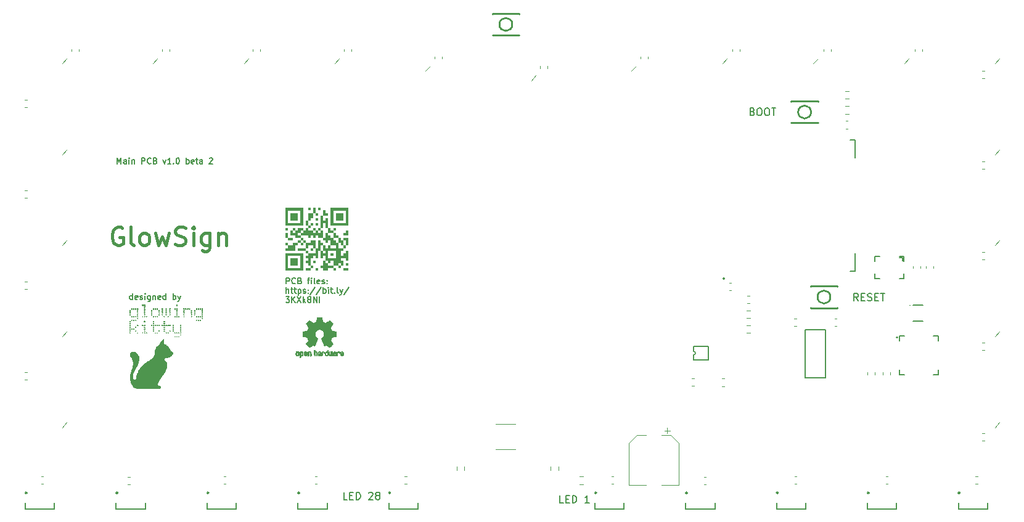
<source format=gbr>
%TF.GenerationSoftware,KiCad,Pcbnew,(6.0.4-0)*%
%TF.CreationDate,2022-06-17T16:33:18+02:00*%
%TF.ProjectId,GlowSignMainPCB No battery,476c6f77-5369-4676-9e4d-61696e504342,rev?*%
%TF.SameCoordinates,Original*%
%TF.FileFunction,Legend,Top*%
%TF.FilePolarity,Positive*%
%FSLAX46Y46*%
G04 Gerber Fmt 4.6, Leading zero omitted, Abs format (unit mm)*
G04 Created by KiCad (PCBNEW (6.0.4-0)) date 2022-06-17 16:33:18*
%MOMM*%
%LPD*%
G01*
G04 APERTURE LIST*
%ADD10C,0.150000*%
%ADD11C,0.400000*%
%ADD12C,0.120000*%
%ADD13C,0.180010*%
%ADD14C,0.254001*%
%ADD15C,0.127000*%
%ADD16C,0.200000*%
%ADD17C,0.300000*%
%ADD18C,0.059995*%
%ADD19C,0.152400*%
%ADD20C,0.010000*%
%ADD21C,0.151994*%
G04 APERTURE END LIST*
D10*
X97717976Y-82041904D02*
X97717976Y-81241904D01*
X97984642Y-81813333D01*
X98251309Y-81241904D01*
X98251309Y-82041904D01*
X98975119Y-82041904D02*
X98975119Y-81622857D01*
X98937023Y-81546666D01*
X98860833Y-81508571D01*
X98708452Y-81508571D01*
X98632261Y-81546666D01*
X98975119Y-82003809D02*
X98898928Y-82041904D01*
X98708452Y-82041904D01*
X98632261Y-82003809D01*
X98594166Y-81927619D01*
X98594166Y-81851428D01*
X98632261Y-81775238D01*
X98708452Y-81737142D01*
X98898928Y-81737142D01*
X98975119Y-81699047D01*
X99356071Y-82041904D02*
X99356071Y-81508571D01*
X99356071Y-81241904D02*
X99317976Y-81280000D01*
X99356071Y-81318095D01*
X99394166Y-81280000D01*
X99356071Y-81241904D01*
X99356071Y-81318095D01*
X99737023Y-81508571D02*
X99737023Y-82041904D01*
X99737023Y-81584761D02*
X99775119Y-81546666D01*
X99851309Y-81508571D01*
X99965595Y-81508571D01*
X100041785Y-81546666D01*
X100079880Y-81622857D01*
X100079880Y-82041904D01*
X101070357Y-82041904D02*
X101070357Y-81241904D01*
X101375119Y-81241904D01*
X101451309Y-81280000D01*
X101489404Y-81318095D01*
X101527500Y-81394285D01*
X101527500Y-81508571D01*
X101489404Y-81584761D01*
X101451309Y-81622857D01*
X101375119Y-81660952D01*
X101070357Y-81660952D01*
X102327500Y-81965714D02*
X102289404Y-82003809D01*
X102175119Y-82041904D01*
X102098928Y-82041904D01*
X101984642Y-82003809D01*
X101908452Y-81927619D01*
X101870357Y-81851428D01*
X101832261Y-81699047D01*
X101832261Y-81584761D01*
X101870357Y-81432380D01*
X101908452Y-81356190D01*
X101984642Y-81280000D01*
X102098928Y-81241904D01*
X102175119Y-81241904D01*
X102289404Y-81280000D01*
X102327500Y-81318095D01*
X102937023Y-81622857D02*
X103051309Y-81660952D01*
X103089404Y-81699047D01*
X103127500Y-81775238D01*
X103127500Y-81889523D01*
X103089404Y-81965714D01*
X103051309Y-82003809D01*
X102975119Y-82041904D01*
X102670357Y-82041904D01*
X102670357Y-81241904D01*
X102937023Y-81241904D01*
X103013214Y-81280000D01*
X103051309Y-81318095D01*
X103089404Y-81394285D01*
X103089404Y-81470476D01*
X103051309Y-81546666D01*
X103013214Y-81584761D01*
X102937023Y-81622857D01*
X102670357Y-81622857D01*
X104003690Y-81508571D02*
X104194166Y-82041904D01*
X104384642Y-81508571D01*
X105108452Y-82041904D02*
X104651309Y-82041904D01*
X104879880Y-82041904D02*
X104879880Y-81241904D01*
X104803690Y-81356190D01*
X104727500Y-81432380D01*
X104651309Y-81470476D01*
X105451309Y-81965714D02*
X105489404Y-82003809D01*
X105451309Y-82041904D01*
X105413214Y-82003809D01*
X105451309Y-81965714D01*
X105451309Y-82041904D01*
X105984642Y-81241904D02*
X106060833Y-81241904D01*
X106137023Y-81280000D01*
X106175119Y-81318095D01*
X106213214Y-81394285D01*
X106251309Y-81546666D01*
X106251309Y-81737142D01*
X106213214Y-81889523D01*
X106175119Y-81965714D01*
X106137023Y-82003809D01*
X106060833Y-82041904D01*
X105984642Y-82041904D01*
X105908452Y-82003809D01*
X105870357Y-81965714D01*
X105832261Y-81889523D01*
X105794166Y-81737142D01*
X105794166Y-81546666D01*
X105832261Y-81394285D01*
X105870357Y-81318095D01*
X105908452Y-81280000D01*
X105984642Y-81241904D01*
X107203690Y-82041904D02*
X107203690Y-81241904D01*
X107203690Y-81546666D02*
X107279880Y-81508571D01*
X107432261Y-81508571D01*
X107508452Y-81546666D01*
X107546547Y-81584761D01*
X107584642Y-81660952D01*
X107584642Y-81889523D01*
X107546547Y-81965714D01*
X107508452Y-82003809D01*
X107432261Y-82041904D01*
X107279880Y-82041904D01*
X107203690Y-82003809D01*
X108232261Y-82003809D02*
X108156071Y-82041904D01*
X108003690Y-82041904D01*
X107927500Y-82003809D01*
X107889404Y-81927619D01*
X107889404Y-81622857D01*
X107927500Y-81546666D01*
X108003690Y-81508571D01*
X108156071Y-81508571D01*
X108232261Y-81546666D01*
X108270357Y-81622857D01*
X108270357Y-81699047D01*
X107889404Y-81775238D01*
X108498928Y-81508571D02*
X108803690Y-81508571D01*
X108613214Y-81241904D02*
X108613214Y-81927619D01*
X108651309Y-82003809D01*
X108727500Y-82041904D01*
X108803690Y-82041904D01*
X109413214Y-82041904D02*
X109413214Y-81622857D01*
X109375119Y-81546666D01*
X109298928Y-81508571D01*
X109146547Y-81508571D01*
X109070357Y-81546666D01*
X109413214Y-82003809D02*
X109337023Y-82041904D01*
X109146547Y-82041904D01*
X109070357Y-82003809D01*
X109032261Y-81927619D01*
X109032261Y-81851428D01*
X109070357Y-81775238D01*
X109146547Y-81737142D01*
X109337023Y-81737142D01*
X109413214Y-81699047D01*
X110365595Y-81318095D02*
X110403690Y-81280000D01*
X110479880Y-81241904D01*
X110670357Y-81241904D01*
X110746547Y-81280000D01*
X110784642Y-81318095D01*
X110822738Y-81394285D01*
X110822738Y-81470476D01*
X110784642Y-81584761D01*
X110327500Y-82041904D01*
X110822738Y-82041904D01*
X120939196Y-98532128D02*
X120939196Y-97732128D01*
X121243958Y-97732128D01*
X121320148Y-97770224D01*
X121358243Y-97808319D01*
X121396339Y-97884509D01*
X121396339Y-97998795D01*
X121358243Y-98074985D01*
X121320148Y-98113081D01*
X121243958Y-98151176D01*
X120939196Y-98151176D01*
X122196339Y-98455938D02*
X122158243Y-98494033D01*
X122043958Y-98532128D01*
X121967767Y-98532128D01*
X121853481Y-98494033D01*
X121777291Y-98417843D01*
X121739196Y-98341652D01*
X121701100Y-98189271D01*
X121701100Y-98074985D01*
X121739196Y-97922604D01*
X121777291Y-97846414D01*
X121853481Y-97770224D01*
X121967767Y-97732128D01*
X122043958Y-97732128D01*
X122158243Y-97770224D01*
X122196339Y-97808319D01*
X122805862Y-98113081D02*
X122920148Y-98151176D01*
X122958243Y-98189271D01*
X122996339Y-98265462D01*
X122996339Y-98379747D01*
X122958243Y-98455938D01*
X122920148Y-98494033D01*
X122843958Y-98532128D01*
X122539196Y-98532128D01*
X122539196Y-97732128D01*
X122805862Y-97732128D01*
X122882053Y-97770224D01*
X122920148Y-97808319D01*
X122958243Y-97884509D01*
X122958243Y-97960700D01*
X122920148Y-98036890D01*
X122882053Y-98074985D01*
X122805862Y-98113081D01*
X122539196Y-98113081D01*
X123834434Y-97998795D02*
X124139196Y-97998795D01*
X123948720Y-98532128D02*
X123948720Y-97846414D01*
X123986815Y-97770224D01*
X124063005Y-97732128D01*
X124139196Y-97732128D01*
X124405862Y-98532128D02*
X124405862Y-97998795D01*
X124405862Y-97732128D02*
X124367767Y-97770224D01*
X124405862Y-97808319D01*
X124443958Y-97770224D01*
X124405862Y-97732128D01*
X124405862Y-97808319D01*
X124901100Y-98532128D02*
X124824910Y-98494033D01*
X124786815Y-98417843D01*
X124786815Y-97732128D01*
X125510624Y-98494033D02*
X125434434Y-98532128D01*
X125282053Y-98532128D01*
X125205862Y-98494033D01*
X125167767Y-98417843D01*
X125167767Y-98113081D01*
X125205862Y-98036890D01*
X125282053Y-97998795D01*
X125434434Y-97998795D01*
X125510624Y-98036890D01*
X125548720Y-98113081D01*
X125548720Y-98189271D01*
X125167767Y-98265462D01*
X125853481Y-98494033D02*
X125929672Y-98532128D01*
X126082053Y-98532128D01*
X126158243Y-98494033D01*
X126196339Y-98417843D01*
X126196339Y-98379747D01*
X126158243Y-98303557D01*
X126082053Y-98265462D01*
X125967767Y-98265462D01*
X125891577Y-98227366D01*
X125853481Y-98151176D01*
X125853481Y-98113081D01*
X125891577Y-98036890D01*
X125967767Y-97998795D01*
X126082053Y-97998795D01*
X126158243Y-98036890D01*
X126539196Y-98455938D02*
X126577291Y-98494033D01*
X126539196Y-98532128D01*
X126501100Y-98494033D01*
X126539196Y-98455938D01*
X126539196Y-98532128D01*
X126539196Y-98036890D02*
X126577291Y-98074985D01*
X126539196Y-98113081D01*
X126501100Y-98074985D01*
X126539196Y-98036890D01*
X126539196Y-98113081D01*
X120939196Y-99820128D02*
X120939196Y-99020128D01*
X121282053Y-99820128D02*
X121282053Y-99401081D01*
X121243958Y-99324890D01*
X121167767Y-99286795D01*
X121053481Y-99286795D01*
X120977291Y-99324890D01*
X120939196Y-99362985D01*
X121548720Y-99286795D02*
X121853481Y-99286795D01*
X121663005Y-99020128D02*
X121663005Y-99705843D01*
X121701100Y-99782033D01*
X121777291Y-99820128D01*
X121853481Y-99820128D01*
X122005862Y-99286795D02*
X122310624Y-99286795D01*
X122120148Y-99020128D02*
X122120148Y-99705843D01*
X122158243Y-99782033D01*
X122234434Y-99820128D01*
X122310624Y-99820128D01*
X122577291Y-99286795D02*
X122577291Y-100086795D01*
X122577291Y-99324890D02*
X122653481Y-99286795D01*
X122805862Y-99286795D01*
X122882053Y-99324890D01*
X122920148Y-99362985D01*
X122958243Y-99439176D01*
X122958243Y-99667747D01*
X122920148Y-99743938D01*
X122882053Y-99782033D01*
X122805862Y-99820128D01*
X122653481Y-99820128D01*
X122577291Y-99782033D01*
X123263005Y-99782033D02*
X123339196Y-99820128D01*
X123491577Y-99820128D01*
X123567767Y-99782033D01*
X123605862Y-99705843D01*
X123605862Y-99667747D01*
X123567767Y-99591557D01*
X123491577Y-99553462D01*
X123377291Y-99553462D01*
X123301100Y-99515366D01*
X123263005Y-99439176D01*
X123263005Y-99401081D01*
X123301100Y-99324890D01*
X123377291Y-99286795D01*
X123491577Y-99286795D01*
X123567767Y-99324890D01*
X123948720Y-99743938D02*
X123986815Y-99782033D01*
X123948720Y-99820128D01*
X123910624Y-99782033D01*
X123948720Y-99743938D01*
X123948720Y-99820128D01*
X123948720Y-99324890D02*
X123986815Y-99362985D01*
X123948720Y-99401081D01*
X123910624Y-99362985D01*
X123948720Y-99324890D01*
X123948720Y-99401081D01*
X124901100Y-98982033D02*
X124215386Y-100010604D01*
X125739196Y-98982033D02*
X125053481Y-100010604D01*
X126005862Y-99820128D02*
X126005862Y-99020128D01*
X126005862Y-99324890D02*
X126082053Y-99286795D01*
X126234434Y-99286795D01*
X126310624Y-99324890D01*
X126348720Y-99362985D01*
X126386815Y-99439176D01*
X126386815Y-99667747D01*
X126348720Y-99743938D01*
X126310624Y-99782033D01*
X126234434Y-99820128D01*
X126082053Y-99820128D01*
X126005862Y-99782033D01*
X126729672Y-99820128D02*
X126729672Y-99286795D01*
X126729672Y-99020128D02*
X126691577Y-99058224D01*
X126729672Y-99096319D01*
X126767767Y-99058224D01*
X126729672Y-99020128D01*
X126729672Y-99096319D01*
X126996339Y-99286795D02*
X127301100Y-99286795D01*
X127110624Y-99020128D02*
X127110624Y-99705843D01*
X127148720Y-99782033D01*
X127224910Y-99820128D01*
X127301100Y-99820128D01*
X127567767Y-99743938D02*
X127605862Y-99782033D01*
X127567767Y-99820128D01*
X127529672Y-99782033D01*
X127567767Y-99743938D01*
X127567767Y-99820128D01*
X128063005Y-99820128D02*
X127986815Y-99782033D01*
X127948720Y-99705843D01*
X127948720Y-99020128D01*
X128291577Y-99286795D02*
X128482053Y-99820128D01*
X128672529Y-99286795D02*
X128482053Y-99820128D01*
X128405862Y-100010604D01*
X128367767Y-100048700D01*
X128291577Y-100086795D01*
X129548720Y-98982033D02*
X128863005Y-100010604D01*
X120863005Y-100308128D02*
X121358243Y-100308128D01*
X121091577Y-100612890D01*
X121205862Y-100612890D01*
X121282053Y-100650985D01*
X121320148Y-100689081D01*
X121358243Y-100765271D01*
X121358243Y-100955747D01*
X121320148Y-101031938D01*
X121282053Y-101070033D01*
X121205862Y-101108128D01*
X120977291Y-101108128D01*
X120901100Y-101070033D01*
X120863005Y-101031938D01*
X121701100Y-101108128D02*
X121701100Y-100308128D01*
X122158243Y-101108128D02*
X121815386Y-100650985D01*
X122158243Y-100308128D02*
X121701100Y-100765271D01*
X122424910Y-100308128D02*
X122958243Y-101108128D01*
X122958243Y-100308128D02*
X122424910Y-101108128D01*
X123263005Y-101108128D02*
X123263005Y-100308128D01*
X123339196Y-100803366D02*
X123567767Y-101108128D01*
X123567767Y-100574795D02*
X123263005Y-100879557D01*
X124024910Y-100650985D02*
X123948720Y-100612890D01*
X123910624Y-100574795D01*
X123872529Y-100498604D01*
X123872529Y-100460509D01*
X123910624Y-100384319D01*
X123948720Y-100346224D01*
X124024910Y-100308128D01*
X124177291Y-100308128D01*
X124253481Y-100346224D01*
X124291577Y-100384319D01*
X124329672Y-100460509D01*
X124329672Y-100498604D01*
X124291577Y-100574795D01*
X124253481Y-100612890D01*
X124177291Y-100650985D01*
X124024910Y-100650985D01*
X123948720Y-100689081D01*
X123910624Y-100727176D01*
X123872529Y-100803366D01*
X123872529Y-100955747D01*
X123910624Y-101031938D01*
X123948720Y-101070033D01*
X124024910Y-101108128D01*
X124177291Y-101108128D01*
X124253481Y-101070033D01*
X124291577Y-101031938D01*
X124329672Y-100955747D01*
X124329672Y-100803366D01*
X124291577Y-100727176D01*
X124253481Y-100689081D01*
X124177291Y-100650985D01*
X124672529Y-101108128D02*
X124672529Y-100308128D01*
X125129672Y-101108128D01*
X125129672Y-100308128D01*
X125510624Y-101108128D02*
X125510624Y-100308128D01*
X184962857Y-74868571D02*
X185105714Y-74916190D01*
X185153333Y-74963809D01*
X185200952Y-75059047D01*
X185200952Y-75201904D01*
X185153333Y-75297142D01*
X185105714Y-75344761D01*
X185010476Y-75392380D01*
X184629523Y-75392380D01*
X184629523Y-74392380D01*
X184962857Y-74392380D01*
X185058095Y-74440000D01*
X185105714Y-74487619D01*
X185153333Y-74582857D01*
X185153333Y-74678095D01*
X185105714Y-74773333D01*
X185058095Y-74820952D01*
X184962857Y-74868571D01*
X184629523Y-74868571D01*
X185820000Y-74392380D02*
X186010476Y-74392380D01*
X186105714Y-74440000D01*
X186200952Y-74535238D01*
X186248571Y-74725714D01*
X186248571Y-75059047D01*
X186200952Y-75249523D01*
X186105714Y-75344761D01*
X186010476Y-75392380D01*
X185820000Y-75392380D01*
X185724761Y-75344761D01*
X185629523Y-75249523D01*
X185581904Y-75059047D01*
X185581904Y-74725714D01*
X185629523Y-74535238D01*
X185724761Y-74440000D01*
X185820000Y-74392380D01*
X186867619Y-74392380D02*
X187058095Y-74392380D01*
X187153333Y-74440000D01*
X187248571Y-74535238D01*
X187296190Y-74725714D01*
X187296190Y-75059047D01*
X187248571Y-75249523D01*
X187153333Y-75344761D01*
X187058095Y-75392380D01*
X186867619Y-75392380D01*
X186772380Y-75344761D01*
X186677142Y-75249523D01*
X186629523Y-75059047D01*
X186629523Y-74725714D01*
X186677142Y-74535238D01*
X186772380Y-74440000D01*
X186867619Y-74392380D01*
X187581904Y-74392380D02*
X188153333Y-74392380D01*
X187867619Y-75392380D02*
X187867619Y-74392380D01*
D11*
X98414761Y-90850000D02*
X98176666Y-90730952D01*
X97819523Y-90730952D01*
X97462380Y-90850000D01*
X97224285Y-91088095D01*
X97105238Y-91326190D01*
X96986190Y-91802380D01*
X96986190Y-92159523D01*
X97105238Y-92635714D01*
X97224285Y-92873809D01*
X97462380Y-93111904D01*
X97819523Y-93230952D01*
X98057619Y-93230952D01*
X98414761Y-93111904D01*
X98533809Y-92992857D01*
X98533809Y-92159523D01*
X98057619Y-92159523D01*
X99962380Y-93230952D02*
X99724285Y-93111904D01*
X99605238Y-92873809D01*
X99605238Y-90730952D01*
X101271904Y-93230952D02*
X101033809Y-93111904D01*
X100914761Y-92992857D01*
X100795714Y-92754761D01*
X100795714Y-92040476D01*
X100914761Y-91802380D01*
X101033809Y-91683333D01*
X101271904Y-91564285D01*
X101629047Y-91564285D01*
X101867142Y-91683333D01*
X101986190Y-91802380D01*
X102105238Y-92040476D01*
X102105238Y-92754761D01*
X101986190Y-92992857D01*
X101867142Y-93111904D01*
X101629047Y-93230952D01*
X101271904Y-93230952D01*
X102938571Y-91564285D02*
X103414761Y-93230952D01*
X103890952Y-92040476D01*
X104367142Y-93230952D01*
X104843333Y-91564285D01*
X105676666Y-93111904D02*
X106033809Y-93230952D01*
X106629047Y-93230952D01*
X106867142Y-93111904D01*
X106986190Y-92992857D01*
X107105238Y-92754761D01*
X107105238Y-92516666D01*
X106986190Y-92278571D01*
X106867142Y-92159523D01*
X106629047Y-92040476D01*
X106152857Y-91921428D01*
X105914761Y-91802380D01*
X105795714Y-91683333D01*
X105676666Y-91445238D01*
X105676666Y-91207142D01*
X105795714Y-90969047D01*
X105914761Y-90850000D01*
X106152857Y-90730952D01*
X106748095Y-90730952D01*
X107105238Y-90850000D01*
X108176666Y-93230952D02*
X108176666Y-91564285D01*
X108176666Y-90730952D02*
X108057619Y-90850000D01*
X108176666Y-90969047D01*
X108295714Y-90850000D01*
X108176666Y-90730952D01*
X108176666Y-90969047D01*
X110438571Y-91564285D02*
X110438571Y-93588095D01*
X110319523Y-93826190D01*
X110200476Y-93945238D01*
X109962380Y-94064285D01*
X109605238Y-94064285D01*
X109367142Y-93945238D01*
X110438571Y-93111904D02*
X110200476Y-93230952D01*
X109724285Y-93230952D01*
X109486190Y-93111904D01*
X109367142Y-92992857D01*
X109248095Y-92754761D01*
X109248095Y-92040476D01*
X109367142Y-91802380D01*
X109486190Y-91683333D01*
X109724285Y-91564285D01*
X110200476Y-91564285D01*
X110438571Y-91683333D01*
X111629047Y-91564285D02*
X111629047Y-93230952D01*
X111629047Y-91802380D02*
X111748095Y-91683333D01*
X111986190Y-91564285D01*
X112343333Y-91564285D01*
X112581428Y-91683333D01*
X112700476Y-91921428D01*
X112700476Y-93230952D01*
D10*
X129303809Y-128172380D02*
X128827619Y-128172380D01*
X128827619Y-127172380D01*
X129637142Y-127648571D02*
X129970476Y-127648571D01*
X130113333Y-128172380D02*
X129637142Y-128172380D01*
X129637142Y-127172380D01*
X130113333Y-127172380D01*
X130541904Y-128172380D02*
X130541904Y-127172380D01*
X130780000Y-127172380D01*
X130922857Y-127220000D01*
X131018095Y-127315238D01*
X131065714Y-127410476D01*
X131113333Y-127600952D01*
X131113333Y-127743809D01*
X131065714Y-127934285D01*
X131018095Y-128029523D01*
X130922857Y-128124761D01*
X130780000Y-128172380D01*
X130541904Y-128172380D01*
X132256190Y-127267619D02*
X132303809Y-127220000D01*
X132399047Y-127172380D01*
X132637142Y-127172380D01*
X132732380Y-127220000D01*
X132780000Y-127267619D01*
X132827619Y-127362857D01*
X132827619Y-127458095D01*
X132780000Y-127600952D01*
X132208571Y-128172380D01*
X132827619Y-128172380D01*
X133399047Y-127600952D02*
X133303809Y-127553333D01*
X133256190Y-127505714D01*
X133208571Y-127410476D01*
X133208571Y-127362857D01*
X133256190Y-127267619D01*
X133303809Y-127220000D01*
X133399047Y-127172380D01*
X133589523Y-127172380D01*
X133684761Y-127220000D01*
X133732380Y-127267619D01*
X133780000Y-127362857D01*
X133780000Y-127410476D01*
X133732380Y-127505714D01*
X133684761Y-127553333D01*
X133589523Y-127600952D01*
X133399047Y-127600952D01*
X133303809Y-127648571D01*
X133256190Y-127696190D01*
X133208571Y-127791428D01*
X133208571Y-127981904D01*
X133256190Y-128077142D01*
X133303809Y-128124761D01*
X133399047Y-128172380D01*
X133589523Y-128172380D01*
X133684761Y-128124761D01*
X133732380Y-128077142D01*
X133780000Y-127981904D01*
X133780000Y-127791428D01*
X133732380Y-127696190D01*
X133684761Y-127648571D01*
X133589523Y-127600952D01*
X199487619Y-100842380D02*
X199154285Y-100366190D01*
X198916190Y-100842380D02*
X198916190Y-99842380D01*
X199297142Y-99842380D01*
X199392380Y-99890000D01*
X199440000Y-99937619D01*
X199487619Y-100032857D01*
X199487619Y-100175714D01*
X199440000Y-100270952D01*
X199392380Y-100318571D01*
X199297142Y-100366190D01*
X198916190Y-100366190D01*
X199916190Y-100318571D02*
X200249523Y-100318571D01*
X200392380Y-100842380D02*
X199916190Y-100842380D01*
X199916190Y-99842380D01*
X200392380Y-99842380D01*
X200773333Y-100794761D02*
X200916190Y-100842380D01*
X201154285Y-100842380D01*
X201249523Y-100794761D01*
X201297142Y-100747142D01*
X201344761Y-100651904D01*
X201344761Y-100556666D01*
X201297142Y-100461428D01*
X201249523Y-100413809D01*
X201154285Y-100366190D01*
X200963809Y-100318571D01*
X200868571Y-100270952D01*
X200820952Y-100223333D01*
X200773333Y-100128095D01*
X200773333Y-100032857D01*
X200820952Y-99937619D01*
X200868571Y-99890000D01*
X200963809Y-99842380D01*
X201201904Y-99842380D01*
X201344761Y-99890000D01*
X201773333Y-100318571D02*
X202106666Y-100318571D01*
X202249523Y-100842380D02*
X201773333Y-100842380D01*
X201773333Y-99842380D01*
X202249523Y-99842380D01*
X202535238Y-99842380D02*
X203106666Y-99842380D01*
X202820952Y-100842380D02*
X202820952Y-99842380D01*
X159000000Y-128622380D02*
X158523809Y-128622380D01*
X158523809Y-127622380D01*
X159333333Y-128098571D02*
X159666666Y-128098571D01*
X159809523Y-128622380D02*
X159333333Y-128622380D01*
X159333333Y-127622380D01*
X159809523Y-127622380D01*
X160238095Y-128622380D02*
X160238095Y-127622380D01*
X160476190Y-127622380D01*
X160619047Y-127670000D01*
X160714285Y-127765238D01*
X160761904Y-127860476D01*
X160809523Y-128050952D01*
X160809523Y-128193809D01*
X160761904Y-128384285D01*
X160714285Y-128479523D01*
X160619047Y-128574761D01*
X160476190Y-128622380D01*
X160238095Y-128622380D01*
X162523809Y-128622380D02*
X161952380Y-128622380D01*
X162238095Y-128622380D02*
X162238095Y-127622380D01*
X162142857Y-127765238D01*
X162047619Y-127860476D01*
X161952380Y-127908095D01*
X99820833Y-100681904D02*
X99820833Y-99881904D01*
X99820833Y-100643809D02*
X99744642Y-100681904D01*
X99592261Y-100681904D01*
X99516071Y-100643809D01*
X99477976Y-100605714D01*
X99439880Y-100529523D01*
X99439880Y-100300952D01*
X99477976Y-100224761D01*
X99516071Y-100186666D01*
X99592261Y-100148571D01*
X99744642Y-100148571D01*
X99820833Y-100186666D01*
X100506547Y-100643809D02*
X100430357Y-100681904D01*
X100277976Y-100681904D01*
X100201785Y-100643809D01*
X100163690Y-100567619D01*
X100163690Y-100262857D01*
X100201785Y-100186666D01*
X100277976Y-100148571D01*
X100430357Y-100148571D01*
X100506547Y-100186666D01*
X100544642Y-100262857D01*
X100544642Y-100339047D01*
X100163690Y-100415238D01*
X100849404Y-100643809D02*
X100925595Y-100681904D01*
X101077976Y-100681904D01*
X101154166Y-100643809D01*
X101192261Y-100567619D01*
X101192261Y-100529523D01*
X101154166Y-100453333D01*
X101077976Y-100415238D01*
X100963690Y-100415238D01*
X100887500Y-100377142D01*
X100849404Y-100300952D01*
X100849404Y-100262857D01*
X100887500Y-100186666D01*
X100963690Y-100148571D01*
X101077976Y-100148571D01*
X101154166Y-100186666D01*
X101535119Y-100681904D02*
X101535119Y-100148571D01*
X101535119Y-99881904D02*
X101497023Y-99920000D01*
X101535119Y-99958095D01*
X101573214Y-99920000D01*
X101535119Y-99881904D01*
X101535119Y-99958095D01*
X102258928Y-100148571D02*
X102258928Y-100796190D01*
X102220833Y-100872380D01*
X102182738Y-100910476D01*
X102106547Y-100948571D01*
X101992261Y-100948571D01*
X101916071Y-100910476D01*
X102258928Y-100643809D02*
X102182738Y-100681904D01*
X102030357Y-100681904D01*
X101954166Y-100643809D01*
X101916071Y-100605714D01*
X101877976Y-100529523D01*
X101877976Y-100300952D01*
X101916071Y-100224761D01*
X101954166Y-100186666D01*
X102030357Y-100148571D01*
X102182738Y-100148571D01*
X102258928Y-100186666D01*
X102639880Y-100148571D02*
X102639880Y-100681904D01*
X102639880Y-100224761D02*
X102677976Y-100186666D01*
X102754166Y-100148571D01*
X102868452Y-100148571D01*
X102944642Y-100186666D01*
X102982738Y-100262857D01*
X102982738Y-100681904D01*
X103668452Y-100643809D02*
X103592261Y-100681904D01*
X103439880Y-100681904D01*
X103363690Y-100643809D01*
X103325595Y-100567619D01*
X103325595Y-100262857D01*
X103363690Y-100186666D01*
X103439880Y-100148571D01*
X103592261Y-100148571D01*
X103668452Y-100186666D01*
X103706547Y-100262857D01*
X103706547Y-100339047D01*
X103325595Y-100415238D01*
X104392261Y-100681904D02*
X104392261Y-99881904D01*
X104392261Y-100643809D02*
X104316071Y-100681904D01*
X104163690Y-100681904D01*
X104087500Y-100643809D01*
X104049404Y-100605714D01*
X104011309Y-100529523D01*
X104011309Y-100300952D01*
X104049404Y-100224761D01*
X104087500Y-100186666D01*
X104163690Y-100148571D01*
X104316071Y-100148571D01*
X104392261Y-100186666D01*
X105382738Y-100681904D02*
X105382738Y-99881904D01*
X105382738Y-100186666D02*
X105458928Y-100148571D01*
X105611309Y-100148571D01*
X105687500Y-100186666D01*
X105725595Y-100224761D01*
X105763690Y-100300952D01*
X105763690Y-100529523D01*
X105725595Y-100605714D01*
X105687500Y-100643809D01*
X105611309Y-100681904D01*
X105458928Y-100681904D01*
X105382738Y-100643809D01*
X106030357Y-100148571D02*
X106220833Y-100681904D01*
X106411309Y-100148571D02*
X106220833Y-100681904D01*
X106144642Y-100872380D01*
X106106547Y-100910476D01*
X106030357Y-100948571D01*
D12*
%TO.C,C31*%
X169620000Y-67303733D02*
X169620000Y-67596267D01*
X170640000Y-67303733D02*
X170640000Y-67596267D01*
D13*
%TO.C,D3*%
X167310798Y-129458498D02*
X163310798Y-129458498D01*
X167310798Y-128658498D02*
X167310798Y-129458498D01*
X163310798Y-129458498D02*
X163310798Y-128658498D01*
D14*
X163510798Y-127258498D02*
G75*
G03*
X163510798Y-127258498I-100000J0D01*
G01*
D15*
%TO.C,U4*%
X199014850Y-81252100D02*
X199014850Y-78802100D01*
X199014850Y-96802100D02*
X199014850Y-94352100D01*
X199014850Y-78802100D02*
X198364850Y-78802100D01*
X198364850Y-96802100D02*
X199014850Y-96802100D01*
D16*
X181114850Y-97802100D02*
G75*
G03*
X181114850Y-97802100I-100000J0D01*
G01*
D12*
%TO.C,D18*%
X140068500Y-69284000D02*
X140678100Y-68582000D01*
%TO.C,D12*%
X218283100Y-68284000D02*
X218892700Y-67582000D01*
%TO.C,C48*%
X176653733Y-112570000D02*
X176946267Y-112570000D01*
X176653733Y-111550000D02*
X176946267Y-111550000D01*
%TO.C,D15*%
X180839800Y-68284000D02*
X181449400Y-67582000D01*
%TO.C,F1*%
X149663748Y-121240000D02*
X152436252Y-121240000D01*
X149663748Y-117820000D02*
X152436252Y-117820000D01*
%TO.C,D8*%
X218283100Y-118264000D02*
X218892700Y-117562000D01*
D13*
%TO.C,D28*%
X101577298Y-129458498D02*
X97577298Y-129458498D01*
X97577298Y-129458498D02*
X97577298Y-128658498D01*
X101577298Y-128658498D02*
X101577298Y-129458498D01*
D14*
X97777298Y-127258498D02*
G75*
G03*
X97777298Y-127258498I-100000J0D01*
G01*
D12*
%TO.C,C18*%
X165603733Y-125020000D02*
X165896267Y-125020000D01*
X165603733Y-126040000D02*
X165896267Y-126040000D01*
%TO.C,logo*%
G36*
X109174402Y-103477882D02*
G01*
X109195178Y-103490601D01*
X109206845Y-103517698D01*
X109208236Y-103523027D01*
X109207665Y-103563065D01*
X109188759Y-103594898D01*
X109157999Y-103614691D01*
X109121867Y-103618613D01*
X109086845Y-103602830D01*
X109081513Y-103597957D01*
X109062193Y-103563667D01*
X109063409Y-103527069D01*
X109081899Y-103495545D01*
X109114400Y-103476476D01*
X109136324Y-103473947D01*
X109174402Y-103477882D01*
G37*
G36*
X104961351Y-102682854D02*
G01*
X105001381Y-102688474D01*
X105025172Y-102701586D01*
X105038327Y-102719694D01*
X105051389Y-102763259D01*
X105044166Y-102802640D01*
X105021668Y-102834379D01*
X104988906Y-102855019D01*
X104950889Y-102861102D01*
X104912627Y-102849170D01*
X104885734Y-102825000D01*
X104865618Y-102787269D01*
X104865606Y-102752350D01*
X104878956Y-102710647D01*
X104901808Y-102688701D01*
X104940184Y-102682141D01*
X104961351Y-102682854D01*
G37*
G36*
X105003940Y-102152362D02*
G01*
X105039140Y-102179826D01*
X105059282Y-102222396D01*
X105059906Y-102276560D01*
X105059710Y-102277624D01*
X105047275Y-102312715D01*
X105021054Y-102334514D01*
X105007507Y-102340770D01*
X104974441Y-102353598D01*
X104951875Y-102356744D01*
X104926713Y-102350700D01*
X104909289Y-102344467D01*
X104877212Y-102320112D01*
X104857698Y-102279410D01*
X104853886Y-102229918D01*
X104855955Y-102216032D01*
X104873080Y-102180083D01*
X104906216Y-102156796D01*
X104958146Y-102143514D01*
X105003940Y-102152362D01*
G37*
G36*
X100575251Y-101893254D02*
G01*
X100602302Y-101910744D01*
X100619757Y-101944604D01*
X100626856Y-101989165D01*
X100623345Y-102033648D01*
X100608969Y-102067276D01*
X100606061Y-102070519D01*
X100575037Y-102087494D01*
X100531069Y-102096309D01*
X100485986Y-102095622D01*
X100457222Y-102087407D01*
X100427726Y-102059474D01*
X100411644Y-102018004D01*
X100409549Y-101971718D01*
X100422017Y-101929338D01*
X100445041Y-101902511D01*
X100484389Y-101886753D01*
X100531375Y-101883855D01*
X100575251Y-101893254D01*
G37*
G36*
X100315265Y-101893016D02*
G01*
X100351651Y-101919829D01*
X100368592Y-101962439D01*
X100364903Y-102019147D01*
X100362237Y-102029716D01*
X100339184Y-102070134D01*
X100300090Y-102094588D01*
X100250538Y-102100995D01*
X100201632Y-102089619D01*
X100174118Y-102066374D01*
X100154992Y-102027945D01*
X100148359Y-101984483D01*
X100150955Y-101964248D01*
X100169682Y-101918939D01*
X100200863Y-101893300D01*
X100249135Y-101883924D01*
X100260616Y-101883700D01*
X100315265Y-101893016D01*
G37*
G36*
X99789105Y-104681941D02*
G01*
X99821614Y-104711559D01*
X99836056Y-104758683D01*
X99836640Y-104772452D01*
X99828239Y-104820322D01*
X99802146Y-104850252D01*
X99757028Y-104863472D01*
X99736787Y-104864378D01*
X99696160Y-104859982D01*
X99670760Y-104844359D01*
X99663924Y-104835824D01*
X99644286Y-104789858D01*
X99645619Y-104744553D01*
X99665165Y-104705840D01*
X99700164Y-104679649D01*
X99740282Y-104671662D01*
X99789105Y-104681941D01*
G37*
G36*
X102739499Y-103617210D02*
G01*
X102745550Y-103619279D01*
X102782646Y-103636447D01*
X102803740Y-103660688D01*
X102813361Y-103684431D01*
X102822553Y-103742732D01*
X102811515Y-103793100D01*
X102781874Y-103830765D01*
X102759028Y-103844008D01*
X102728605Y-103856034D01*
X102707105Y-103859877D01*
X102682440Y-103855967D01*
X102653072Y-103847766D01*
X102611181Y-103823519D01*
X102585066Y-103782546D01*
X102577305Y-103730169D01*
X102581427Y-103699991D01*
X102594767Y-103663377D01*
X102619261Y-103638949D01*
X102643022Y-103625703D01*
X102677935Y-103610836D01*
X102705278Y-103608307D01*
X102739499Y-103617210D01*
G37*
G36*
X101503224Y-102145864D02*
G01*
X101543390Y-102165231D01*
X101572329Y-102200245D01*
X101583918Y-102247896D01*
X101583934Y-102249861D01*
X101577058Y-102288389D01*
X101561450Y-102319061D01*
X101528998Y-102342030D01*
X101485931Y-102354064D01*
X101445837Y-102351577D01*
X101442609Y-102350429D01*
X101402474Y-102324902D01*
X101382149Y-102285614D01*
X101378370Y-102248802D01*
X101382073Y-102208656D01*
X101396542Y-102181763D01*
X101413697Y-102166122D01*
X101457952Y-102145157D01*
X101503224Y-102145864D01*
G37*
G36*
X103502443Y-102412153D02*
G01*
X103541156Y-102431699D01*
X103567347Y-102466698D01*
X103575335Y-102506816D01*
X103565055Y-102555639D01*
X103535438Y-102588148D01*
X103488313Y-102602590D01*
X103474544Y-102603174D01*
X103428199Y-102595514D01*
X103403882Y-102579679D01*
X103386452Y-102545321D01*
X103381922Y-102502296D01*
X103389785Y-102460960D01*
X103409535Y-102431666D01*
X103411173Y-102430458D01*
X103457139Y-102410820D01*
X103502443Y-102412153D01*
G37*
G36*
X99522989Y-102683864D02*
G01*
X99549551Y-102695102D01*
X99554472Y-102700114D01*
X99569185Y-102734988D01*
X99570123Y-102778929D01*
X99557866Y-102819690D01*
X99548144Y-102833794D01*
X99515260Y-102853984D01*
X99473617Y-102859720D01*
X99434801Y-102850446D01*
X99420025Y-102839959D01*
X99395331Y-102799260D01*
X99390807Y-102752458D01*
X99401468Y-102719694D01*
X99419060Y-102697736D01*
X99445711Y-102686707D01*
X99478444Y-102682854D01*
X99522989Y-102683864D01*
G37*
G36*
X100566087Y-102687895D02*
G01*
X100587316Y-102700450D01*
X100604266Y-102732621D01*
X100607840Y-102774103D01*
X100598694Y-102813923D01*
X100578951Y-102840129D01*
X100535136Y-102857830D01*
X100489715Y-102855386D01*
X100453332Y-102834433D01*
X100433151Y-102799301D01*
X100428244Y-102756697D01*
X100438792Y-102717536D01*
X100451132Y-102701523D01*
X100483771Y-102685581D01*
X100526049Y-102681007D01*
X100566087Y-102687895D01*
G37*
G36*
X99750222Y-101884047D02*
G01*
X99793000Y-101892817D01*
X99823297Y-101908910D01*
X99823792Y-101909395D01*
X99845523Y-101947179D01*
X99851202Y-101994023D01*
X99841323Y-102039929D01*
X99816375Y-102074894D01*
X99815636Y-102075484D01*
X99768553Y-102098440D01*
X99718506Y-102099828D01*
X99673294Y-102079896D01*
X99662611Y-102070576D01*
X99639129Y-102031405D01*
X99632295Y-101983943D01*
X99641490Y-101937227D01*
X99666094Y-101900295D01*
X99674755Y-101893533D01*
X99706846Y-101883864D01*
X99750222Y-101884047D01*
G37*
G36*
X108672694Y-101891643D02*
G01*
X108707997Y-101916205D01*
X108725148Y-101958492D01*
X108727282Y-101987066D01*
X108716898Y-102037881D01*
X108689510Y-102075875D01*
X108650766Y-102098524D01*
X108606313Y-102103304D01*
X108561801Y-102087691D01*
X108540406Y-102070576D01*
X108516274Y-102035200D01*
X108508880Y-101989260D01*
X108508871Y-101987066D01*
X108517262Y-101935369D01*
X108543213Y-101901954D01*
X108587888Y-101885720D01*
X108618077Y-101883700D01*
X108672694Y-101891643D01*
G37*
G36*
X102493791Y-102691075D02*
G01*
X102523059Y-102721486D01*
X102534594Y-102768446D01*
X102534667Y-102773053D01*
X102523799Y-102814782D01*
X102495501Y-102844185D01*
X102456236Y-102858400D01*
X102412464Y-102854561D01*
X102383353Y-102840129D01*
X102363921Y-102819470D01*
X102355746Y-102788039D01*
X102354799Y-102763494D01*
X102360286Y-102719762D01*
X102379449Y-102693782D01*
X102416336Y-102681997D01*
X102449584Y-102680260D01*
X102493791Y-102691075D01*
G37*
G36*
X104481059Y-102153490D02*
G01*
X104481820Y-102153776D01*
X104514602Y-102170234D01*
X104531851Y-102192878D01*
X104538194Y-102229621D01*
X104538719Y-102251082D01*
X104528593Y-102301570D01*
X104499675Y-102336146D01*
X104454807Y-102352766D01*
X104400916Y-102350247D01*
X104366357Y-102331581D01*
X104343234Y-102296544D01*
X104333743Y-102252744D01*
X104340081Y-102207787D01*
X104352640Y-102183074D01*
X104386031Y-102156025D01*
X104431785Y-102145495D01*
X104481059Y-102153490D01*
G37*
G36*
X108917437Y-102947909D02*
G01*
X108947193Y-102977960D01*
X108958512Y-103024320D01*
X108958542Y-103027150D01*
X108953266Y-103067658D01*
X108934958Y-103093332D01*
X108929988Y-103097084D01*
X108885799Y-103115325D01*
X108843236Y-103109506D01*
X108817217Y-103091388D01*
X108796284Y-103055556D01*
X108793832Y-103014965D01*
X108807273Y-102976874D01*
X108834022Y-102948540D01*
X108871490Y-102937219D01*
X108872173Y-102937215D01*
X108917437Y-102947909D01*
G37*
G36*
X103016325Y-104154461D02*
G01*
X103043374Y-104171954D01*
X103059900Y-104204825D01*
X103066646Y-104249003D01*
X103063441Y-104293659D01*
X103050119Y-104327960D01*
X103045882Y-104332973D01*
X103016763Y-104348578D01*
X102974129Y-104357456D01*
X102929615Y-104358150D01*
X102899225Y-104351320D01*
X102870785Y-104326562D01*
X102854340Y-104287222D01*
X102850480Y-104241743D01*
X102859796Y-104198570D01*
X102882877Y-104166145D01*
X102886113Y-104163715D01*
X102925463Y-104147955D01*
X102972450Y-104145058D01*
X103016325Y-104154461D01*
G37*
G36*
X103976873Y-101893016D02*
G01*
X104013260Y-101919829D01*
X104030201Y-101962439D01*
X104026512Y-102019147D01*
X104023845Y-102029716D01*
X104000792Y-102070134D01*
X103961698Y-102094588D01*
X103912146Y-102100995D01*
X103863241Y-102089619D01*
X103835727Y-102066374D01*
X103816601Y-102027945D01*
X103809967Y-101984483D01*
X103812564Y-101964248D01*
X103831291Y-101918939D01*
X103862472Y-101893300D01*
X103910743Y-101883924D01*
X103922224Y-101883700D01*
X103976873Y-101893016D01*
G37*
G36*
X108919755Y-101887359D02*
G01*
X108957856Y-101908719D01*
X108958542Y-101909395D01*
X108980272Y-101947179D01*
X108985952Y-101994023D01*
X108976073Y-102039929D01*
X108951125Y-102074894D01*
X108950385Y-102075484D01*
X108903303Y-102098440D01*
X108853256Y-102099828D01*
X108808044Y-102079896D01*
X108797361Y-102070576D01*
X108771532Y-102028102D01*
X108766953Y-101978619D01*
X108783873Y-101929926D01*
X108792454Y-101917552D01*
X108827053Y-101892267D01*
X108872821Y-101882039D01*
X108919755Y-101887359D01*
G37*
G36*
X102975554Y-102942377D02*
G01*
X103019267Y-102959941D01*
X103041714Y-102991813D01*
X103043525Y-103038903D01*
X103043363Y-103039955D01*
X103026308Y-103085118D01*
X102995765Y-103111187D01*
X102957199Y-103116422D01*
X102916074Y-103099082D01*
X102900244Y-103085549D01*
X102873914Y-103047434D01*
X102873045Y-103010002D01*
X102897661Y-102971455D01*
X102901680Y-102967315D01*
X102930454Y-102944764D01*
X102959671Y-102940051D01*
X102975554Y-102942377D01*
G37*
G36*
X105715778Y-101893395D02*
G01*
X105751711Y-101921313D01*
X105768439Y-101965699D01*
X105767909Y-102005622D01*
X105750530Y-102054949D01*
X105717288Y-102088022D01*
X105673822Y-102102656D01*
X105625771Y-102096662D01*
X105587740Y-102075484D01*
X105562455Y-102040884D01*
X105552227Y-101995117D01*
X105557548Y-101948182D01*
X105578907Y-101910081D01*
X105579584Y-101909395D01*
X105613125Y-101889682D01*
X105662162Y-101883700D01*
X105715778Y-101893395D01*
G37*
G36*
X105943516Y-102412153D02*
G01*
X105982229Y-102431699D01*
X106008420Y-102466698D01*
X106016407Y-102506816D01*
X106006128Y-102555639D01*
X105976510Y-102588148D01*
X105929386Y-102602590D01*
X105915617Y-102603174D01*
X105869272Y-102595514D01*
X105844954Y-102579679D01*
X105827524Y-102545321D01*
X105822994Y-102502296D01*
X105830857Y-102460960D01*
X105850608Y-102431666D01*
X105852245Y-102430458D01*
X105898211Y-102410820D01*
X105943516Y-102412153D01*
G37*
G36*
X109170336Y-102947594D02*
G01*
X109202149Y-102973712D01*
X109221252Y-103008048D01*
X109222603Y-103037432D01*
X109202337Y-103079769D01*
X109169214Y-103106607D01*
X109129776Y-103115567D01*
X109090563Y-103104271D01*
X109074172Y-103091388D01*
X109052716Y-103054853D01*
X109050555Y-103014022D01*
X109064982Y-102976041D01*
X109093291Y-102948057D01*
X109132571Y-102937215D01*
X109170336Y-102947594D01*
G37*
G36*
X104728720Y-102944322D02*
G01*
X104761896Y-102967376D01*
X104780819Y-103005898D01*
X104783023Y-103027150D01*
X104772433Y-103071532D01*
X104744818Y-103101847D01*
X104706417Y-103114943D01*
X104663467Y-103107672D01*
X104644557Y-103097084D01*
X104623506Y-103073113D01*
X104616157Y-103035950D01*
X104616003Y-103027150D01*
X104621278Y-102986641D01*
X104639586Y-102960968D01*
X104644557Y-102957216D01*
X104687528Y-102939885D01*
X104728720Y-102944322D01*
G37*
G36*
X109174444Y-101887850D02*
G01*
X109211070Y-101902601D01*
X109237437Y-101935935D01*
X109246455Y-101983699D01*
X109239677Y-102031001D01*
X109216801Y-102070755D01*
X109177762Y-102094613D01*
X109127961Y-102100656D01*
X109077197Y-102088794D01*
X109047240Y-102064256D01*
X109030399Y-102024981D01*
X109027543Y-101978824D01*
X109039544Y-101933641D01*
X109057044Y-101907027D01*
X109086717Y-101890360D01*
X109129417Y-101883865D01*
X109174444Y-101887850D01*
G37*
G36*
X100308778Y-102959781D02*
G01*
X100320245Y-102969981D01*
X100343669Y-103008356D01*
X100342610Y-103049077D01*
X100317417Y-103087883D01*
X100310036Y-103094600D01*
X100276016Y-103113535D01*
X100237503Y-103112295D01*
X100213567Y-103104254D01*
X100184702Y-103079919D01*
X100173451Y-103039349D01*
X100177192Y-103001059D01*
X100196324Y-102961770D01*
X100228616Y-102940928D01*
X100268092Y-102939833D01*
X100308778Y-102959781D01*
G37*
G36*
X105973405Y-101360238D02*
G01*
X106013019Y-101391058D01*
X106037142Y-101436856D01*
X106042103Y-101473588D01*
X106030928Y-101526248D01*
X106000231Y-101566059D01*
X105954253Y-101589947D01*
X105897236Y-101594839D01*
X105878550Y-101592130D01*
X105841232Y-101572661D01*
X105813360Y-101534764D01*
X105799283Y-101485192D01*
X105798404Y-101467627D01*
X105805949Y-101414701D01*
X105829681Y-101378958D01*
X105868079Y-101357163D01*
X105923393Y-101347803D01*
X105973405Y-101360238D01*
G37*
G36*
X105700760Y-105742729D02*
G01*
X105713801Y-105750304D01*
X105729998Y-105778287D01*
X105732284Y-105815655D01*
X105720685Y-105850207D01*
X105713568Y-105859161D01*
X105682879Y-105875436D01*
X105645195Y-105877984D01*
X105612720Y-105866749D01*
X105604910Y-105859633D01*
X105593176Y-105831333D01*
X105590273Y-105793835D01*
X105596301Y-105759986D01*
X105604042Y-105746971D01*
X105629576Y-105736083D01*
X105666058Y-105734798D01*
X105700760Y-105742729D01*
G37*
G36*
X100534482Y-102942377D02*
G01*
X100578195Y-102959941D01*
X100600641Y-102991813D01*
X100602453Y-103038903D01*
X100602291Y-103039955D01*
X100585235Y-103085118D01*
X100554693Y-103111187D01*
X100516127Y-103116422D01*
X100475001Y-103099082D01*
X100459172Y-103085549D01*
X100432841Y-103047434D01*
X100431973Y-103010002D01*
X100456589Y-102971455D01*
X100460608Y-102967315D01*
X100489382Y-102944764D01*
X100518598Y-102940051D01*
X100534482Y-102942377D01*
G37*
G36*
X103506741Y-102146619D02*
G01*
X103546097Y-102165072D01*
X103571455Y-102198517D01*
X103582308Y-102240078D01*
X103578149Y-102282878D01*
X103558473Y-102320040D01*
X103522772Y-102344689D01*
X103521370Y-102345191D01*
X103492438Y-102354695D01*
X103472923Y-102356709D01*
X103448594Y-102351627D01*
X103434010Y-102347607D01*
X103400067Y-102326590D01*
X103379819Y-102290983D01*
X103373595Y-102248140D01*
X103381720Y-102205414D01*
X103404523Y-102170161D01*
X103425467Y-102155617D01*
X103474776Y-102144307D01*
X103506741Y-102146619D01*
G37*
G36*
X109448067Y-102953143D02*
G01*
X109469876Y-102973686D01*
X109477813Y-103010304D01*
X109478292Y-103028749D01*
X109468740Y-103076112D01*
X109443580Y-103106425D01*
X109408054Y-103117655D01*
X109367402Y-103107769D01*
X109335531Y-103084113D01*
X109312980Y-103055339D01*
X109308267Y-103026122D01*
X109310592Y-103010238D01*
X109328289Y-102966448D01*
X109360342Y-102943939D01*
X109407104Y-102942256D01*
X109448067Y-102953143D01*
G37*
G36*
X108907898Y-103479856D02*
G01*
X108926383Y-103489636D01*
X108940661Y-103515245D01*
X108945197Y-103551980D01*
X108939549Y-103587014D01*
X108930277Y-103602729D01*
X108902401Y-103616269D01*
X108866300Y-103617708D01*
X108833524Y-103608015D01*
X108817669Y-103593295D01*
X108803922Y-103548339D01*
X108810772Y-103509926D01*
X108835718Y-103483278D01*
X108875032Y-103473609D01*
X108907898Y-103479856D01*
G37*
G36*
X104227696Y-104949099D02*
G01*
X104248924Y-104961654D01*
X104265874Y-104993825D01*
X104269448Y-105035307D01*
X104260302Y-105075127D01*
X104240559Y-105101333D01*
X104196744Y-105119034D01*
X104151323Y-105116590D01*
X104114940Y-105095637D01*
X104094759Y-105060505D01*
X104089853Y-105017901D01*
X104100401Y-104978740D01*
X104112740Y-104962727D01*
X104145380Y-104946785D01*
X104187657Y-104942211D01*
X104227696Y-104949099D01*
G37*
G36*
X106927639Y-102685748D02*
G01*
X106953620Y-102704910D01*
X106965404Y-102741797D01*
X106967141Y-102775045D01*
X106956373Y-102816575D01*
X106928635Y-102845825D01*
X106890773Y-102860157D01*
X106849634Y-102856934D01*
X106812968Y-102834433D01*
X106791555Y-102796395D01*
X106789875Y-102750861D01*
X106807272Y-102708815D01*
X106827932Y-102689382D01*
X106859362Y-102681208D01*
X106883907Y-102680260D01*
X106927639Y-102685748D01*
G37*
G36*
X99781373Y-103483408D02*
G01*
X99805160Y-103511997D01*
X99810945Y-103546487D01*
X99803587Y-103588564D01*
X99779824Y-103611583D01*
X99740282Y-103618146D01*
X99707015Y-103613445D01*
X99685037Y-103602729D01*
X99672574Y-103575614D01*
X99670580Y-103538512D01*
X99678615Y-103504248D01*
X99688930Y-103489636D01*
X99716692Y-103476961D01*
X99740282Y-103473609D01*
X99781373Y-103483408D01*
G37*
G36*
X99529081Y-102419713D02*
G01*
X99553990Y-102436153D01*
X99574846Y-102473207D01*
X99579685Y-102506816D01*
X99569405Y-102555639D01*
X99539788Y-102588148D01*
X99492663Y-102602590D01*
X99478894Y-102603174D01*
X99432550Y-102595514D01*
X99408232Y-102579679D01*
X99393808Y-102551152D01*
X99387041Y-102512976D01*
X99386969Y-102509016D01*
X99397180Y-102459061D01*
X99426279Y-102425577D01*
X99471961Y-102410923D01*
X99483327Y-102410458D01*
X99529081Y-102419713D01*
G37*
G36*
X101528524Y-102689723D02*
G01*
X101559170Y-102717446D01*
X101570981Y-102762431D01*
X101571086Y-102767994D01*
X101560363Y-102812617D01*
X101532293Y-102843905D01*
X101493025Y-102858929D01*
X101448707Y-102854756D01*
X101419772Y-102840129D01*
X101398667Y-102816042D01*
X101391356Y-102778685D01*
X101391218Y-102770384D01*
X101399165Y-102721956D01*
X101424017Y-102692568D01*
X101467292Y-102680681D01*
X101480078Y-102680260D01*
X101528524Y-102689723D01*
G37*
G36*
X100025822Y-104673502D02*
G01*
X100065041Y-104691662D01*
X100085833Y-104720058D01*
X100094622Y-104760915D01*
X100091058Y-104803794D01*
X100074793Y-104838255D01*
X100070100Y-104843115D01*
X100034202Y-104860529D01*
X99989066Y-104863494D01*
X99946451Y-104852371D01*
X99926574Y-104838682D01*
X99905718Y-104801629D01*
X99900879Y-104768020D01*
X99911653Y-104721990D01*
X99940022Y-104689055D01*
X99980055Y-104671973D01*
X100025822Y-104673502D01*
G37*
G36*
X105702406Y-105209992D02*
G01*
X105731913Y-105239701D01*
X105746182Y-105280033D01*
X105746605Y-105288353D01*
X105736059Y-105332574D01*
X105708676Y-105362806D01*
X105670837Y-105376064D01*
X105628926Y-105369365D01*
X105604688Y-105354697D01*
X105580676Y-105321352D01*
X105576292Y-105282166D01*
X105588876Y-105244085D01*
X105615770Y-105214056D01*
X105654313Y-105199025D01*
X105664518Y-105198419D01*
X105702406Y-105209992D01*
G37*
G36*
X99511091Y-104407823D02*
G01*
X99550447Y-104426276D01*
X99575805Y-104459721D01*
X99586658Y-104501281D01*
X99582499Y-104544081D01*
X99562823Y-104581244D01*
X99527122Y-104605893D01*
X99525720Y-104606395D01*
X99496189Y-104615463D01*
X99478666Y-104618595D01*
X99478198Y-104618521D01*
X99460734Y-104614966D01*
X99440896Y-104611115D01*
X99412951Y-104594361D01*
X99390662Y-104562156D01*
X99377140Y-104509802D01*
X99385784Y-104463735D01*
X99413130Y-104428393D01*
X99455717Y-104408214D01*
X99510080Y-104407637D01*
X99511091Y-104407823D01*
G37*
G36*
X109444967Y-101889621D02*
G01*
X109474347Y-101905078D01*
X109475365Y-101906184D01*
X109502011Y-101953745D01*
X109504028Y-102008130D01*
X109497818Y-102032448D01*
X109472260Y-102073620D01*
X109431450Y-102097031D01*
X109380185Y-102100991D01*
X109335947Y-102089459D01*
X109307716Y-102065587D01*
X109291254Y-102026941D01*
X109287148Y-101981884D01*
X109295983Y-101938775D01*
X109318346Y-101905977D01*
X109322836Y-101902511D01*
X109358614Y-101888083D01*
X109402857Y-101883871D01*
X109444967Y-101889621D01*
G37*
G36*
X104961351Y-104944057D02*
G01*
X105001381Y-104949678D01*
X105025172Y-104962789D01*
X105038327Y-104980898D01*
X105051389Y-105024463D01*
X105044166Y-105063844D01*
X105021668Y-105095583D01*
X104988906Y-105116223D01*
X104950889Y-105122306D01*
X104912627Y-105110373D01*
X104885734Y-105086204D01*
X104865618Y-105048473D01*
X104865606Y-105013554D01*
X104878956Y-104971851D01*
X104901808Y-104949905D01*
X104940184Y-104943345D01*
X104961351Y-104944057D01*
G37*
G36*
X99529081Y-104680917D02*
G01*
X99553990Y-104697357D01*
X99574846Y-104734411D01*
X99579685Y-104768020D01*
X99569405Y-104816843D01*
X99539788Y-104849351D01*
X99492663Y-104863794D01*
X99478894Y-104864378D01*
X99432550Y-104856718D01*
X99408232Y-104840883D01*
X99393808Y-104812356D01*
X99387041Y-104774180D01*
X99386969Y-104770220D01*
X99397180Y-104720264D01*
X99426279Y-104686781D01*
X99471961Y-104672126D01*
X99483327Y-104671662D01*
X99529081Y-104680917D01*
G37*
G36*
X104223741Y-104415032D02*
G01*
X104255240Y-104433049D01*
X104274846Y-104465117D01*
X104282580Y-104508075D01*
X104278140Y-104551130D01*
X104261227Y-104583492D01*
X104259478Y-104585159D01*
X104218192Y-104607327D01*
X104166703Y-104614077D01*
X104143961Y-104611451D01*
X104109076Y-104592793D01*
X104086169Y-104557961D01*
X104077108Y-104514403D01*
X104083758Y-104469566D01*
X104100721Y-104438905D01*
X104134007Y-104416099D01*
X104178415Y-104408012D01*
X104223741Y-104415032D01*
G37*
G36*
X101518963Y-101356006D02*
G01*
X101525014Y-101358075D01*
X101562110Y-101375244D01*
X101583204Y-101399484D01*
X101592825Y-101423227D01*
X101602016Y-101481528D01*
X101590979Y-101531896D01*
X101561338Y-101569561D01*
X101538492Y-101582804D01*
X101508069Y-101594830D01*
X101486569Y-101598673D01*
X101461904Y-101594763D01*
X101432536Y-101586562D01*
X101390645Y-101562315D01*
X101364529Y-101521342D01*
X101356769Y-101468965D01*
X101360891Y-101438787D01*
X101374231Y-101402173D01*
X101398725Y-101377745D01*
X101422486Y-101364499D01*
X101457399Y-101349632D01*
X101484741Y-101347103D01*
X101518963Y-101356006D01*
G37*
G36*
X108659168Y-103483408D02*
G01*
X108682954Y-103511997D01*
X108688739Y-103546487D01*
X108681382Y-103588564D01*
X108657618Y-103611583D01*
X108618077Y-103618146D01*
X108584809Y-103613445D01*
X108562831Y-103602729D01*
X108550368Y-103575614D01*
X108548375Y-103538512D01*
X108556409Y-103504248D01*
X108566725Y-103489636D01*
X108594487Y-103476961D01*
X108618077Y-103473609D01*
X108659168Y-103483408D01*
G37*
G36*
X107187608Y-101891865D02*
G01*
X107222573Y-101916813D01*
X107223163Y-101917552D01*
X107246770Y-101963779D01*
X107248816Y-102009032D01*
X107233262Y-102049348D01*
X107204068Y-102080769D01*
X107165195Y-102099333D01*
X107120604Y-102101079D01*
X107074256Y-102082047D01*
X107065232Y-102075484D01*
X107039947Y-102040884D01*
X107029719Y-101995117D01*
X107035039Y-101948182D01*
X107056398Y-101910081D01*
X107057075Y-101909395D01*
X107094858Y-101887665D01*
X107141703Y-101881985D01*
X107187608Y-101891865D01*
G37*
G36*
X104236861Y-104154461D02*
G01*
X104263910Y-104171954D01*
X104280436Y-104204825D01*
X104287182Y-104249003D01*
X104283978Y-104293659D01*
X104270655Y-104327960D01*
X104266418Y-104332973D01*
X104237299Y-104348578D01*
X104194666Y-104357456D01*
X104150151Y-104358150D01*
X104119761Y-104351320D01*
X104091321Y-104326562D01*
X104074876Y-104287222D01*
X104071017Y-104241743D01*
X104080332Y-104198570D01*
X104103413Y-104166145D01*
X104106650Y-104163715D01*
X104145999Y-104147955D01*
X104192986Y-104145058D01*
X104236861Y-104154461D01*
G37*
G36*
X106462544Y-104673502D02*
G01*
X106501763Y-104691662D01*
X106522555Y-104720058D01*
X106531344Y-104760915D01*
X106527780Y-104803794D01*
X106511516Y-104838255D01*
X106506822Y-104843115D01*
X106470924Y-104860529D01*
X106425789Y-104863494D01*
X106383174Y-104852371D01*
X106363297Y-104838682D01*
X106342440Y-104801629D01*
X106337601Y-104768020D01*
X106348375Y-104721990D01*
X106376744Y-104689055D01*
X106416777Y-104671973D01*
X106462544Y-104673502D01*
G37*
G36*
X103251228Y-102944322D02*
G01*
X103284405Y-102967376D01*
X103303328Y-103005898D01*
X103305532Y-103027150D01*
X103294941Y-103071532D01*
X103267327Y-103101847D01*
X103228926Y-103114943D01*
X103185976Y-103107672D01*
X103167066Y-103097084D01*
X103146015Y-103073113D01*
X103138666Y-103035950D01*
X103138512Y-103027150D01*
X103143787Y-102986641D01*
X103162095Y-102960968D01*
X103167066Y-102957216D01*
X103210036Y-102939885D01*
X103251228Y-102944322D01*
G37*
G36*
X105011086Y-104152846D02*
G01*
X105046388Y-104177409D01*
X105063540Y-104219696D01*
X105065674Y-104248270D01*
X105055289Y-104299085D01*
X105027901Y-104337079D01*
X104989157Y-104359728D01*
X104944705Y-104364508D01*
X104900192Y-104348895D01*
X104878798Y-104331780D01*
X104854666Y-104296404D01*
X104847272Y-104250464D01*
X104847262Y-104248270D01*
X104855653Y-104196573D01*
X104881604Y-104163158D01*
X104926279Y-104146924D01*
X104956468Y-104144904D01*
X105011086Y-104152846D01*
G37*
G36*
X108408178Y-102686627D02*
G01*
X108436801Y-102707747D01*
X108448869Y-102746650D01*
X108449771Y-102766627D01*
X108438747Y-102810782D01*
X108409940Y-102842820D01*
X108369749Y-102859313D01*
X108324576Y-102856832D01*
X108300611Y-102846541D01*
X108279428Y-102821074D01*
X108269280Y-102782221D01*
X108271545Y-102740406D01*
X108282891Y-102712323D01*
X108302334Y-102691005D01*
X108329688Y-102681776D01*
X108359845Y-102680260D01*
X108408178Y-102686627D01*
G37*
G36*
X101525195Y-104680732D02*
G01*
X101559325Y-104709989D01*
X101576318Y-104743839D01*
X101577431Y-104777172D01*
X101567313Y-104815630D01*
X101549976Y-104846528D01*
X101541375Y-104854284D01*
X101515984Y-104861460D01*
X101478739Y-104863696D01*
X101442562Y-104860963D01*
X101422048Y-104854545D01*
X101400467Y-104829584D01*
X101383716Y-104793123D01*
X101378370Y-104764173D01*
X101386039Y-104737046D01*
X101404534Y-104706108D01*
X101404998Y-104705514D01*
X101441277Y-104676983D01*
X101483594Y-104669226D01*
X101525195Y-104680732D01*
G37*
G36*
X109430173Y-103213767D02*
G01*
X109459405Y-103239946D01*
X109472253Y-103282128D01*
X109472452Y-103288877D01*
X109465740Y-103330215D01*
X109443320Y-103353221D01*
X109401766Y-103361108D01*
X109395365Y-103361191D01*
X109360161Y-103357143D01*
X109335384Y-103347250D01*
X109333696Y-103345774D01*
X109320547Y-103318529D01*
X109317885Y-103281459D01*
X109324883Y-103245555D01*
X109340714Y-103221808D01*
X109343130Y-103220318D01*
X109389701Y-103206315D01*
X109430173Y-103213767D01*
G37*
G36*
X101518963Y-103617210D02*
G01*
X101525014Y-103619279D01*
X101562110Y-103636447D01*
X101583204Y-103660688D01*
X101592825Y-103684431D01*
X101602016Y-103742732D01*
X101590979Y-103793100D01*
X101561338Y-103830765D01*
X101538492Y-103844008D01*
X101508069Y-103856034D01*
X101486569Y-103859877D01*
X101461904Y-103855967D01*
X101432536Y-103847766D01*
X101390645Y-103823519D01*
X101364529Y-103782546D01*
X101356769Y-103730169D01*
X101360891Y-103699991D01*
X101374231Y-103663377D01*
X101398725Y-103638949D01*
X101422486Y-103625703D01*
X101457399Y-103610836D01*
X101484741Y-103608307D01*
X101518963Y-103617210D01*
G37*
G36*
X103526000Y-104153069D02*
G01*
X103560965Y-104178016D01*
X103561555Y-104178756D01*
X103581587Y-104218638D01*
X103588183Y-104256426D01*
X103577294Y-104303926D01*
X103548569Y-104339038D01*
X103507917Y-104359195D01*
X103461247Y-104361825D01*
X103414469Y-104344359D01*
X103403623Y-104336688D01*
X103378338Y-104302088D01*
X103368110Y-104256321D01*
X103373430Y-104209386D01*
X103394790Y-104171285D01*
X103395467Y-104170599D01*
X103433250Y-104148869D01*
X103480094Y-104143189D01*
X103526000Y-104153069D01*
G37*
G36*
X103016325Y-101893257D02*
G01*
X103043374Y-101910750D01*
X103059900Y-101943621D01*
X103066646Y-101987799D01*
X103063441Y-102032455D01*
X103050119Y-102066757D01*
X103045882Y-102071770D01*
X103016763Y-102087375D01*
X102974129Y-102096252D01*
X102929615Y-102096946D01*
X102899225Y-102090116D01*
X102870785Y-102065358D01*
X102854340Y-102026018D01*
X102850480Y-101980539D01*
X102859796Y-101937366D01*
X102882877Y-101904941D01*
X102886113Y-101902511D01*
X102925463Y-101886751D01*
X102972450Y-101883855D01*
X103016325Y-101893257D01*
G37*
G36*
X100563640Y-103213185D02*
G01*
X100579240Y-103222435D01*
X100590568Y-103247798D01*
X100594196Y-103285239D01*
X100590124Y-103322321D01*
X100579240Y-103345774D01*
X100551996Y-103358923D01*
X100514925Y-103361585D01*
X100479021Y-103354587D01*
X100455274Y-103338756D01*
X100453784Y-103336340D01*
X100441486Y-103293958D01*
X100445904Y-103252272D01*
X100460674Y-103227207D01*
X100489389Y-103212362D01*
X100527866Y-103207521D01*
X100563640Y-103213185D01*
G37*
G36*
X100030184Y-102945396D02*
G01*
X100052193Y-102957216D01*
X100074779Y-102986984D01*
X100082305Y-103027161D01*
X100074771Y-103067335D01*
X100052193Y-103097084D01*
X100008004Y-103115325D01*
X99965441Y-103109506D01*
X99939422Y-103091388D01*
X99915763Y-103053737D01*
X99913037Y-103014968D01*
X99927179Y-102979914D01*
X99954127Y-102953410D01*
X99989816Y-102940293D01*
X100030184Y-102945396D01*
G37*
G36*
X105949256Y-102944322D02*
G01*
X105982432Y-102967376D01*
X106001355Y-103005898D01*
X106003560Y-103027150D01*
X105992969Y-103071532D01*
X105965354Y-103101847D01*
X105926953Y-103114943D01*
X105884003Y-103107672D01*
X105865093Y-103097084D01*
X105844042Y-103073113D01*
X105836694Y-103035950D01*
X105836539Y-103027150D01*
X105841815Y-102986641D01*
X105860123Y-102960968D01*
X105865093Y-102957216D01*
X105908064Y-102939885D01*
X105949256Y-102944322D01*
G37*
G36*
X109443882Y-102687895D02*
G01*
X109465110Y-102700450D01*
X109482060Y-102732621D01*
X109485634Y-102774103D01*
X109476489Y-102813923D01*
X109456745Y-102840129D01*
X109412930Y-102857830D01*
X109367509Y-102855386D01*
X109331127Y-102834433D01*
X109310946Y-102799301D01*
X109306039Y-102756697D01*
X109316587Y-102717536D01*
X109328926Y-102701523D01*
X109361566Y-102685581D01*
X109403843Y-102681007D01*
X109443882Y-102687895D01*
G37*
G36*
X106475690Y-104945240D02*
G01*
X106500986Y-104958914D01*
X106510317Y-104970018D01*
X106528783Y-105013603D01*
X106526360Y-105054797D01*
X106507459Y-105089381D01*
X106476486Y-105113134D01*
X106437853Y-105121835D01*
X106395966Y-105111263D01*
X106376283Y-105098333D01*
X106353939Y-105067950D01*
X106347879Y-105027323D01*
X106353737Y-104980818D01*
X106373857Y-104953786D01*
X106412061Y-104942452D01*
X106434804Y-104941464D01*
X106475690Y-104945240D01*
G37*
G36*
X109447851Y-102158094D02*
G01*
X109481810Y-102187858D01*
X109497386Y-102234660D01*
X109498147Y-102249861D01*
X109487295Y-102299113D01*
X109457406Y-102334075D01*
X109412484Y-102351835D01*
X109360147Y-102350247D01*
X109324828Y-102330966D01*
X109301122Y-102292953D01*
X109292583Y-102242569D01*
X109302586Y-102194408D01*
X109332024Y-102162784D01*
X109380043Y-102148467D01*
X109397763Y-102147663D01*
X109447851Y-102158094D01*
G37*
G36*
X103976873Y-104154219D02*
G01*
X104013260Y-104181033D01*
X104030201Y-104223643D01*
X104026512Y-104280351D01*
X104023845Y-104290920D01*
X104000792Y-104331338D01*
X103961698Y-104355791D01*
X103912146Y-104362199D01*
X103863241Y-104350823D01*
X103835727Y-104327578D01*
X103816601Y-104289149D01*
X103809967Y-104245687D01*
X103812564Y-104225452D01*
X103831291Y-104180143D01*
X103862472Y-104154504D01*
X103910743Y-104145128D01*
X103922224Y-104144904D01*
X103976873Y-104154219D01*
G37*
G36*
X100282687Y-104407068D02*
G01*
X100322854Y-104426434D01*
X100351793Y-104461449D01*
X100363382Y-104509100D01*
X100363398Y-104511065D01*
X100356522Y-104549593D01*
X100340914Y-104580265D01*
X100308461Y-104603234D01*
X100265395Y-104615268D01*
X100225301Y-104612781D01*
X100222073Y-104611633D01*
X100181938Y-104586106D01*
X100161613Y-104546818D01*
X100157834Y-104510006D01*
X100161537Y-104469860D01*
X100176006Y-104442967D01*
X100193161Y-104427326D01*
X100237415Y-104406361D01*
X100282687Y-104407068D01*
G37*
G36*
X101755018Y-102942377D02*
G01*
X101798731Y-102959941D01*
X101821177Y-102991813D01*
X101822989Y-103038903D01*
X101822827Y-103039955D01*
X101805772Y-103085118D01*
X101775229Y-103111187D01*
X101736663Y-103116422D01*
X101695537Y-103099082D01*
X101679708Y-103085549D01*
X101653377Y-103047434D01*
X101652509Y-103010002D01*
X101677125Y-102971455D01*
X101681144Y-102967315D01*
X101709918Y-102944764D01*
X101739135Y-102940051D01*
X101755018Y-102942377D01*
G37*
G36*
X99527360Y-103883438D02*
G01*
X99566826Y-103907958D01*
X99593502Y-103948312D01*
X99598711Y-103986322D01*
X99592099Y-104030048D01*
X99576464Y-104069124D01*
X99554600Y-104093185D01*
X99554398Y-104093294D01*
X99513669Y-104105176D01*
X99466085Y-104105502D01*
X99422881Y-104095169D01*
X99400143Y-104080992D01*
X99371039Y-104035217D01*
X99365856Y-103980964D01*
X99373271Y-103948339D01*
X99398234Y-103907669D01*
X99436567Y-103883294D01*
X99481774Y-103875217D01*
X99527360Y-103883438D01*
G37*
G36*
X102733613Y-102947594D02*
G01*
X102765427Y-102973712D01*
X102784530Y-103008048D01*
X102785881Y-103037432D01*
X102764488Y-103082022D01*
X102728751Y-103108334D01*
X102683931Y-103113335D01*
X102663145Y-103108168D01*
X102630560Y-103085389D01*
X102614781Y-103051218D01*
X102614502Y-103012486D01*
X102628416Y-102976025D01*
X102655215Y-102948667D01*
X102693593Y-102937246D01*
X102695848Y-102937215D01*
X102733613Y-102947594D01*
G37*
G36*
X104481869Y-105209992D02*
G01*
X104511377Y-105239701D01*
X104525646Y-105280033D01*
X104526068Y-105288353D01*
X104515523Y-105332574D01*
X104488140Y-105362806D01*
X104450301Y-105376064D01*
X104408389Y-105369365D01*
X104384152Y-105354697D01*
X104360140Y-105321352D01*
X104355756Y-105282166D01*
X104368340Y-105244085D01*
X104395234Y-105214056D01*
X104433776Y-105199025D01*
X104443981Y-105198419D01*
X104481869Y-105209992D01*
G37*
G36*
X102756337Y-104154219D02*
G01*
X102792724Y-104181033D01*
X102809664Y-104223643D01*
X102805976Y-104280351D01*
X102803309Y-104290920D01*
X102780256Y-104331338D01*
X102741162Y-104355791D01*
X102691610Y-104362199D01*
X102642705Y-104350823D01*
X102615190Y-104327578D01*
X102596065Y-104289149D01*
X102589431Y-104245687D01*
X102592028Y-104225452D01*
X102610755Y-104180143D01*
X102641935Y-104154504D01*
X102690207Y-104145128D01*
X102701688Y-104144904D01*
X102756337Y-104154219D01*
G37*
G36*
X101525195Y-102419528D02*
G01*
X101559325Y-102448786D01*
X101576318Y-102482635D01*
X101577431Y-102515968D01*
X101567313Y-102554426D01*
X101549976Y-102585324D01*
X101541375Y-102593080D01*
X101515984Y-102600257D01*
X101478739Y-102602492D01*
X101442562Y-102599759D01*
X101422048Y-102593341D01*
X101400467Y-102568381D01*
X101383716Y-102531919D01*
X101378370Y-102502969D01*
X101386039Y-102475842D01*
X101404534Y-102444904D01*
X101404998Y-102444310D01*
X101441277Y-102415779D01*
X101483594Y-102408022D01*
X101525195Y-102419528D01*
G37*
G36*
X103526033Y-104947831D02*
G01*
X103554657Y-104968951D01*
X103566725Y-105007854D01*
X103567626Y-105027831D01*
X103556602Y-105071986D01*
X103527795Y-105104024D01*
X103487605Y-105120517D01*
X103442431Y-105118036D01*
X103418467Y-105107745D01*
X103397283Y-105082278D01*
X103387136Y-105043425D01*
X103389401Y-105001610D01*
X103400746Y-104973527D01*
X103420189Y-104952209D01*
X103447544Y-104942980D01*
X103477700Y-104941464D01*
X103526033Y-104947831D01*
G37*
G36*
X100307988Y-104950927D02*
G01*
X100338634Y-104978650D01*
X100350445Y-105023635D01*
X100350550Y-105029198D01*
X100339827Y-105073821D01*
X100311757Y-105105109D01*
X100272489Y-105120132D01*
X100228170Y-105115959D01*
X100199236Y-105101333D01*
X100178131Y-105077246D01*
X100170820Y-105039889D01*
X100170682Y-105031588D01*
X100178629Y-104983160D01*
X100203481Y-104953772D01*
X100246756Y-104941885D01*
X100259542Y-104941464D01*
X100307988Y-104950927D01*
G37*
G36*
X100301210Y-103482309D02*
G01*
X100321245Y-103497769D01*
X100335542Y-103534254D01*
X100329565Y-103569086D01*
X100308578Y-103597776D01*
X100277844Y-103615838D01*
X100242628Y-103618784D01*
X100208194Y-103602126D01*
X100203719Y-103597957D01*
X100185879Y-103563668D01*
X100187854Y-103522955D01*
X100200886Y-103496538D01*
X100227746Y-103478806D01*
X100265062Y-103474103D01*
X100301210Y-103482309D01*
G37*
G36*
X106921768Y-102153829D02*
G01*
X106953267Y-102171846D01*
X106972874Y-102203913D01*
X106980607Y-102246871D01*
X106976168Y-102289927D01*
X106959254Y-102322288D01*
X106957505Y-102323955D01*
X106916220Y-102346123D01*
X106864730Y-102352873D01*
X106841988Y-102350247D01*
X106807103Y-102331589D01*
X106784197Y-102296757D01*
X106775135Y-102253199D01*
X106781785Y-102208363D01*
X106798748Y-102177702D01*
X106832034Y-102154895D01*
X106876442Y-102146808D01*
X106921768Y-102153829D01*
G37*
G36*
X103966268Y-102419528D02*
G01*
X104000397Y-102448786D01*
X104017390Y-102482635D01*
X104018504Y-102515968D01*
X104008385Y-102554426D01*
X103991048Y-102585324D01*
X103982447Y-102593080D01*
X103957056Y-102600257D01*
X103919811Y-102602492D01*
X103883634Y-102599759D01*
X103863121Y-102593341D01*
X103841539Y-102568381D01*
X103824788Y-102531919D01*
X103819442Y-102502969D01*
X103827112Y-102475842D01*
X103845606Y-102444904D01*
X103846070Y-102444310D01*
X103882350Y-102415779D01*
X103924667Y-102408022D01*
X103966268Y-102419528D01*
G37*
G36*
X103274706Y-104154599D02*
G01*
X103310638Y-104182517D01*
X103327367Y-104226903D01*
X103326837Y-104266826D01*
X103309458Y-104316153D01*
X103276216Y-104349226D01*
X103232750Y-104363860D01*
X103184699Y-104357866D01*
X103146668Y-104336688D01*
X103121383Y-104302088D01*
X103111155Y-104256321D01*
X103116475Y-104209386D01*
X103137835Y-104171285D01*
X103138512Y-104170599D01*
X103172053Y-104150886D01*
X103221089Y-104144904D01*
X103274706Y-104154599D01*
G37*
G36*
X102723760Y-104407068D02*
G01*
X102763927Y-104426434D01*
X102792866Y-104461449D01*
X102804454Y-104509100D01*
X102804470Y-104511065D01*
X102797594Y-104549593D01*
X102781987Y-104580265D01*
X102749534Y-104603234D01*
X102706467Y-104615268D01*
X102666373Y-104612781D01*
X102663145Y-104611633D01*
X102623010Y-104586106D01*
X102602686Y-104546818D01*
X102598906Y-104510006D01*
X102602609Y-104469860D01*
X102617078Y-104442967D01*
X102634233Y-104427326D01*
X102678488Y-104406361D01*
X102723760Y-104407068D01*
G37*
G36*
X106477337Y-105478706D02*
G01*
X106506293Y-105506413D01*
X106517343Y-105545726D01*
X106507418Y-105591026D01*
X106504170Y-105597544D01*
X106482065Y-105615062D01*
X106446798Y-105622678D01*
X106409083Y-105619984D01*
X106379637Y-105606571D01*
X106375576Y-105602439D01*
X106363224Y-105575078D01*
X106359014Y-105545308D01*
X106368123Y-105501249D01*
X106395219Y-105475482D01*
X106433541Y-105468222D01*
X106477337Y-105478706D01*
G37*
G36*
X102975554Y-105203581D02*
G01*
X103019267Y-105221145D01*
X103041714Y-105253017D01*
X103043525Y-105300107D01*
X103043363Y-105301159D01*
X103026308Y-105346322D01*
X102995765Y-105372391D01*
X102957199Y-105377625D01*
X102916074Y-105360285D01*
X102900244Y-105346752D01*
X102873914Y-105308638D01*
X102873045Y-105271206D01*
X102897661Y-105232659D01*
X102901680Y-105228519D01*
X102930454Y-105205968D01*
X102959671Y-105201255D01*
X102975554Y-105203581D01*
G37*
G36*
X101288237Y-101363695D02*
G01*
X101314848Y-101383354D01*
X101333857Y-101417983D01*
X101340868Y-101464821D01*
X101335953Y-101513395D01*
X101319184Y-101553230D01*
X101313631Y-101560084D01*
X101289960Y-101580396D01*
X101271876Y-101588377D01*
X101246608Y-101590765D01*
X101230621Y-101593314D01*
X101195992Y-101594695D01*
X101177360Y-101592421D01*
X101140925Y-101573015D01*
X101114210Y-101536322D01*
X101099862Y-101489755D01*
X101100527Y-101440731D01*
X101111652Y-101408333D01*
X101143844Y-101372284D01*
X101189161Y-101352194D01*
X101239869Y-101349014D01*
X101288237Y-101363695D01*
G37*
G36*
X101535801Y-101893016D02*
G01*
X101572188Y-101919829D01*
X101589128Y-101962439D01*
X101585440Y-102019147D01*
X101582773Y-102029716D01*
X101559720Y-102070134D01*
X101520626Y-102094588D01*
X101471074Y-102100995D01*
X101422168Y-102089619D01*
X101394654Y-102066374D01*
X101375529Y-102027945D01*
X101368895Y-101984483D01*
X101371492Y-101964248D01*
X101390219Y-101918939D01*
X101421399Y-101893300D01*
X101469671Y-101883924D01*
X101481152Y-101883700D01*
X101535801Y-101893016D01*
G37*
G36*
X104486567Y-102685748D02*
G01*
X104512547Y-102704910D01*
X104524332Y-102741797D01*
X104526068Y-102775045D01*
X104515301Y-102816575D01*
X104487562Y-102845825D01*
X104449700Y-102860157D01*
X104408561Y-102856934D01*
X104371895Y-102834433D01*
X104350483Y-102796395D01*
X104348803Y-102750861D01*
X104366200Y-102708815D01*
X104386859Y-102689382D01*
X104418290Y-102681208D01*
X104442835Y-102680260D01*
X104486567Y-102685748D01*
G37*
G36*
X101513077Y-102947594D02*
G01*
X101544891Y-102973712D01*
X101563993Y-103008048D01*
X101565345Y-103037432D01*
X101543952Y-103082022D01*
X101508215Y-103108334D01*
X101463395Y-103113335D01*
X101442609Y-103108168D01*
X101410024Y-103085389D01*
X101394245Y-103051218D01*
X101393966Y-103012486D01*
X101407880Y-102976025D01*
X101434679Y-102948667D01*
X101473056Y-102937246D01*
X101475312Y-102937215D01*
X101513077Y-102947594D01*
G37*
G36*
X105457397Y-104154461D02*
G01*
X105484446Y-104171954D01*
X105500973Y-104204825D01*
X105507718Y-104249003D01*
X105504514Y-104293659D01*
X105491192Y-104327960D01*
X105486955Y-104332973D01*
X105457836Y-104348578D01*
X105415202Y-104357456D01*
X105370687Y-104358150D01*
X105340297Y-104351320D01*
X105311857Y-104326562D01*
X105295412Y-104287222D01*
X105291553Y-104241743D01*
X105300868Y-104198570D01*
X105323949Y-104166145D01*
X105327186Y-104163715D01*
X105366536Y-104147955D01*
X105413522Y-104145058D01*
X105457397Y-104154461D01*
G37*
G36*
X102756389Y-103885438D02*
G01*
X102794768Y-103915104D01*
X102814806Y-103962077D01*
X102817318Y-103990731D01*
X102807327Y-104045384D01*
X102778105Y-104083277D01*
X102730780Y-104103328D01*
X102696781Y-104106361D01*
X102656009Y-104103074D01*
X102629383Y-104090252D01*
X102612686Y-104072509D01*
X102588020Y-104024153D01*
X102584835Y-103974902D01*
X102600642Y-103930279D01*
X102632953Y-103895805D01*
X102679277Y-103877000D01*
X102701688Y-103875101D01*
X102756389Y-103885438D01*
G37*
G36*
X104728720Y-105205526D02*
G01*
X104761896Y-105228580D01*
X104780819Y-105267102D01*
X104783023Y-105288353D01*
X104772433Y-105332736D01*
X104744818Y-105363051D01*
X104706417Y-105376147D01*
X104663467Y-105368875D01*
X104644557Y-105358288D01*
X104623506Y-105334317D01*
X104616157Y-105297154D01*
X104616003Y-105288353D01*
X104621278Y-105247845D01*
X104639586Y-105222171D01*
X104644557Y-105218419D01*
X104687528Y-105201089D01*
X104728720Y-105205526D01*
G37*
G36*
X100578510Y-102429480D02*
G01*
X100606067Y-102462067D01*
X100616884Y-102506476D01*
X100615383Y-102526041D01*
X100604418Y-102561121D01*
X100587578Y-102585880D01*
X100586071Y-102587072D01*
X100549098Y-102601336D01*
X100504437Y-102602008D01*
X100463891Y-102589952D01*
X100446330Y-102576839D01*
X100426197Y-102538495D01*
X100423010Y-102493799D01*
X100436349Y-102452961D01*
X100452186Y-102434498D01*
X100495891Y-102412510D01*
X100539892Y-102411899D01*
X100578510Y-102429480D01*
G37*
G36*
X106928067Y-102416150D02*
G01*
X106936310Y-102420290D01*
X106964109Y-102452404D01*
X106977183Y-102495766D01*
X106974413Y-102540589D01*
X106954679Y-102577089D01*
X106954293Y-102577478D01*
X106919825Y-102597130D01*
X106876215Y-102603423D01*
X106834327Y-102596194D01*
X106808535Y-102579679D01*
X106791106Y-102545321D01*
X106786575Y-102502296D01*
X106794438Y-102460960D01*
X106814189Y-102431666D01*
X106815827Y-102430458D01*
X106850489Y-102415959D01*
X106892178Y-102410829D01*
X106928067Y-102416150D01*
G37*
G36*
X105448232Y-104949099D02*
G01*
X105469460Y-104961654D01*
X105486410Y-104993825D01*
X105489984Y-105035307D01*
X105480839Y-105075127D01*
X105461095Y-105101333D01*
X105417280Y-105119034D01*
X105371859Y-105116590D01*
X105335477Y-105095637D01*
X105315296Y-105060505D01*
X105310389Y-105017901D01*
X105320937Y-104978740D01*
X105333276Y-104962727D01*
X105365916Y-104946785D01*
X105408193Y-104942211D01*
X105448232Y-104949099D01*
G37*
G36*
X107965246Y-102689723D02*
G01*
X107995892Y-102717446D01*
X108007703Y-102762431D01*
X108007808Y-102767994D01*
X107997085Y-102812617D01*
X107969016Y-102843905D01*
X107929747Y-102858929D01*
X107885429Y-102854756D01*
X107856494Y-102840129D01*
X107835390Y-102816042D01*
X107828079Y-102778685D01*
X107827940Y-102770384D01*
X107835887Y-102721956D01*
X107860739Y-102692568D01*
X107904014Y-102680681D01*
X107916801Y-102680260D01*
X107965246Y-102689723D01*
G37*
G36*
X102745731Y-104680732D02*
G01*
X102779861Y-104709989D01*
X102796854Y-104743839D01*
X102797968Y-104777172D01*
X102787849Y-104815630D01*
X102770512Y-104846528D01*
X102761911Y-104854284D01*
X102736520Y-104861460D01*
X102699275Y-104863696D01*
X102663098Y-104860963D01*
X102642585Y-104854545D01*
X102621003Y-104829584D01*
X102604252Y-104793123D01*
X102598906Y-104764173D01*
X102606575Y-104737046D01*
X102625070Y-104706108D01*
X102625534Y-104705514D01*
X102661813Y-104676983D01*
X102704131Y-104669226D01*
X102745731Y-104680732D01*
G37*
G36*
X101535852Y-101624234D02*
G01*
X101574232Y-101653900D01*
X101594270Y-101700874D01*
X101596782Y-101729527D01*
X101586790Y-101784180D01*
X101557569Y-101822073D01*
X101510244Y-101842124D01*
X101476245Y-101845157D01*
X101435473Y-101841870D01*
X101408847Y-101829048D01*
X101392150Y-101811305D01*
X101367483Y-101762949D01*
X101364298Y-101713699D01*
X101380106Y-101669075D01*
X101412417Y-101634601D01*
X101458741Y-101615796D01*
X101481152Y-101613897D01*
X101535852Y-101624234D01*
G37*
G36*
X104225717Y-104681906D02*
G01*
X104256494Y-104706989D01*
X104274933Y-104746650D01*
X104277190Y-104791088D01*
X104263879Y-104830449D01*
X104247680Y-104848276D01*
X104218229Y-104859390D01*
X104177502Y-104863875D01*
X104138575Y-104861121D01*
X104118956Y-104854284D01*
X104099353Y-104829883D01*
X104085932Y-104792070D01*
X104082423Y-104753013D01*
X104084268Y-104741133D01*
X104105393Y-104702697D01*
X104141013Y-104679021D01*
X104183624Y-104671595D01*
X104225717Y-104681906D01*
G37*
G36*
X102478122Y-102150375D02*
G01*
X102516229Y-102170068D01*
X102527874Y-102182570D01*
X102544644Y-102225311D01*
X102544629Y-102273478D01*
X102528078Y-102315118D01*
X102525032Y-102319061D01*
X102492579Y-102342030D01*
X102449512Y-102354064D01*
X102409418Y-102351577D01*
X102406190Y-102350429D01*
X102365539Y-102324279D01*
X102345328Y-102284146D01*
X102342148Y-102251082D01*
X102345044Y-102207366D01*
X102356373Y-102180075D01*
X102380710Y-102160228D01*
X102391483Y-102154250D01*
X102432773Y-102144320D01*
X102478122Y-102150375D01*
G37*
G36*
X108425559Y-102165400D02*
G01*
X108452824Y-102201615D01*
X108461859Y-102250389D01*
X108456322Y-102286658D01*
X108438894Y-102323206D01*
X108407472Y-102343759D01*
X108403887Y-102345061D01*
X108374669Y-102354663D01*
X108355041Y-102356700D01*
X108330677Y-102351588D01*
X108316257Y-102347595D01*
X108281676Y-102325708D01*
X108260658Y-102286879D01*
X108256625Y-102237778D01*
X108257273Y-102232655D01*
X108269896Y-102186947D01*
X108294607Y-102159917D01*
X108330739Y-102146697D01*
X108383663Y-102145756D01*
X108425559Y-102165400D01*
G37*
G36*
X100041960Y-101887359D02*
G01*
X100080061Y-101908719D01*
X100080747Y-101909395D01*
X100102478Y-101947179D01*
X100108157Y-101994023D01*
X100098278Y-102039929D01*
X100073330Y-102074894D01*
X100072591Y-102075484D01*
X100025508Y-102098440D01*
X99975461Y-102099828D01*
X99930249Y-102079896D01*
X99919566Y-102070576D01*
X99893738Y-102028102D01*
X99889159Y-101978619D01*
X99906079Y-101929926D01*
X99914659Y-101917552D01*
X99949259Y-101892267D01*
X99995026Y-101882039D01*
X100041960Y-101887359D01*
G37*
G36*
X104746536Y-104153069D02*
G01*
X104781501Y-104178016D01*
X104782091Y-104178756D01*
X104805698Y-104224983D01*
X104807744Y-104270236D01*
X104792189Y-104310552D01*
X104762996Y-104341973D01*
X104724123Y-104360537D01*
X104679532Y-104362283D01*
X104633183Y-104343251D01*
X104624159Y-104336688D01*
X104598874Y-104302088D01*
X104588646Y-104256321D01*
X104593966Y-104209386D01*
X104615326Y-104171285D01*
X104616003Y-104170599D01*
X104653786Y-104148869D01*
X104700631Y-104143189D01*
X104746536Y-104153069D01*
G37*
G36*
X102483033Y-104148563D02*
G01*
X102521134Y-104169923D01*
X102521820Y-104170599D01*
X102543550Y-104208383D01*
X102549230Y-104255227D01*
X102539350Y-104301132D01*
X102514402Y-104336098D01*
X102513663Y-104336688D01*
X102466580Y-104359644D01*
X102416533Y-104361032D01*
X102371322Y-104341100D01*
X102360639Y-104331780D01*
X102334810Y-104289306D01*
X102330231Y-104239823D01*
X102347151Y-104191130D01*
X102355731Y-104178756D01*
X102390331Y-104153471D01*
X102436098Y-104143243D01*
X102483033Y-104148563D01*
G37*
G36*
X100562132Y-102153829D02*
G01*
X100593631Y-102171846D01*
X100613238Y-102203913D01*
X100620972Y-102246871D01*
X100616532Y-102289927D01*
X100599618Y-102322288D01*
X100597869Y-102323955D01*
X100556584Y-102346123D01*
X100505095Y-102352873D01*
X100482352Y-102350247D01*
X100447467Y-102331589D01*
X100424561Y-102296757D01*
X100415499Y-102253199D01*
X100422150Y-102208363D01*
X100439113Y-102177702D01*
X100472398Y-102154895D01*
X100516806Y-102146808D01*
X100562132Y-102153829D01*
G37*
G36*
X106936314Y-101893395D02*
G01*
X106972247Y-101921313D01*
X106988975Y-101965699D01*
X106988445Y-102005622D01*
X106971067Y-102054949D01*
X106937824Y-102088022D01*
X106894358Y-102102656D01*
X106846308Y-102096662D01*
X106808277Y-102075484D01*
X106782992Y-102040884D01*
X106772764Y-101995117D01*
X106778084Y-101948182D01*
X106799443Y-101910081D01*
X106800120Y-101909395D01*
X106833661Y-101889682D01*
X106882698Y-101883700D01*
X106936314Y-101893395D01*
G37*
G36*
X105984487Y-102165400D02*
G01*
X106011752Y-102201615D01*
X106020786Y-102250389D01*
X106015250Y-102286658D01*
X105997822Y-102323206D01*
X105966400Y-102343759D01*
X105962815Y-102345061D01*
X105933596Y-102354663D01*
X105913968Y-102356700D01*
X105889605Y-102351588D01*
X105875185Y-102347595D01*
X105840603Y-102325708D01*
X105819585Y-102286879D01*
X105815552Y-102237778D01*
X105816201Y-102232655D01*
X105828824Y-102186947D01*
X105853534Y-102159917D01*
X105889666Y-102146697D01*
X105942591Y-102145756D01*
X105984487Y-102165400D01*
G37*
G36*
X99514027Y-105203316D02*
G01*
X99546570Y-105226518D01*
X99564796Y-105266454D01*
X99566837Y-105288353D01*
X99556634Y-105335156D01*
X99528340Y-105366373D01*
X99485426Y-105378267D01*
X99483327Y-105378288D01*
X99452648Y-105371027D01*
X99428371Y-105358288D01*
X99405785Y-105328519D01*
X99398259Y-105288342D01*
X99405793Y-105248168D01*
X99428371Y-105218419D01*
X99472762Y-105199674D01*
X99514027Y-105203316D01*
G37*
G36*
X104233880Y-103885438D02*
G01*
X104272259Y-103915104D01*
X104292297Y-103962077D01*
X104294809Y-103990731D01*
X104284472Y-104045431D01*
X104254806Y-104083810D01*
X104207833Y-104103849D01*
X104179179Y-104106361D01*
X104132785Y-104099825D01*
X104097607Y-104077292D01*
X104095085Y-104074825D01*
X104071170Y-104040018D01*
X104063583Y-103994876D01*
X104063550Y-103990731D01*
X104073887Y-103936030D01*
X104103552Y-103897651D01*
X104150526Y-103877613D01*
X104179179Y-103875101D01*
X104233880Y-103885438D01*
G37*
G36*
X104495242Y-101893395D02*
G01*
X104531175Y-101921313D01*
X104547903Y-101965699D01*
X104547373Y-102005622D01*
X104529994Y-102054949D01*
X104496752Y-102088022D01*
X104453286Y-102102656D01*
X104405235Y-102096662D01*
X104367204Y-102075484D01*
X104341919Y-102040884D01*
X104331691Y-101995117D01*
X104337011Y-101948182D01*
X104358371Y-101910081D01*
X104359048Y-101909395D01*
X104392589Y-101889682D01*
X104441626Y-101883700D01*
X104495242Y-101893395D01*
G37*
G36*
X108648776Y-102942112D02*
G01*
X108681320Y-102965314D01*
X108699545Y-103005250D01*
X108701587Y-103027150D01*
X108691384Y-103073952D01*
X108663089Y-103105169D01*
X108620176Y-103117063D01*
X108618077Y-103117084D01*
X108587397Y-103109823D01*
X108563120Y-103097084D01*
X108542069Y-103073113D01*
X108534721Y-103035950D01*
X108534566Y-103027150D01*
X108539842Y-102986641D01*
X108558150Y-102960968D01*
X108563120Y-102957216D01*
X108607511Y-102938471D01*
X108648776Y-102942112D01*
G37*
G36*
X107949799Y-102947594D02*
G01*
X107981613Y-102973712D01*
X108000716Y-103008048D01*
X108002067Y-103037432D01*
X107982350Y-103077657D01*
X107949507Y-103104925D01*
X107910467Y-103116691D01*
X107872161Y-103110409D01*
X107849203Y-103093589D01*
X107829987Y-103056307D01*
X107829650Y-103014774D01*
X107845277Y-102976245D01*
X107873953Y-102947975D01*
X107912034Y-102937215D01*
X107949799Y-102947594D01*
G37*
G36*
X102466894Y-102412298D02*
G01*
X102506113Y-102430458D01*
X102526906Y-102458854D01*
X102535694Y-102499711D01*
X102532130Y-102542590D01*
X102515866Y-102577051D01*
X102511172Y-102581911D01*
X102475274Y-102599325D01*
X102430139Y-102602290D01*
X102387524Y-102591168D01*
X102367647Y-102577478D01*
X102346790Y-102540425D01*
X102341951Y-102506816D01*
X102352725Y-102460786D01*
X102381094Y-102427851D01*
X102421127Y-102410769D01*
X102466894Y-102412298D01*
G37*
G36*
X99541597Y-103624003D02*
G01*
X99581228Y-103653485D01*
X99602203Y-103700329D01*
X99605381Y-103733776D01*
X99594257Y-103787054D01*
X99563640Y-103827204D01*
X99517658Y-103851208D01*
X99460442Y-103856046D01*
X99441828Y-103853334D01*
X99403208Y-103834018D01*
X99376520Y-103797986D01*
X99363411Y-103752070D01*
X99365526Y-103703100D01*
X99384513Y-103657908D01*
X99392287Y-103647770D01*
X99416361Y-103624905D01*
X99443373Y-103614728D01*
X99484438Y-103613007D01*
X99541597Y-103624003D01*
G37*
G36*
X103969596Y-102689723D02*
G01*
X104000242Y-102717446D01*
X104012053Y-102762431D01*
X104012159Y-102767994D01*
X104001436Y-102812617D01*
X103973366Y-102843905D01*
X103934097Y-102858929D01*
X103889779Y-102854756D01*
X103860844Y-102840129D01*
X103839740Y-102816042D01*
X103832429Y-102778685D01*
X103832290Y-102770384D01*
X103840237Y-102721956D01*
X103865089Y-102692568D01*
X103908364Y-102680681D01*
X103921151Y-102680260D01*
X103969596Y-102689723D01*
G37*
G36*
X103944296Y-102145864D02*
G01*
X103984463Y-102165231D01*
X104013402Y-102200245D01*
X104024990Y-102247896D01*
X104025006Y-102249861D01*
X104018131Y-102288389D01*
X104002523Y-102319061D01*
X103970070Y-102342030D01*
X103927003Y-102354064D01*
X103886909Y-102351577D01*
X103883681Y-102350429D01*
X103843546Y-102324902D01*
X103823222Y-102285614D01*
X103819442Y-102248802D01*
X103823145Y-102208656D01*
X103837614Y-102181763D01*
X103854770Y-102166122D01*
X103899024Y-102145157D01*
X103944296Y-102145864D01*
G37*
G36*
X99770982Y-102942112D02*
G01*
X99803525Y-102965314D01*
X99821751Y-103005250D01*
X99823792Y-103027150D01*
X99818517Y-103067658D01*
X99800209Y-103093332D01*
X99795238Y-103097084D01*
X99751049Y-103115325D01*
X99708486Y-103109506D01*
X99682467Y-103091388D01*
X99661418Y-103055768D01*
X99656736Y-103014053D01*
X99668213Y-102976055D01*
X99685326Y-102957216D01*
X99729716Y-102938471D01*
X99770982Y-102942112D01*
G37*
G36*
X101513077Y-105208797D02*
G01*
X101544891Y-105234916D01*
X101563993Y-105269251D01*
X101565345Y-105298636D01*
X101543952Y-105343226D01*
X101508215Y-105369538D01*
X101463395Y-105374539D01*
X101442609Y-105369372D01*
X101410024Y-105346593D01*
X101394245Y-105312422D01*
X101393966Y-105273689D01*
X101407880Y-105237228D01*
X101434679Y-105209871D01*
X101473056Y-105198449D01*
X101475312Y-105198419D01*
X101513077Y-105208797D01*
G37*
G36*
X101260179Y-105209113D02*
G01*
X101289934Y-105239164D01*
X101301254Y-105285524D01*
X101301283Y-105288353D01*
X101296008Y-105328862D01*
X101277700Y-105354536D01*
X101272729Y-105358288D01*
X101228540Y-105376529D01*
X101185977Y-105370710D01*
X101159958Y-105352592D01*
X101139026Y-105316759D01*
X101136573Y-105276169D01*
X101150015Y-105238078D01*
X101176763Y-105209744D01*
X101214231Y-105198422D01*
X101214914Y-105198419D01*
X101260179Y-105209113D01*
G37*
G36*
X99537311Y-104153731D02*
G01*
X99573214Y-104180296D01*
X99590665Y-104224721D01*
X99592533Y-104250692D01*
X99581971Y-104300564D01*
X99554177Y-104337766D01*
X99514992Y-104359765D01*
X99470252Y-104364029D01*
X99425799Y-104348023D01*
X99405656Y-104331780D01*
X99381524Y-104296404D01*
X99374131Y-104250464D01*
X99374121Y-104248270D01*
X99382562Y-104196512D01*
X99408614Y-104163054D01*
X99453367Y-104146855D01*
X99482826Y-104144904D01*
X99537311Y-104153731D01*
G37*
G36*
X107966073Y-102420673D02*
G01*
X107998662Y-102449979D01*
X108012579Y-102496370D01*
X108012948Y-102506816D01*
X108002699Y-102556083D01*
X107973526Y-102588895D01*
X107927787Y-102602850D01*
X107918339Y-102603174D01*
X107880613Y-102598876D01*
X107851340Y-102588394D01*
X107849374Y-102587072D01*
X107832344Y-102563863D01*
X107820606Y-102529118D01*
X107820062Y-102526041D01*
X107822768Y-102475702D01*
X107846128Y-102437000D01*
X107886394Y-102414412D01*
X107916815Y-102410458D01*
X107966073Y-102420673D01*
G37*
G36*
X104495242Y-104154599D02*
G01*
X104531175Y-104182517D01*
X104547903Y-104226903D01*
X104547373Y-104266826D01*
X104529994Y-104316153D01*
X104496752Y-104349226D01*
X104453286Y-104363860D01*
X104405235Y-104357866D01*
X104367204Y-104336688D01*
X104341919Y-104302088D01*
X104331691Y-104256321D01*
X104337011Y-104209386D01*
X104358371Y-104171285D01*
X104359048Y-104170599D01*
X104392589Y-104150886D01*
X104441626Y-104144904D01*
X104495242Y-104154599D01*
G37*
G36*
X103251228Y-105205526D02*
G01*
X103284405Y-105228580D01*
X103303328Y-105267102D01*
X103305532Y-105288353D01*
X103294941Y-105332736D01*
X103267327Y-105363051D01*
X103228926Y-105376147D01*
X103185976Y-105368875D01*
X103167066Y-105358288D01*
X103146015Y-105334317D01*
X103138666Y-105297154D01*
X103138512Y-105288353D01*
X103143787Y-105247845D01*
X103162095Y-105222171D01*
X103167066Y-105218419D01*
X103210036Y-105201089D01*
X103251228Y-105205526D01*
G37*
G36*
X103274706Y-101893395D02*
G01*
X103310638Y-101921313D01*
X103327367Y-101965699D01*
X103326837Y-102005622D01*
X103309458Y-102054949D01*
X103276216Y-102088022D01*
X103232750Y-102102656D01*
X103184699Y-102096662D01*
X103146668Y-102075484D01*
X103121383Y-102040884D01*
X103111155Y-101995117D01*
X103116475Y-101948182D01*
X103137835Y-101910081D01*
X103138512Y-101909395D01*
X103172053Y-101889682D01*
X103221089Y-101883700D01*
X103274706Y-101893395D01*
G37*
G36*
X105011086Y-101891643D02*
G01*
X105046388Y-101916205D01*
X105063540Y-101958492D01*
X105065674Y-101987066D01*
X105055289Y-102037881D01*
X105027901Y-102075875D01*
X104989157Y-102098524D01*
X104944705Y-102103304D01*
X104900192Y-102087691D01*
X104878798Y-102070576D01*
X104854666Y-102035200D01*
X104847272Y-101989260D01*
X104847262Y-101987066D01*
X104855653Y-101935369D01*
X104881604Y-101901954D01*
X104926279Y-101885720D01*
X104956468Y-101883700D01*
X105011086Y-101891643D01*
G37*
G36*
X108384588Y-102412153D02*
G01*
X108423301Y-102431699D01*
X108449492Y-102466698D01*
X108457480Y-102506816D01*
X108447200Y-102555639D01*
X108417582Y-102588148D01*
X108370458Y-102602590D01*
X108356689Y-102603174D01*
X108310344Y-102595514D01*
X108286026Y-102579679D01*
X108268597Y-102545321D01*
X108264066Y-102502296D01*
X108271930Y-102460960D01*
X108291680Y-102431666D01*
X108293318Y-102430458D01*
X108339284Y-102410820D01*
X108384588Y-102412153D01*
G37*
G36*
X109444296Y-102421254D02*
G01*
X109478361Y-102449802D01*
X109495172Y-102490338D01*
X109491281Y-102537098D01*
X109483376Y-102555839D01*
X109462802Y-102585472D01*
X109435937Y-102599414D01*
X109395365Y-102602780D01*
X109360965Y-102600243D01*
X109337469Y-102594060D01*
X109336262Y-102593341D01*
X109311440Y-102563850D01*
X109297976Y-102522877D01*
X109298916Y-102489559D01*
X109319896Y-102442732D01*
X109355146Y-102416925D01*
X109396424Y-102410458D01*
X109444296Y-102421254D01*
G37*
G36*
X105949256Y-105205526D02*
G01*
X105982432Y-105228580D01*
X106001355Y-105267102D01*
X106003560Y-105288353D01*
X105992969Y-105332736D01*
X105965354Y-105363051D01*
X105926953Y-105376147D01*
X105884003Y-105368875D01*
X105865093Y-105358288D01*
X105844042Y-105334317D01*
X105836694Y-105297154D01*
X105836539Y-105288353D01*
X105841815Y-105247845D01*
X105860123Y-105222171D01*
X105865093Y-105218419D01*
X105908064Y-105201089D01*
X105949256Y-105205526D01*
G37*
G36*
X100575251Y-104154458D02*
G01*
X100602302Y-104171948D01*
X100619757Y-104205808D01*
X100626856Y-104250368D01*
X100623345Y-104294852D01*
X100608969Y-104328480D01*
X100606061Y-104331723D01*
X100575037Y-104348698D01*
X100531069Y-104357513D01*
X100485986Y-104356826D01*
X100457222Y-104348611D01*
X100427726Y-104320678D01*
X100411644Y-104279208D01*
X100409549Y-104232922D01*
X100422017Y-104190541D01*
X100445041Y-104163715D01*
X100484389Y-104147957D01*
X100531375Y-104145059D01*
X100575251Y-104154458D01*
G37*
G36*
X101535801Y-104154219D02*
G01*
X101572188Y-104181033D01*
X101589128Y-104223643D01*
X101585440Y-104280351D01*
X101582773Y-104290920D01*
X101559720Y-104331338D01*
X101520626Y-104355791D01*
X101471074Y-104362199D01*
X101422168Y-104350823D01*
X101394654Y-104327578D01*
X101375529Y-104289149D01*
X101368895Y-104245687D01*
X101371492Y-104225452D01*
X101390219Y-104180143D01*
X101421399Y-104154504D01*
X101469671Y-104145128D01*
X101481152Y-104144904D01*
X101535801Y-104154219D01*
G37*
G36*
X105446253Y-104681906D02*
G01*
X105477030Y-104706989D01*
X105495469Y-104746650D01*
X105497726Y-104791088D01*
X105484416Y-104830449D01*
X105468216Y-104848276D01*
X105438765Y-104859390D01*
X105398038Y-104863875D01*
X105359111Y-104861121D01*
X105339492Y-104854284D01*
X105319889Y-104829883D01*
X105306468Y-104792070D01*
X105302959Y-104753013D01*
X105304804Y-104741133D01*
X105325929Y-104702697D01*
X105361550Y-104679021D01*
X105404160Y-104671595D01*
X105446253Y-104681906D01*
G37*
G36*
X106483644Y-104413245D02*
G01*
X106513190Y-104434955D01*
X106534857Y-104461724D01*
X106541627Y-104489876D01*
X106539287Y-104520233D01*
X106530755Y-104557765D01*
X106518344Y-104585594D01*
X106515071Y-104589632D01*
X106486274Y-104605570D01*
X106446335Y-104614566D01*
X106409463Y-104613860D01*
X106401840Y-104611633D01*
X106361189Y-104585483D01*
X106340978Y-104545350D01*
X106337798Y-104512285D01*
X106340749Y-104468379D01*
X106352082Y-104441047D01*
X106376134Y-104421490D01*
X106384936Y-104416630D01*
X106435659Y-104402522D01*
X106483644Y-104413245D01*
G37*
G36*
X101503224Y-104407068D02*
G01*
X101543390Y-104426434D01*
X101572329Y-104461449D01*
X101583918Y-104509100D01*
X101583934Y-104511065D01*
X101577058Y-104549593D01*
X101561450Y-104580265D01*
X101528998Y-104603234D01*
X101485931Y-104615268D01*
X101445837Y-104612781D01*
X101442609Y-104611633D01*
X101402474Y-104586106D01*
X101382149Y-104546818D01*
X101378370Y-104510006D01*
X101382073Y-104469860D01*
X101396542Y-104442967D01*
X101413697Y-104427326D01*
X101457952Y-104406361D01*
X101503224Y-104407068D01*
G37*
G36*
X105967072Y-101891865D02*
G01*
X106002037Y-101916813D01*
X106002627Y-101917552D01*
X106026234Y-101963779D01*
X106028280Y-102009032D01*
X106012726Y-102049348D01*
X105983532Y-102080769D01*
X105944659Y-102099333D01*
X105900068Y-102101079D01*
X105853719Y-102082047D01*
X105844695Y-102075484D01*
X105819410Y-102040884D01*
X105809182Y-101995117D01*
X105814503Y-101948182D01*
X105835862Y-101910081D01*
X105836539Y-101909395D01*
X105874322Y-101887665D01*
X105921167Y-101881985D01*
X105967072Y-101891865D01*
G37*
G36*
X104232004Y-103617482D02*
G01*
X104272449Y-103644877D01*
X104297486Y-103689881D01*
X104299437Y-103697190D01*
X104302728Y-103755938D01*
X104285191Y-103803913D01*
X104250564Y-103837879D01*
X104202584Y-103854600D01*
X104144987Y-103850841D01*
X104127835Y-103845744D01*
X104088877Y-103820330D01*
X104065230Y-103781013D01*
X104057043Y-103734635D01*
X104064468Y-103688041D01*
X104087656Y-103648075D01*
X104122928Y-103623088D01*
X104180661Y-103609588D01*
X104232004Y-103617482D01*
G37*
G36*
X99522989Y-104945068D02*
G01*
X99549551Y-104956306D01*
X99554472Y-104961318D01*
X99569185Y-104996192D01*
X99570123Y-105040133D01*
X99557866Y-105080894D01*
X99548144Y-105094998D01*
X99515260Y-105115188D01*
X99473617Y-105120924D01*
X99434801Y-105111650D01*
X99420025Y-105101163D01*
X99395331Y-105060464D01*
X99390807Y-105013661D01*
X99401468Y-104980898D01*
X99419060Y-104958940D01*
X99445711Y-104947910D01*
X99478444Y-104944057D01*
X99522989Y-104945068D01*
G37*
G36*
X106466906Y-105206599D02*
G01*
X106488915Y-105218419D01*
X106511501Y-105248188D01*
X106519027Y-105288365D01*
X106511493Y-105328539D01*
X106488915Y-105358288D01*
X106444727Y-105376529D01*
X106402164Y-105370710D01*
X106376144Y-105352592D01*
X106352485Y-105314941D01*
X106349759Y-105276171D01*
X106363901Y-105241117D01*
X106390849Y-105214614D01*
X106426539Y-105201497D01*
X106466906Y-105206599D01*
G37*
G36*
X101260179Y-102947909D02*
G01*
X101289934Y-102977960D01*
X101301254Y-103024320D01*
X101301283Y-103027150D01*
X101296008Y-103067658D01*
X101277700Y-103093332D01*
X101272729Y-103097084D01*
X101228540Y-103115325D01*
X101185977Y-103109506D01*
X101159958Y-103091388D01*
X101139026Y-103055556D01*
X101136573Y-103014965D01*
X101150015Y-102976874D01*
X101176763Y-102948540D01*
X101214231Y-102937219D01*
X101214914Y-102937215D01*
X101260179Y-102947909D01*
G37*
G36*
X105967106Y-102686627D02*
G01*
X105995729Y-102707747D01*
X106007797Y-102746650D01*
X106008699Y-102766627D01*
X105997674Y-102810782D01*
X105968867Y-102842820D01*
X105928677Y-102859313D01*
X105883503Y-102856832D01*
X105859539Y-102846541D01*
X105838355Y-102821074D01*
X105828208Y-102782221D01*
X105830473Y-102740406D01*
X105841818Y-102712323D01*
X105861261Y-102691005D01*
X105888616Y-102681776D01*
X105918772Y-102680260D01*
X105967106Y-102686627D01*
G37*
G36*
X101262497Y-104148563D02*
G01*
X101300598Y-104169923D01*
X101301283Y-104170599D01*
X101323014Y-104208383D01*
X101328694Y-104255227D01*
X101318814Y-104301132D01*
X101293866Y-104336098D01*
X101293127Y-104336688D01*
X101246044Y-104359644D01*
X101195997Y-104361032D01*
X101150786Y-104341100D01*
X101140103Y-104331780D01*
X101114274Y-104289306D01*
X101109695Y-104239823D01*
X101126615Y-104191130D01*
X101135195Y-104178756D01*
X101169795Y-104153471D01*
X101215562Y-104143243D01*
X101262497Y-104148563D01*
G37*
G36*
X106218096Y-105744612D02*
G01*
X106241882Y-105773201D01*
X106247667Y-105807691D01*
X106240310Y-105849768D01*
X106216546Y-105872787D01*
X106177004Y-105879350D01*
X106143737Y-105874649D01*
X106121759Y-105863933D01*
X106109296Y-105836818D01*
X106107303Y-105799715D01*
X106115337Y-105765451D01*
X106125653Y-105750840D01*
X106153414Y-105738165D01*
X106177004Y-105734813D01*
X106218096Y-105744612D01*
G37*
G36*
X106207704Y-105203316D02*
G01*
X106240248Y-105226518D01*
X106258473Y-105266454D01*
X106260515Y-105288353D01*
X106250312Y-105335156D01*
X106222017Y-105366373D01*
X106179103Y-105378267D01*
X106177004Y-105378288D01*
X106146325Y-105371027D01*
X106122048Y-105358288D01*
X106100997Y-105334317D01*
X106093649Y-105297154D01*
X106093494Y-105288353D01*
X106098770Y-105247845D01*
X106117078Y-105222171D01*
X106122048Y-105218419D01*
X106166439Y-105199674D01*
X106207704Y-105203316D01*
G37*
G36*
X107699219Y-101887359D02*
G01*
X107737320Y-101908719D01*
X107738006Y-101909395D01*
X107759736Y-101947179D01*
X107765416Y-101994023D01*
X107755536Y-102039929D01*
X107730589Y-102074894D01*
X107729849Y-102075484D01*
X107682766Y-102098440D01*
X107632719Y-102099828D01*
X107587508Y-102079896D01*
X107576825Y-102070576D01*
X107550996Y-102028102D01*
X107546417Y-101978619D01*
X107563337Y-101929926D01*
X107571918Y-101917552D01*
X107606517Y-101892267D01*
X107652285Y-101882039D01*
X107699219Y-101887359D01*
G37*
G36*
X104196091Y-102942377D02*
G01*
X104239803Y-102959941D01*
X104262250Y-102991813D01*
X104264061Y-103038903D01*
X104263900Y-103039955D01*
X104246844Y-103085118D01*
X104216301Y-103111187D01*
X104177735Y-103116422D01*
X104136610Y-103099082D01*
X104120780Y-103085549D01*
X104094450Y-103047434D01*
X104093581Y-103010002D01*
X104118197Y-102971455D01*
X104122216Y-102967315D01*
X104150990Y-102944764D01*
X104180207Y-102940051D01*
X104196091Y-102942377D01*
G37*
G36*
X106478683Y-104148563D02*
G01*
X106516784Y-104169923D01*
X106517470Y-104170599D01*
X106539200Y-104208383D01*
X106544880Y-104255227D01*
X106535000Y-104301132D01*
X106510052Y-104336098D01*
X106509313Y-104336688D01*
X106462230Y-104359644D01*
X106412183Y-104361032D01*
X106366972Y-104341100D01*
X106356289Y-104331780D01*
X106330460Y-104289306D01*
X106325881Y-104239823D01*
X106342801Y-104191130D01*
X106351381Y-104178756D01*
X106385981Y-104153471D01*
X106431748Y-104143243D01*
X106478683Y-104148563D01*
G37*
G36*
X105702406Y-102948788D02*
G01*
X105731913Y-102978498D01*
X105746182Y-103018829D01*
X105746605Y-103027150D01*
X105736059Y-103071371D01*
X105708676Y-103101602D01*
X105670837Y-103114860D01*
X105628926Y-103108162D01*
X105604688Y-103093493D01*
X105580676Y-103060148D01*
X105576292Y-103020962D01*
X105588876Y-102982881D01*
X105615770Y-102952852D01*
X105654313Y-102937821D01*
X105664518Y-102937215D01*
X105702406Y-102948788D01*
G37*
G36*
X106207704Y-102942112D02*
G01*
X106240248Y-102965314D01*
X106258473Y-103005250D01*
X106260515Y-103027150D01*
X106250312Y-103073952D01*
X106222017Y-103105169D01*
X106179103Y-103117063D01*
X106177004Y-103117084D01*
X106146325Y-103109823D01*
X106122048Y-103097084D01*
X106100997Y-103073113D01*
X106093649Y-103035950D01*
X106093494Y-103027150D01*
X106098770Y-102986641D01*
X106117078Y-102960968D01*
X106122048Y-102957216D01*
X106166439Y-102938471D01*
X106207704Y-102942112D01*
G37*
G36*
X101528524Y-104950927D02*
G01*
X101559170Y-104978650D01*
X101570981Y-105023635D01*
X101571086Y-105029198D01*
X101560363Y-105073821D01*
X101532293Y-105105109D01*
X101493025Y-105120132D01*
X101448707Y-105115959D01*
X101419772Y-105101333D01*
X101398667Y-105077246D01*
X101391356Y-105039889D01*
X101391218Y-105031588D01*
X101399165Y-104983160D01*
X101424017Y-104953772D01*
X101467292Y-104941885D01*
X101480078Y-104941464D01*
X101528524Y-104950927D01*
G37*
G36*
X100041625Y-103481238D02*
G01*
X100066109Y-103506607D01*
X100073921Y-103543116D01*
X100064729Y-103577577D01*
X100040979Y-103603944D01*
X100006898Y-103617141D01*
X99971617Y-103616078D01*
X99944266Y-103599663D01*
X99939470Y-103592541D01*
X99928322Y-103551807D01*
X99934881Y-103512894D01*
X99957239Y-103485045D01*
X99962262Y-103482180D01*
X100005375Y-103471573D01*
X100041625Y-103481238D01*
G37*
G36*
X102749060Y-104950927D02*
G01*
X102779706Y-104978650D01*
X102791517Y-105023635D01*
X102791622Y-105029198D01*
X102780899Y-105073821D01*
X102752829Y-105105109D01*
X102713561Y-105120132D01*
X102669243Y-105115959D01*
X102640308Y-105101333D01*
X102619204Y-105077246D01*
X102611893Y-105039889D01*
X102611754Y-105031588D01*
X102619701Y-104983160D01*
X102644553Y-104953772D01*
X102687828Y-104941885D01*
X102700615Y-104941464D01*
X102749060Y-104950927D01*
G37*
G36*
X100534482Y-105203581D02*
G01*
X100578195Y-105221145D01*
X100600641Y-105253017D01*
X100602453Y-105300107D01*
X100602291Y-105301159D01*
X100585235Y-105346322D01*
X100554693Y-105372391D01*
X100516127Y-105377625D01*
X100475001Y-105360285D01*
X100459172Y-105346752D01*
X100432841Y-105308638D01*
X100431973Y-105271206D01*
X100456589Y-105232659D01*
X100460608Y-105228519D01*
X100489382Y-105205968D01*
X100518598Y-105201255D01*
X100534482Y-105203581D01*
G37*
G36*
X107452158Y-101891643D02*
G01*
X107487460Y-101916205D01*
X107504612Y-101958492D01*
X107506746Y-101987066D01*
X107496362Y-102037881D01*
X107468974Y-102075875D01*
X107430230Y-102098524D01*
X107385777Y-102103304D01*
X107341264Y-102087691D01*
X107319870Y-102070576D01*
X107295738Y-102035200D01*
X107288344Y-101989260D01*
X107288335Y-101987066D01*
X107296726Y-101935369D01*
X107322676Y-101901954D01*
X107367352Y-101885720D01*
X107397540Y-101883700D01*
X107452158Y-101891643D01*
G37*
G36*
X107939946Y-102145864D02*
G01*
X107980113Y-102165231D01*
X108009052Y-102200245D01*
X108020640Y-102247896D01*
X108020656Y-102249861D01*
X108013781Y-102288389D01*
X107998173Y-102319061D01*
X107965720Y-102342030D01*
X107922653Y-102354064D01*
X107882559Y-102351577D01*
X107879331Y-102350429D01*
X107839196Y-102324902D01*
X107818872Y-102285614D01*
X107815092Y-102248802D01*
X107818795Y-102208656D01*
X107833264Y-102181763D01*
X107850420Y-102166122D01*
X107894674Y-102145157D01*
X107939946Y-102145864D01*
G37*
G36*
X103526033Y-102686627D02*
G01*
X103554657Y-102707747D01*
X103566725Y-102746650D01*
X103567626Y-102766627D01*
X103556602Y-102810782D01*
X103527795Y-102842820D01*
X103487605Y-102859313D01*
X103442431Y-102856832D01*
X103418467Y-102846541D01*
X103397283Y-102821074D01*
X103387136Y-102782221D01*
X103389401Y-102740406D01*
X103400746Y-102712323D01*
X103420189Y-102691005D01*
X103447544Y-102681776D01*
X103477700Y-102680260D01*
X103526033Y-102686627D01*
G37*
G36*
X99511091Y-102146619D02*
G01*
X99550447Y-102165072D01*
X99575805Y-102198517D01*
X99586658Y-102240078D01*
X99582499Y-102282878D01*
X99562823Y-102320040D01*
X99527122Y-102344689D01*
X99525720Y-102345191D01*
X99496189Y-102354259D01*
X99478666Y-102357391D01*
X99478198Y-102357317D01*
X99460734Y-102353762D01*
X99440896Y-102349911D01*
X99412951Y-102333158D01*
X99390662Y-102300952D01*
X99377140Y-102248598D01*
X99385784Y-102202531D01*
X99413130Y-102167189D01*
X99455717Y-102147011D01*
X99510080Y-102146433D01*
X99511091Y-102146619D01*
G37*
G36*
X106922942Y-102948788D02*
G01*
X106952449Y-102978498D01*
X106966718Y-103018829D01*
X106967141Y-103027150D01*
X106956595Y-103071371D01*
X106929212Y-103101602D01*
X106891374Y-103114860D01*
X106849462Y-103108162D01*
X106825224Y-103093493D01*
X106801212Y-103060148D01*
X106796828Y-103020962D01*
X106809413Y-102982881D01*
X106836306Y-102952852D01*
X106874849Y-102937821D01*
X106885054Y-102937215D01*
X106922942Y-102948788D01*
G37*
G36*
X104465159Y-102413331D02*
G01*
X104505182Y-102431566D01*
X104512720Y-102438576D01*
X104534119Y-102477844D01*
X104537595Y-102523535D01*
X104523111Y-102565202D01*
X104513221Y-102577478D01*
X104478752Y-102597130D01*
X104435142Y-102603423D01*
X104393255Y-102596194D01*
X104367463Y-102579679D01*
X104350033Y-102545321D01*
X104345503Y-102502296D01*
X104353366Y-102460960D01*
X104373117Y-102431666D01*
X104374754Y-102430458D01*
X104418324Y-102412764D01*
X104465159Y-102413331D01*
G37*
G36*
X104153484Y-106801528D02*
G01*
X104201663Y-106810525D01*
X104248512Y-106823943D01*
X104308999Y-106847798D01*
X104375269Y-106878447D01*
X104439462Y-106912249D01*
X104493723Y-106945562D01*
X104495197Y-106946572D01*
X104576745Y-107008690D01*
X104654371Y-107080950D01*
X104730246Y-107166067D01*
X104806539Y-107266755D01*
X104885419Y-107385728D01*
X104969055Y-107525702D01*
X104996039Y-107573340D01*
X105045710Y-107659690D01*
X105087138Y-107725604D01*
X105122877Y-107773961D01*
X105155480Y-107807643D01*
X105187501Y-107829529D01*
X105221494Y-107842501D01*
X105237881Y-107846154D01*
X105310391Y-107870334D01*
X105366448Y-107910624D01*
X105404183Y-107963328D01*
X105421726Y-108024746D01*
X105417209Y-108091180D01*
X105392647Y-108152363D01*
X105319445Y-108259669D01*
X105225843Y-108364421D01*
X105117082Y-108462361D01*
X104998399Y-108549229D01*
X104875035Y-108620765D01*
X104752800Y-108672518D01*
X104713002Y-108682562D01*
X104656449Y-108692501D01*
X104592048Y-108700905D01*
X104552376Y-108704695D01*
X104465188Y-108714490D01*
X104396163Y-108728105D01*
X104356866Y-108741198D01*
X104302917Y-108773019D01*
X104251428Y-108816930D01*
X104210487Y-108865250D01*
X104192609Y-108897167D01*
X104186793Y-108914640D01*
X104187720Y-108930363D01*
X104198197Y-108949063D01*
X104221030Y-108975465D01*
X104259024Y-109014293D01*
X104266764Y-109022041D01*
X104375764Y-109147847D01*
X104461094Y-109283415D01*
X104522730Y-109428457D01*
X104560650Y-109582682D01*
X104574830Y-109745802D01*
X104565247Y-109917526D01*
X104531879Y-110097566D01*
X104474703Y-110285631D01*
X104393695Y-110481432D01*
X104384151Y-110501702D01*
X104351793Y-110568600D01*
X104320699Y-110630013D01*
X104289147Y-110688572D01*
X104255414Y-110746910D01*
X104217779Y-110807656D01*
X104174519Y-110873442D01*
X104123912Y-110946899D01*
X104064236Y-111030660D01*
X103993769Y-111127354D01*
X103910788Y-111239613D01*
X103831495Y-111346067D01*
X103720442Y-111496603D01*
X103625237Y-111629740D01*
X103544771Y-111747387D01*
X103477936Y-111851451D01*
X103423624Y-111943840D01*
X103380725Y-112026462D01*
X103348131Y-112101225D01*
X103324734Y-112170035D01*
X103309425Y-112234802D01*
X103307051Y-112248577D01*
X103301749Y-112338114D01*
X103317174Y-112412686D01*
X103353399Y-112472611D01*
X103359307Y-112478999D01*
X103385983Y-112501962D01*
X103418868Y-112519562D01*
X103463534Y-112533821D01*
X103525552Y-112546761D01*
X103563780Y-112553203D01*
X103610507Y-112571606D01*
X103656540Y-112607752D01*
X103694638Y-112654536D01*
X103717267Y-112703757D01*
X103722661Y-112770411D01*
X103705692Y-112836428D01*
X103669155Y-112895941D01*
X103615846Y-112943084D01*
X103598457Y-112953183D01*
X103590105Y-112955933D01*
X103575290Y-112958392D01*
X103552716Y-112960574D01*
X103521092Y-112962493D01*
X103479122Y-112964161D01*
X103425512Y-112965593D01*
X103358970Y-112966801D01*
X103278201Y-112967800D01*
X103181911Y-112968603D01*
X103068807Y-112969223D01*
X102937594Y-112969674D01*
X102786979Y-112969970D01*
X102615668Y-112970124D01*
X102422368Y-112970149D01*
X102205783Y-112970059D01*
X101998912Y-112969900D01*
X101799538Y-112969637D01*
X101606694Y-112969222D01*
X101422007Y-112968665D01*
X101247104Y-112967978D01*
X101083614Y-112967174D01*
X100933163Y-112966263D01*
X100797380Y-112965258D01*
X100677891Y-112964171D01*
X100576324Y-112963012D01*
X100494307Y-112961795D01*
X100433468Y-112960530D01*
X100395433Y-112959230D01*
X100382669Y-112958204D01*
X100261588Y-112921156D01*
X100144305Y-112860159D01*
X100032127Y-112776838D01*
X99926356Y-112672817D01*
X99828297Y-112549722D01*
X99739254Y-112409177D01*
X99660531Y-112252808D01*
X99593431Y-112082239D01*
X99542286Y-111911050D01*
X99510672Y-111768573D01*
X99487032Y-111621892D01*
X99471769Y-111476476D01*
X99465286Y-111337793D01*
X99467987Y-111211310D01*
X99480275Y-111102496D01*
X99481963Y-111093239D01*
X99501905Y-111001330D01*
X99531131Y-110886758D01*
X99569311Y-110750690D01*
X99616113Y-110594292D01*
X99671206Y-110418730D01*
X99689070Y-110363214D01*
X99719094Y-110268560D01*
X99750491Y-110166387D01*
X99780834Y-110064815D01*
X99807696Y-109971959D01*
X99827384Y-109900695D01*
X99847445Y-109824480D01*
X99861676Y-109765586D01*
X99871064Y-109716562D01*
X99876590Y-109669952D01*
X99879238Y-109618304D01*
X99879991Y-109554164D01*
X99879931Y-109502415D01*
X99878538Y-109406627D01*
X99874512Y-109328496D01*
X99867165Y-109260054D01*
X99855810Y-109193336D01*
X99851377Y-109171795D01*
X99809433Y-109007022D01*
X99758346Y-108864942D01*
X99697437Y-108743988D01*
X99626029Y-108642593D01*
X99618740Y-108633996D01*
X99578817Y-108582531D01*
X99539438Y-108523443D01*
X99511913Y-108474790D01*
X99492118Y-108432758D01*
X99479885Y-108397955D01*
X99473447Y-108361545D01*
X99471037Y-108314693D01*
X99470805Y-108269226D01*
X99475089Y-108183592D01*
X99489307Y-108115092D01*
X99516288Y-108056168D01*
X99558858Y-107999261D01*
X99580598Y-107975668D01*
X99658911Y-107912200D01*
X99750736Y-107869128D01*
X99853066Y-107847161D01*
X99962897Y-107847010D01*
X100055451Y-107863407D01*
X100188905Y-107910412D01*
X100315229Y-107979793D01*
X100431333Y-108068550D01*
X100534124Y-108173682D01*
X100620511Y-108292190D01*
X100687404Y-108421072D01*
X100718286Y-108506715D01*
X100733249Y-108581050D01*
X100740596Y-108675407D01*
X100740640Y-108785368D01*
X100733699Y-108906514D01*
X100720087Y-109034428D01*
X100700120Y-109164691D01*
X100674113Y-109292884D01*
X100657301Y-109361090D01*
X100632534Y-109451260D01*
X100607339Y-109533925D01*
X100580152Y-109612504D01*
X100549408Y-109690419D01*
X100513542Y-109771092D01*
X100470990Y-109857942D01*
X100420187Y-109954391D01*
X100359569Y-110063861D01*
X100287571Y-110189771D01*
X100243941Y-110264891D01*
X100156151Y-110419843D01*
X100083488Y-110558362D01*
X100024646Y-110683767D01*
X99978317Y-110799376D01*
X99943196Y-110908509D01*
X99917975Y-111014486D01*
X99901348Y-111120626D01*
X99899054Y-111141072D01*
X99892511Y-111254821D01*
X99896855Y-111361713D01*
X99911299Y-111458337D01*
X99935056Y-111541282D01*
X99967340Y-111607137D01*
X100007363Y-111652490D01*
X100018855Y-111660452D01*
X100079076Y-111683280D01*
X100141968Y-111682851D01*
X100202470Y-111660413D01*
X100255519Y-111617213D01*
X100270682Y-111598399D01*
X100288551Y-111571140D01*
X100300415Y-111543934D01*
X100308102Y-111509678D01*
X100313439Y-111461268D01*
X100316388Y-111420754D01*
X100338843Y-111247479D01*
X100384031Y-111062344D01*
X100451928Y-110865425D01*
X100542511Y-110656797D01*
X100557034Y-110626593D01*
X100690037Y-110376618D01*
X100836491Y-110147122D01*
X100998232Y-109936083D01*
X101177092Y-109741482D01*
X101374907Y-109561298D01*
X101593510Y-109393510D01*
X101799727Y-109257466D01*
X101921853Y-109181957D01*
X102024583Y-109117977D01*
X102110517Y-109063771D01*
X102182254Y-109017583D01*
X102242393Y-108977658D01*
X102293533Y-108942241D01*
X102338275Y-108909576D01*
X102379217Y-108877908D01*
X102418958Y-108845482D01*
X102454845Y-108815061D01*
X102549553Y-108730310D01*
X102625664Y-108653955D01*
X102686910Y-108581684D01*
X102737025Y-108509182D01*
X102770427Y-108450388D01*
X102801315Y-108386919D01*
X102824651Y-108326928D01*
X102841835Y-108264359D01*
X102854262Y-108193152D01*
X102863332Y-108107252D01*
X102869203Y-108022307D01*
X102874854Y-107943017D01*
X102882229Y-107863544D01*
X102890498Y-107791619D01*
X102898834Y-107734972D01*
X102901572Y-107720385D01*
X102946009Y-107549612D01*
X103006100Y-107392470D01*
X103080590Y-107250855D01*
X103168219Y-107126660D01*
X103267733Y-107021779D01*
X103377872Y-106938107D01*
X103446001Y-106900102D01*
X103491094Y-106875748D01*
X103517180Y-106854666D01*
X103529679Y-106832161D01*
X103531199Y-106826297D01*
X103557807Y-106740136D01*
X103599522Y-106648732D01*
X103653478Y-106555502D01*
X103716806Y-106463862D01*
X103786640Y-106377227D01*
X103860112Y-106299013D01*
X103934356Y-106232638D01*
X104006504Y-106181515D01*
X104073690Y-106149062D01*
X104106803Y-106140518D01*
X104153484Y-106132943D01*
X104153484Y-106801528D01*
G37*
G36*
X101755018Y-105203581D02*
G01*
X101798731Y-105221145D01*
X101821177Y-105253017D01*
X101822989Y-105300107D01*
X101822827Y-105301159D01*
X101805772Y-105346322D01*
X101775229Y-105372391D01*
X101736663Y-105377625D01*
X101695537Y-105360285D01*
X101679708Y-105346752D01*
X101653377Y-105308638D01*
X101652509Y-105271206D01*
X101677125Y-105232659D01*
X101681144Y-105228519D01*
X101709918Y-105205968D01*
X101739135Y-105201255D01*
X101755018Y-105203581D01*
G37*
G36*
X105946804Y-105737278D02*
G01*
X105973625Y-105758879D01*
X105988003Y-105796657D01*
X105988377Y-105799980D01*
X105986853Y-105834959D01*
X105977511Y-105860491D01*
X105977168Y-105860918D01*
X105952095Y-105874605D01*
X105915760Y-105878843D01*
X105880928Y-105873287D01*
X105864804Y-105863933D01*
X105853998Y-105840984D01*
X105849389Y-105807097D01*
X105849387Y-105806414D01*
X105858832Y-105766420D01*
X105882693Y-105741359D01*
X105914255Y-105731541D01*
X105946804Y-105737278D01*
G37*
G36*
X105005291Y-102420737D02*
G01*
X105037800Y-102450355D01*
X105052243Y-102497480D01*
X105052826Y-102511248D01*
X105044425Y-102559118D01*
X105018333Y-102589048D01*
X104973214Y-102602268D01*
X104952973Y-102603174D01*
X104912346Y-102598778D01*
X104886946Y-102583155D01*
X104880110Y-102574620D01*
X104860472Y-102528654D01*
X104861805Y-102483349D01*
X104881351Y-102444636D01*
X104916350Y-102418445D01*
X104956468Y-102410458D01*
X105005291Y-102420737D01*
G37*
G36*
X102756337Y-101893016D02*
G01*
X102792724Y-101919829D01*
X102809664Y-101962439D01*
X102805976Y-102019147D01*
X102803309Y-102029716D01*
X102780256Y-102070134D01*
X102741162Y-102094588D01*
X102691610Y-102100995D01*
X102642705Y-102089619D01*
X102615190Y-102066374D01*
X102596065Y-102027945D01*
X102589431Y-101984483D01*
X102592028Y-101964248D01*
X102610755Y-101918939D01*
X102641935Y-101893300D01*
X102690207Y-101883924D01*
X102701688Y-101883700D01*
X102756337Y-101893016D01*
G37*
G36*
X105444277Y-104415032D02*
G01*
X105475776Y-104433049D01*
X105495382Y-104465117D01*
X105503116Y-104508075D01*
X105498677Y-104551130D01*
X105481763Y-104583492D01*
X105480014Y-104585159D01*
X105438729Y-104607327D01*
X105387239Y-104614077D01*
X105364497Y-104611451D01*
X105329612Y-104592793D01*
X105306705Y-104557961D01*
X105297644Y-104514403D01*
X105304294Y-104469566D01*
X105321257Y-104438905D01*
X105354543Y-104416099D01*
X105398951Y-104408012D01*
X105444277Y-104415032D01*
G37*
%TO.C,D19*%
X127587400Y-68284000D02*
X128197000Y-67582000D01*
%TO.C,R2*%
X145412500Y-123625276D02*
X145412500Y-124134724D01*
X144367500Y-123625276D02*
X144367500Y-124134724D01*
%TO.C,C7*%
X190993767Y-104310000D02*
X190701233Y-104310000D01*
X190993767Y-103290000D02*
X190701233Y-103290000D01*
%TO.C,D21*%
X102625200Y-68284000D02*
X103234800Y-67582000D01*
%TO.C,C38*%
X85036233Y-74280000D02*
X85328767Y-74280000D01*
X85036233Y-73260000D02*
X85328767Y-73260000D01*
%TO.C,D13*%
X205802000Y-68284000D02*
X206411600Y-67582000D01*
D16*
%TO.C,U7*%
X205160013Y-110999987D02*
X205810000Y-110999987D01*
X205160013Y-110350000D02*
X205160013Y-110999987D01*
X205160013Y-105700013D02*
X205810000Y-105700013D01*
X210459987Y-105700013D02*
X209810000Y-105700013D01*
X210459987Y-110999987D02*
X210459987Y-110350000D01*
X205160013Y-106350000D02*
X205160013Y-105700013D01*
X210459987Y-106350000D02*
X210459987Y-105700013D01*
X209810000Y-110999987D02*
X210459987Y-110999987D01*
D17*
X204810254Y-105901435D02*
G75*
G03*
X204810254Y-105898895I-161288J1270D01*
G01*
D12*
%TO.C,C3*%
X173745563Y-119340000D02*
X174810000Y-120404437D01*
X174810000Y-120404437D02*
X174810000Y-126160000D01*
X169054437Y-119340000D02*
X170340000Y-119340000D01*
X167990000Y-120404437D02*
X167990000Y-126160000D01*
X169054437Y-119340000D02*
X167990000Y-120404437D01*
X173745563Y-119340000D02*
X172460000Y-119340000D01*
X173247500Y-118312500D02*
X173247500Y-119100000D01*
X167990000Y-126160000D02*
X170340000Y-126160000D01*
X174810000Y-126160000D02*
X172460000Y-126160000D01*
X173641250Y-118706250D02*
X172853750Y-118706250D01*
%TO.C,D10*%
X218283100Y-93274000D02*
X218892700Y-92572000D01*
%TO.C,C32*%
X155810000Y-68633733D02*
X155810000Y-68926267D01*
X156830000Y-68633733D02*
X156830000Y-68926267D01*
%TO.C,C40*%
X85036233Y-98206666D02*
X85328767Y-98206666D01*
X85036233Y-99226666D02*
X85328767Y-99226666D01*
%TO.C,C46*%
X137201233Y-126040000D02*
X137493767Y-126040000D01*
X137201233Y-125020000D02*
X137493767Y-125020000D01*
D16*
%TO.C,U3*%
X178868001Y-107158316D02*
X176868052Y-107158316D01*
X176868052Y-108958341D02*
X178868001Y-108958341D01*
X176851999Y-108312367D02*
X176851999Y-108958341D01*
X178868001Y-108958341D02*
X178868001Y-107158316D01*
X176851999Y-107804366D02*
X176851999Y-107158316D01*
X176852024Y-108312342D02*
G75*
G03*
X176852024Y-107804340I0J254001D01*
G01*
D18*
X176900055Y-109657808D02*
G75*
G03*
X176900055Y-109657808I-29997J0D01*
G01*
D12*
%TO.C,D25*%
X90144100Y-105769000D02*
X90753700Y-105067000D01*
%TO.C,C37*%
X91430000Y-66303733D02*
X91430000Y-66596267D01*
X92450000Y-66303733D02*
X92450000Y-66596267D01*
%TO.C,C27*%
X216501233Y-70270000D02*
X216793767Y-70270000D01*
X216501233Y-69250000D02*
X216793767Y-69250000D01*
D13*
%TO.C,D4*%
X175791898Y-129458498D02*
X175791898Y-128658498D01*
X179791898Y-128658498D02*
X179791898Y-129458498D01*
X179791898Y-129458498D02*
X175791898Y-129458498D01*
D14*
X175991898Y-127258498D02*
G75*
G03*
X175991898Y-127258498I-100000J0D01*
G01*
D12*
%TO.C,C19*%
X178273733Y-126100000D02*
X178566267Y-126100000D01*
X178273733Y-125080000D02*
X178566267Y-125080000D01*
D19*
%TO.C,U18*%
X192208600Y-111466213D02*
X192208600Y-104813787D01*
X192208600Y-104813787D02*
X194951400Y-104813787D01*
X194951400Y-111466213D02*
X192208600Y-111466213D01*
X194951400Y-104813787D02*
X194951400Y-111466213D01*
D12*
%TO.C,C44*%
X112353733Y-126040000D02*
X112646267Y-126040000D01*
X112353733Y-125020000D02*
X112646267Y-125020000D01*
%TO.C,D24*%
X90144100Y-93274000D02*
X90753700Y-92572000D01*
%TO.C,D16*%
X168358700Y-69284000D02*
X168968300Y-68582000D01*
%TO.C,C39*%
X85036233Y-86753333D02*
X85328767Y-86753333D01*
X85036233Y-85733333D02*
X85328767Y-85733333D01*
%TO.C,C41*%
X85036233Y-110680000D02*
X85328767Y-110680000D01*
X85036233Y-111700000D02*
X85328767Y-111700000D01*
D13*
%TO.C,D7*%
X217235198Y-128658498D02*
X217235198Y-129458498D01*
X217235198Y-129458498D02*
X213235198Y-129458498D01*
X213235198Y-129458498D02*
X213235198Y-128658498D01*
D14*
X213435198Y-127258498D02*
G75*
G03*
X213435198Y-127258498I-100000J0D01*
G01*
%TO.C,SW1*%
X192930013Y-101850000D02*
X196629987Y-101850000D01*
X192930013Y-98850000D02*
X196630013Y-98850000D01*
X192930013Y-98850000D02*
X192930013Y-98918834D01*
X196630013Y-101781166D02*
X196630013Y-101850000D01*
X196630013Y-98850000D02*
X196630013Y-98918834D01*
X192930013Y-101781166D02*
X192930013Y-101850000D01*
X195669002Y-100350000D02*
G75*
G03*
X195669002Y-100350000I-889002J0D01*
G01*
D12*
%TO.C,D9*%
X218283100Y-105769000D02*
X218892700Y-105067000D01*
%TO.C,C24*%
X216501233Y-107612500D02*
X216793767Y-107612500D01*
X216501233Y-106592500D02*
X216793767Y-106592500D01*
%TO.C,C33*%
X142310000Y-67303733D02*
X142310000Y-67596267D01*
X141290000Y-67303733D02*
X141290000Y-67596267D01*
%TO.C,D20*%
X115106300Y-68284000D02*
X115715900Y-67582000D01*
%TO.C,C35*%
X117380000Y-66303733D02*
X117380000Y-66596267D01*
X116360000Y-66303733D02*
X116360000Y-66596267D01*
%TO.C,C20*%
X190746233Y-126040000D02*
X191038767Y-126040000D01*
X190746233Y-125020000D02*
X191038767Y-125020000D01*
%TO.C,D17*%
X154588500Y-70614000D02*
X155198100Y-69912000D01*
%TO.C,C47*%
X208800000Y-96396267D02*
X208800000Y-96103733D01*
X209820000Y-96396267D02*
X209820000Y-96103733D01*
D13*
%TO.C,D29*%
X114058398Y-129458498D02*
X110058398Y-129458498D01*
X114058398Y-128658498D02*
X114058398Y-129458498D01*
X110058398Y-129458498D02*
X110058398Y-128658498D01*
D14*
X110258398Y-127258498D02*
G75*
G03*
X110258398Y-127258498I-100000J0D01*
G01*
D16*
%TO.C,U8*%
X208380859Y-103690000D02*
X206980859Y-103690000D01*
X208380859Y-101490000D02*
X206980859Y-101490000D01*
X206587387Y-101495791D02*
G75*
G03*
X206589927Y-101495791I1270J134405D01*
G01*
D18*
X206657414Y-101490076D02*
G75*
G03*
X206657414Y-101490076I-29997J0D01*
G01*
D13*
%TO.C,D6*%
X204754098Y-128658498D02*
X204754098Y-129458498D01*
X200754098Y-129458498D02*
X200754098Y-128658498D01*
X204754098Y-129458498D02*
X200754098Y-129458498D01*
D14*
X200954098Y-127258498D02*
G75*
G03*
X200954098Y-127258498I-100000J0D01*
G01*
%TO.C,SW3*%
X149239987Y-61468834D02*
X149239987Y-61400000D01*
X152939987Y-61468834D02*
X152939987Y-61400000D01*
X152939987Y-64400000D02*
X149239987Y-64400000D01*
X149239987Y-64400000D02*
X149239987Y-64331166D01*
X152939987Y-64400000D02*
X152939987Y-64331166D01*
X152939987Y-61400000D02*
X149240013Y-61400000D01*
X151979002Y-62900000D02*
G75*
G03*
X151979002Y-62900000I-889002J0D01*
G01*
D12*
%TO.C,C42*%
X87293733Y-126040000D02*
X87586267Y-126040000D01*
X87293733Y-125020000D02*
X87586267Y-125020000D01*
%TO.C,R1*%
X161185276Y-125007500D02*
X161694724Y-125007500D01*
X161185276Y-126052500D02*
X161694724Y-126052500D01*
%TO.C,R3*%
X158302500Y-123625276D02*
X158302500Y-124134724D01*
X157257500Y-123625276D02*
X157257500Y-124134724D01*
%TO.C,C25*%
X216501233Y-95165000D02*
X216793767Y-95165000D01*
X216501233Y-94145000D02*
X216793767Y-94145000D01*
%TO.C,C30*%
X182173333Y-66303733D02*
X182173333Y-66596267D01*
X183193333Y-66303733D02*
X183193333Y-66596267D01*
%TO.C,D26*%
X90144100Y-118264000D02*
X90753700Y-117562000D01*
%TO.C,D23*%
X90144100Y-80779000D02*
X90753700Y-80077000D01*
D13*
%TO.C,D5*%
X192272998Y-128658498D02*
X192272998Y-129458498D01*
X188272998Y-129458498D02*
X188272998Y-128658498D01*
X192272998Y-129458498D02*
X188272998Y-129458498D01*
D14*
X188472998Y-127258498D02*
G75*
G03*
X188472998Y-127258498I-100000J0D01*
G01*
D12*
%TO.C,D11*%
X218283100Y-80779000D02*
X218892700Y-80077000D01*
%TO.C,C29*%
X195746666Y-66303733D02*
X195746666Y-66596267D01*
X194726666Y-66303733D02*
X194726666Y-66596267D01*
%TO.C,qrcode*%
G36*
X124277814Y-88453945D02*
G01*
X123932940Y-88453945D01*
X123932940Y-88109070D01*
X124277814Y-88109070D01*
X124277814Y-88453945D01*
G37*
G36*
X129450930Y-96730930D02*
G01*
X128761182Y-96730930D01*
X128761182Y-96386056D01*
X129450930Y-96386056D01*
X129450930Y-96730930D01*
G37*
G36*
X123243191Y-94316810D02*
G01*
X123243191Y-96730930D01*
X120829070Y-96730930D01*
X120829070Y-96368812D01*
X121191188Y-96368812D01*
X122881073Y-96368812D01*
X122881073Y-94678928D01*
X121191188Y-94678928D01*
X121191188Y-96368812D01*
X120829070Y-96368812D01*
X120829070Y-94316810D01*
X123243191Y-94316810D01*
G37*
G36*
X125312438Y-90523191D02*
G01*
X124967563Y-90523191D01*
X124967563Y-90178317D01*
X125312438Y-90178317D01*
X125312438Y-90523191D01*
G37*
G36*
X122553442Y-96041182D02*
G01*
X121518819Y-96041182D01*
X121518819Y-95006558D01*
X122553442Y-95006558D01*
X122553442Y-96041182D01*
G37*
G36*
X121173945Y-92247563D02*
G01*
X120829070Y-92247563D01*
X120829070Y-91557814D01*
X121173945Y-91557814D01*
X121173945Y-92247563D01*
G37*
G36*
X124622689Y-89488568D02*
G01*
X124277814Y-89488568D01*
X124277814Y-89833442D01*
X123932940Y-89833442D01*
X123932940Y-88798819D01*
X124622689Y-88798819D01*
X124622689Y-89488568D01*
G37*
G36*
X124622689Y-93971935D02*
G01*
X124277814Y-93971935D01*
X124277814Y-93627061D01*
X124622689Y-93627061D01*
X124622689Y-93971935D01*
G37*
G36*
X121863694Y-92592438D02*
G01*
X121173945Y-92592438D01*
X121173945Y-92247563D01*
X121863694Y-92247563D01*
X121863694Y-92592438D01*
G37*
G36*
X121173945Y-91212940D02*
G01*
X120829070Y-91212940D01*
X120829070Y-90868066D01*
X121173945Y-90868066D01*
X121173945Y-91212940D01*
G37*
G36*
X124622689Y-96386056D02*
G01*
X124277814Y-96386056D01*
X124277814Y-96041182D01*
X124622689Y-96041182D01*
X124622689Y-96386056D01*
G37*
G36*
X129450930Y-91902689D02*
G01*
X128761182Y-91902689D01*
X128761182Y-91557814D01*
X129106056Y-91557814D01*
X129106056Y-91212940D01*
X129450930Y-91212940D01*
X129450930Y-91902689D01*
G37*
G36*
X122553442Y-89833442D02*
G01*
X121518819Y-89833442D01*
X121518819Y-88798819D01*
X122553442Y-88798819D01*
X122553442Y-89833442D01*
G37*
G36*
X124277814Y-96730930D02*
G01*
X123588066Y-96730930D01*
X123588066Y-96386056D01*
X124277814Y-96386056D01*
X124277814Y-96730930D01*
G37*
G36*
X123243191Y-88109070D02*
G01*
X123243191Y-90523191D01*
X120829070Y-90523191D01*
X120829070Y-90161073D01*
X121191188Y-90161073D01*
X122881073Y-90161073D01*
X122881073Y-88471188D01*
X121191188Y-88471188D01*
X121191188Y-90161073D01*
X120829070Y-90161073D01*
X120829070Y-88109070D01*
X123243191Y-88109070D01*
G37*
G36*
X125312438Y-96730930D02*
G01*
X124967563Y-96730930D01*
X124967563Y-96386056D01*
X125312438Y-96386056D01*
X125312438Y-96730930D01*
G37*
G36*
X122553442Y-93282186D02*
G01*
X122208568Y-93282186D01*
X122208568Y-93971935D01*
X120829070Y-93971935D01*
X120829070Y-93627061D01*
X121173945Y-93627061D01*
X121173945Y-93282186D01*
X121863694Y-93282186D01*
X121863694Y-92937312D01*
X122553442Y-92937312D01*
X122553442Y-93282186D01*
G37*
G36*
X127381684Y-94661684D02*
G01*
X127036810Y-94661684D01*
X127036810Y-94316810D01*
X127381684Y-94316810D01*
X127381684Y-94661684D01*
G37*
G36*
X127726558Y-91212940D02*
G01*
X127381684Y-91212940D01*
X127381684Y-90868066D01*
X127726558Y-90868066D01*
X127726558Y-91212940D01*
G37*
G36*
X128761182Y-89833442D02*
G01*
X127726558Y-89833442D01*
X127726558Y-88798819D01*
X128761182Y-88798819D01*
X128761182Y-89833442D01*
G37*
G36*
X123932940Y-90523191D02*
G01*
X123588066Y-90523191D01*
X123588066Y-89833442D01*
X123932940Y-89833442D01*
X123932940Y-90523191D01*
G37*
G36*
X121173945Y-93282186D02*
G01*
X120829070Y-93282186D01*
X120829070Y-92937312D01*
X121173945Y-92937312D01*
X121173945Y-93282186D01*
G37*
G36*
X129450930Y-96041182D02*
G01*
X129106056Y-96041182D01*
X129106056Y-95696307D01*
X129450930Y-95696307D01*
X129450930Y-96041182D01*
G37*
G36*
X123588066Y-92592438D02*
G01*
X123588066Y-92937312D01*
X124277814Y-92937312D01*
X124277814Y-92592438D01*
X124967563Y-92592438D01*
X124967563Y-93627061D01*
X125312438Y-93627061D01*
X125312438Y-92592438D01*
X125657312Y-92592438D01*
X125657312Y-92937312D01*
X126002186Y-92937312D01*
X126002186Y-93282186D01*
X125657312Y-93282186D01*
X125657312Y-93971935D01*
X125312438Y-93971935D01*
X125312438Y-95006558D01*
X124967563Y-95006558D01*
X124967563Y-94661684D01*
X124622689Y-94661684D01*
X124622689Y-95006558D01*
X124277814Y-95006558D01*
X124277814Y-96041182D01*
X123932940Y-96041182D01*
X123932940Y-95696307D01*
X123588066Y-95696307D01*
X123588066Y-95351433D01*
X123932940Y-95351433D01*
X123932940Y-95006558D01*
X123588066Y-95006558D01*
X123588066Y-94661684D01*
X123932940Y-94661684D01*
X123932940Y-94316810D01*
X123588066Y-94316810D01*
X123588066Y-93971935D01*
X123932940Y-93971935D01*
X123932940Y-94316810D01*
X124967563Y-94316810D01*
X124967563Y-93627061D01*
X124622689Y-93627061D01*
X124622689Y-93282186D01*
X123932940Y-93282186D01*
X123932940Y-93627061D01*
X123588066Y-93627061D01*
X123588066Y-93971935D01*
X122553442Y-93971935D01*
X122553442Y-93627061D01*
X123588066Y-93627061D01*
X123588066Y-92937312D01*
X123243191Y-92937312D01*
X123243191Y-93282186D01*
X122898317Y-93282186D01*
X122898317Y-92937312D01*
X123243191Y-92937312D01*
X123243191Y-92592438D01*
X123588066Y-92592438D01*
G37*
G36*
X123243191Y-92592438D02*
G01*
X122898317Y-92592438D01*
X122898317Y-92937312D01*
X122553442Y-92937312D01*
X122553442Y-92592438D01*
X122898317Y-92592438D01*
X122898317Y-92247563D01*
X123243191Y-92247563D01*
X123243191Y-92592438D01*
G37*
G36*
X127036810Y-92247563D02*
G01*
X127381684Y-92247563D01*
X127381684Y-91557814D01*
X127726558Y-91557814D01*
X127726558Y-91902689D01*
X128071433Y-91902689D01*
X128071433Y-92247563D01*
X127381684Y-92247563D01*
X127381684Y-92592438D01*
X127726558Y-92592438D01*
X127726558Y-92937312D01*
X128071433Y-92937312D01*
X128071433Y-92247563D01*
X128416307Y-92247563D01*
X128416307Y-92592438D01*
X128761182Y-92592438D01*
X128761182Y-92247563D01*
X129450930Y-92247563D01*
X129450930Y-93282186D01*
X129106056Y-93282186D01*
X129106056Y-93627061D01*
X128761182Y-93627061D01*
X128761182Y-93971935D01*
X128416307Y-93971935D01*
X128416307Y-94661684D01*
X128761182Y-94661684D01*
X128761182Y-94316810D01*
X129106056Y-94316810D01*
X129106056Y-93971935D01*
X129450930Y-93971935D01*
X129450930Y-95351433D01*
X129106056Y-95351433D01*
X129106056Y-95006558D01*
X128416307Y-95006558D01*
X128416307Y-95351433D01*
X128761182Y-95351433D01*
X128761182Y-96041182D01*
X128416307Y-96041182D01*
X128416307Y-96386056D01*
X128071433Y-96386056D01*
X128071433Y-96041182D01*
X128416307Y-96041182D01*
X128416307Y-95696307D01*
X128071433Y-95696307D01*
X128071433Y-96041182D01*
X127381684Y-96041182D01*
X127381684Y-96386056D01*
X126691935Y-96386056D01*
X126691935Y-96730930D01*
X126002186Y-96730930D01*
X126002186Y-96386056D01*
X125657312Y-96386056D01*
X125657312Y-96041182D01*
X126002186Y-96041182D01*
X126691935Y-96041182D01*
X127381684Y-96041182D01*
X127381684Y-95351433D01*
X127036810Y-95351433D01*
X127036810Y-95696307D01*
X126691935Y-95696307D01*
X126691935Y-96041182D01*
X126002186Y-96041182D01*
X126002186Y-95696307D01*
X126347061Y-95696307D01*
X126691935Y-95696307D01*
X126691935Y-95351433D01*
X126347061Y-95351433D01*
X126347061Y-95696307D01*
X126002186Y-95696307D01*
X126002186Y-95351433D01*
X126347061Y-95351433D01*
X126347061Y-95006558D01*
X126691935Y-95006558D01*
X127726558Y-95006558D01*
X127726558Y-93971935D01*
X126691935Y-93971935D01*
X126691935Y-95006558D01*
X126347061Y-95006558D01*
X126347061Y-94661684D01*
X126002186Y-94661684D01*
X126002186Y-95006558D01*
X125657312Y-95006558D01*
X125657312Y-94316810D01*
X126002186Y-94316810D01*
X126347061Y-94316810D01*
X126347061Y-93971935D01*
X126002186Y-93971935D01*
X126002186Y-94316810D01*
X125657312Y-94316810D01*
X125657312Y-93971935D01*
X126002186Y-93971935D01*
X126002186Y-93282186D01*
X126347061Y-93282186D01*
X126347061Y-93627061D01*
X126691935Y-93627061D01*
X127036810Y-93627061D01*
X127726558Y-93627061D01*
X128071433Y-93627061D01*
X128761182Y-93627061D01*
X128761182Y-93282186D01*
X129106056Y-93282186D01*
X129106056Y-92592438D01*
X128761182Y-92592438D01*
X128761182Y-93282186D01*
X128416307Y-93282186D01*
X128416307Y-92937312D01*
X128071433Y-92937312D01*
X128071433Y-93627061D01*
X127726558Y-93627061D01*
X127726558Y-93282186D01*
X127036810Y-93282186D01*
X127036810Y-93627061D01*
X126691935Y-93627061D01*
X126691935Y-93282186D01*
X127036810Y-93282186D01*
X127036810Y-92592438D01*
X126691935Y-92592438D01*
X126691935Y-92937312D01*
X126347061Y-92937312D01*
X126347061Y-92592438D01*
X126002186Y-92592438D01*
X126002186Y-92247563D01*
X125312438Y-92247563D01*
X125312438Y-91902689D01*
X124967563Y-91902689D01*
X124967563Y-92247563D01*
X124622689Y-92247563D01*
X124622689Y-91902689D01*
X124277814Y-91902689D01*
X124277814Y-92247563D01*
X123932940Y-92247563D01*
X123932940Y-91902689D01*
X122898317Y-91902689D01*
X122898317Y-92247563D01*
X122208568Y-92247563D01*
X122208568Y-91902689D01*
X122553442Y-91902689D01*
X122898317Y-91902689D01*
X122898317Y-91557814D01*
X123243191Y-91557814D01*
X124622689Y-91557814D01*
X124967563Y-91557814D01*
X125312438Y-91557814D01*
X125657312Y-91557814D01*
X125657312Y-91212940D01*
X126002186Y-91212940D01*
X126002186Y-92247563D01*
X126347061Y-92247563D01*
X126347061Y-91557814D01*
X126691935Y-91557814D01*
X126691935Y-90868066D01*
X126347061Y-90868066D01*
X126347061Y-90178317D01*
X126002186Y-90178317D01*
X126002186Y-90868066D01*
X125657312Y-90868066D01*
X125657312Y-91212940D01*
X125312438Y-91212940D01*
X125312438Y-91557814D01*
X124967563Y-91557814D01*
X124967563Y-91212940D01*
X124622689Y-91212940D01*
X124622689Y-91557814D01*
X123243191Y-91557814D01*
X123243191Y-91212940D01*
X122898317Y-91212940D01*
X122898317Y-91557814D01*
X122553442Y-91557814D01*
X122553442Y-91902689D01*
X122208568Y-91902689D01*
X121518819Y-91902689D01*
X121518819Y-91557814D01*
X121863694Y-91557814D01*
X122208568Y-91557814D01*
X122208568Y-91212940D01*
X121863694Y-91212940D01*
X121863694Y-91557814D01*
X121518819Y-91557814D01*
X121518819Y-91212940D01*
X121863694Y-91212940D01*
X121863694Y-90868066D01*
X122208568Y-90868066D01*
X122208568Y-91212940D01*
X122553442Y-91212940D01*
X122553442Y-90868066D01*
X123243191Y-90868066D01*
X123243191Y-91212940D01*
X123588066Y-91212940D01*
X123588066Y-90868066D01*
X123932940Y-90868066D01*
X123932940Y-91212940D01*
X124622689Y-91212940D01*
X124622689Y-90868066D01*
X124967563Y-90868066D01*
X124967563Y-91212940D01*
X125312438Y-91212940D01*
X125312438Y-90868066D01*
X125657312Y-90868066D01*
X125657312Y-89143694D01*
X126002186Y-89143694D01*
X126002186Y-89833442D01*
X126347061Y-89833442D01*
X126347061Y-89488568D01*
X126691935Y-89488568D01*
X126691935Y-90868066D01*
X127036810Y-90868066D01*
X127036810Y-91212940D01*
X127381684Y-91212940D01*
X127381684Y-91557814D01*
X126691935Y-91557814D01*
X126691935Y-91902689D01*
X127036810Y-91902689D01*
X127036810Y-92247563D01*
G37*
G36*
X125312438Y-89833442D02*
G01*
X124967563Y-89833442D01*
X124967563Y-89488568D01*
X125312438Y-89488568D01*
X125312438Y-89833442D01*
G37*
G36*
X129450930Y-88109070D02*
G01*
X129450930Y-90523191D01*
X127036810Y-90523191D01*
X127036810Y-90161073D01*
X127398928Y-90161073D01*
X129088812Y-90161073D01*
X129088812Y-88471188D01*
X127398928Y-88471188D01*
X127398928Y-90161073D01*
X127036810Y-90161073D01*
X127036810Y-88109070D01*
X129450930Y-88109070D01*
G37*
G36*
X124622689Y-90523191D02*
G01*
X124277814Y-90523191D01*
X124277814Y-90178317D01*
X124622689Y-90178317D01*
X124622689Y-90523191D01*
G37*
G36*
X124967563Y-95696307D02*
G01*
X124622689Y-95696307D01*
X124622689Y-95351433D01*
X124967563Y-95351433D01*
X124967563Y-95696307D01*
G37*
G36*
X127726558Y-96730930D02*
G01*
X127381684Y-96730930D01*
X127381684Y-96386056D01*
X127726558Y-96386056D01*
X127726558Y-96730930D01*
G37*
G36*
X124967563Y-88798819D02*
G01*
X124622689Y-88798819D01*
X124622689Y-88109070D01*
X124967563Y-88109070D01*
X124967563Y-88798819D01*
G37*
G36*
X125657312Y-88453945D02*
G01*
X125312438Y-88453945D01*
X125312438Y-88109070D01*
X125657312Y-88109070D01*
X125657312Y-88453945D01*
G37*
G36*
X126347061Y-88798819D02*
G01*
X126691935Y-88798819D01*
X126691935Y-89143694D01*
X126002186Y-89143694D01*
X126002186Y-88453945D01*
X126347061Y-88453945D01*
X126347061Y-88798819D01*
G37*
G36*
X125312438Y-89143694D02*
G01*
X124967563Y-89143694D01*
X124967563Y-88798819D01*
X125312438Y-88798819D01*
X125312438Y-89143694D01*
G37*
G36*
X124277814Y-90868066D02*
G01*
X123932940Y-90868066D01*
X123932940Y-90523191D01*
X124277814Y-90523191D01*
X124277814Y-90868066D01*
G37*
%TO.C,OSHW logo*%
G36*
X126011146Y-107827979D02*
G01*
X126077078Y-107852308D01*
X126130493Y-107895341D01*
X126151384Y-107925633D01*
X126174159Y-107981218D01*
X126173686Y-108021410D01*
X126149782Y-108048441D01*
X126140937Y-108053037D01*
X126102750Y-108067368D01*
X126083248Y-108063696D01*
X126076642Y-108039631D01*
X126076306Y-108026338D01*
X126064212Y-107977434D01*
X126032691Y-107943223D01*
X125988879Y-107926700D01*
X125939915Y-107930858D01*
X125900114Y-107952451D01*
X125886670Y-107964768D01*
X125877141Y-107979711D01*
X125870705Y-108002299D01*
X125866537Y-108037552D01*
X125863817Y-108090490D01*
X125861722Y-108166131D01*
X125861180Y-108190081D01*
X125859201Y-108272014D01*
X125856951Y-108329679D01*
X125853577Y-108367832D01*
X125848226Y-108391228D01*
X125840044Y-108404622D01*
X125828179Y-108412769D01*
X125820582Y-108416368D01*
X125788322Y-108428676D01*
X125769331Y-108432738D01*
X125763056Y-108419172D01*
X125759226Y-108378158D01*
X125757820Y-108309223D01*
X125758818Y-108211893D01*
X125759128Y-108196881D01*
X125761321Y-108108083D01*
X125763913Y-108043243D01*
X125767602Y-107997291D01*
X125773084Y-107965159D01*
X125781055Y-107941777D01*
X125792213Y-107922076D01*
X125798050Y-107913634D01*
X125831516Y-107876281D01*
X125868947Y-107847227D01*
X125873529Y-107844691D01*
X125940646Y-107824667D01*
X126011146Y-107827979D01*
G37*
D20*
X126011146Y-107827979D02*
X126077078Y-107852308D01*
X126130493Y-107895341D01*
X126151384Y-107925633D01*
X126174159Y-107981218D01*
X126173686Y-108021410D01*
X126149782Y-108048441D01*
X126140937Y-108053037D01*
X126102750Y-108067368D01*
X126083248Y-108063696D01*
X126076642Y-108039631D01*
X126076306Y-108026338D01*
X126064212Y-107977434D01*
X126032691Y-107943223D01*
X125988879Y-107926700D01*
X125939915Y-107930858D01*
X125900114Y-107952451D01*
X125886670Y-107964768D01*
X125877141Y-107979711D01*
X125870705Y-108002299D01*
X125866537Y-108037552D01*
X125863817Y-108090490D01*
X125861722Y-108166131D01*
X125861180Y-108190081D01*
X125859201Y-108272014D01*
X125856951Y-108329679D01*
X125853577Y-108367832D01*
X125848226Y-108391228D01*
X125840044Y-108404622D01*
X125828179Y-108412769D01*
X125820582Y-108416368D01*
X125788322Y-108428676D01*
X125769331Y-108432738D01*
X125763056Y-108419172D01*
X125759226Y-108378158D01*
X125757820Y-108309223D01*
X125758818Y-108211893D01*
X125759128Y-108196881D01*
X125761321Y-108108083D01*
X125763913Y-108043243D01*
X125767602Y-107997291D01*
X125773084Y-107965159D01*
X125781055Y-107941777D01*
X125792213Y-107922076D01*
X125798050Y-107913634D01*
X125831516Y-107876281D01*
X125868947Y-107847227D01*
X125873529Y-107844691D01*
X125940646Y-107824667D01*
X126011146Y-107827979D01*
G36*
X122774897Y-108028557D02*
G01*
X122777670Y-107981182D01*
X122781608Y-107947514D01*
X122787069Y-107923722D01*
X122794412Y-107905977D01*
X122803997Y-107890448D01*
X122808107Y-107884605D01*
X122862625Y-107829409D01*
X122931556Y-107798114D01*
X123011292Y-107789389D01*
X123080964Y-107798142D01*
X123136421Y-107825792D01*
X123185368Y-107876704D01*
X123198849Y-107895562D01*
X123213534Y-107920239D01*
X123223062Y-107947040D01*
X123228513Y-107982811D01*
X123230967Y-108034393D01*
X123231506Y-108102491D01*
X123229072Y-108195812D01*
X123220614Y-108265881D01*
X123204394Y-108318155D01*
X123178674Y-108358093D01*
X123141717Y-108391153D01*
X123139002Y-108393110D01*
X123102580Y-108413132D01*
X123058722Y-108423039D01*
X123002944Y-108425481D01*
X122912268Y-108425481D01*
X122912230Y-108513507D01*
X122911386Y-108562532D01*
X122906244Y-108591289D01*
X122892807Y-108608535D01*
X122867078Y-108623032D01*
X122860899Y-108625993D01*
X122831984Y-108639872D01*
X122809596Y-108648638D01*
X122792949Y-108649395D01*
X122781256Y-108639247D01*
X122773730Y-108615297D01*
X122769586Y-108574650D01*
X122768035Y-108514410D01*
X122768291Y-108431679D01*
X122769569Y-108323563D01*
X122769968Y-108291224D01*
X122771405Y-108179748D01*
X122772692Y-108106827D01*
X122912191Y-108106827D01*
X122912975Y-108168723D01*
X122916460Y-108209221D01*
X122924344Y-108235932D01*
X122938325Y-108256468D01*
X122947817Y-108266484D01*
X122986624Y-108295791D01*
X123020983Y-108298176D01*
X123056436Y-108273974D01*
X123057334Y-108273081D01*
X123071759Y-108254377D01*
X123080533Y-108228956D01*
X123084959Y-108189808D01*
X123086338Y-108129921D01*
X123086363Y-108116654D01*
X123083032Y-108034125D01*
X123072189Y-107976915D01*
X123052560Y-107941990D01*
X123022870Y-107926318D01*
X123005711Y-107924738D01*
X122964986Y-107932150D01*
X122937052Y-107956554D01*
X122920237Y-108001204D01*
X122912870Y-108069354D01*
X122912191Y-108106827D01*
X122772692Y-108106827D01*
X122772928Y-108093469D01*
X122774897Y-108028557D01*
G37*
X122774897Y-108028557D02*
X122777670Y-107981182D01*
X122781608Y-107947514D01*
X122787069Y-107923722D01*
X122794412Y-107905977D01*
X122803997Y-107890448D01*
X122808107Y-107884605D01*
X122862625Y-107829409D01*
X122931556Y-107798114D01*
X123011292Y-107789389D01*
X123080964Y-107798142D01*
X123136421Y-107825792D01*
X123185368Y-107876704D01*
X123198849Y-107895562D01*
X123213534Y-107920239D01*
X123223062Y-107947040D01*
X123228513Y-107982811D01*
X123230967Y-108034393D01*
X123231506Y-108102491D01*
X123229072Y-108195812D01*
X123220614Y-108265881D01*
X123204394Y-108318155D01*
X123178674Y-108358093D01*
X123141717Y-108391153D01*
X123139002Y-108393110D01*
X123102580Y-108413132D01*
X123058722Y-108423039D01*
X123002944Y-108425481D01*
X122912268Y-108425481D01*
X122912230Y-108513507D01*
X122911386Y-108562532D01*
X122906244Y-108591289D01*
X122892807Y-108608535D01*
X122867078Y-108623032D01*
X122860899Y-108625993D01*
X122831984Y-108639872D01*
X122809596Y-108648638D01*
X122792949Y-108649395D01*
X122781256Y-108639247D01*
X122773730Y-108615297D01*
X122769586Y-108574650D01*
X122768035Y-108514410D01*
X122768291Y-108431679D01*
X122769569Y-108323563D01*
X122769968Y-108291224D01*
X122771405Y-108179748D01*
X122772692Y-108106827D01*
X122912191Y-108106827D01*
X122912975Y-108168723D01*
X122916460Y-108209221D01*
X122924344Y-108235932D01*
X122938325Y-108256468D01*
X122947817Y-108266484D01*
X122986624Y-108295791D01*
X123020983Y-108298176D01*
X123056436Y-108273974D01*
X123057334Y-108273081D01*
X123071759Y-108254377D01*
X123080533Y-108228956D01*
X123084959Y-108189808D01*
X123086338Y-108129921D01*
X123086363Y-108116654D01*
X123083032Y-108034125D01*
X123072189Y-107976915D01*
X123052560Y-107941990D01*
X123022870Y-107926318D01*
X123005711Y-107924738D01*
X122964986Y-107932150D01*
X122937052Y-107956554D01*
X122920237Y-108001204D01*
X122912870Y-108069354D01*
X122912191Y-108106827D01*
X122772692Y-108106827D01*
X122772928Y-108093469D01*
X122774897Y-108028557D01*
G36*
X122218316Y-107986383D02*
G01*
X122223288Y-107950173D01*
X122231933Y-107923523D01*
X122245225Y-107899946D01*
X122248163Y-107895562D01*
X122297533Y-107836473D01*
X122351329Y-107802171D01*
X122416822Y-107788555D01*
X122439062Y-107787889D01*
X122522335Y-107800186D01*
X122590365Y-107835957D01*
X122640571Y-107893525D01*
X122658405Y-107930536D01*
X122672283Y-107986106D01*
X122679387Y-108056320D01*
X122680060Y-108132951D01*
X122674647Y-108207776D01*
X122663490Y-108272566D01*
X122646934Y-108319097D01*
X122641846Y-108327111D01*
X122581575Y-108386931D01*
X122509989Y-108422759D01*
X122432312Y-108433244D01*
X122353768Y-108417034D01*
X122331909Y-108407316D01*
X122289342Y-108377367D01*
X122251983Y-108337657D01*
X122248452Y-108332621D01*
X122234101Y-108308348D01*
X122224614Y-108282402D01*
X122219010Y-108248246D01*
X122216306Y-108199343D01*
X122215519Y-108129159D01*
X122215506Y-108113424D01*
X122215542Y-108108416D01*
X122360649Y-108108416D01*
X122361493Y-108174654D01*
X122364816Y-108218610D01*
X122371803Y-108247003D01*
X122383636Y-108266549D01*
X122389677Y-108273081D01*
X122424406Y-108297904D01*
X122458123Y-108296772D01*
X122492215Y-108275240D01*
X122512549Y-108252253D01*
X122524591Y-108218702D01*
X122531354Y-108165793D01*
X122531818Y-108159623D01*
X122532972Y-108063737D01*
X122520908Y-107992523D01*
X122495790Y-107946418D01*
X122457780Y-107925859D01*
X122444212Y-107924738D01*
X122408584Y-107930376D01*
X122384214Y-107949910D01*
X122369313Y-107987266D01*
X122362095Y-108046374D01*
X122360649Y-108108416D01*
X122215542Y-108108416D01*
X122216046Y-108038637D01*
X122218316Y-107986383D01*
G37*
X122218316Y-107986383D02*
X122223288Y-107950173D01*
X122231933Y-107923523D01*
X122245225Y-107899946D01*
X122248163Y-107895562D01*
X122297533Y-107836473D01*
X122351329Y-107802171D01*
X122416822Y-107788555D01*
X122439062Y-107787889D01*
X122522335Y-107800186D01*
X122590365Y-107835957D01*
X122640571Y-107893525D01*
X122658405Y-107930536D01*
X122672283Y-107986106D01*
X122679387Y-108056320D01*
X122680060Y-108132951D01*
X122674647Y-108207776D01*
X122663490Y-108272566D01*
X122646934Y-108319097D01*
X122641846Y-108327111D01*
X122581575Y-108386931D01*
X122509989Y-108422759D01*
X122432312Y-108433244D01*
X122353768Y-108417034D01*
X122331909Y-108407316D01*
X122289342Y-108377367D01*
X122251983Y-108337657D01*
X122248452Y-108332621D01*
X122234101Y-108308348D01*
X122224614Y-108282402D01*
X122219010Y-108248246D01*
X122216306Y-108199343D01*
X122215519Y-108129159D01*
X122215506Y-108113424D01*
X122215542Y-108108416D01*
X122360649Y-108108416D01*
X122361493Y-108174654D01*
X122364816Y-108218610D01*
X122371803Y-108247003D01*
X122383636Y-108266549D01*
X122389677Y-108273081D01*
X122424406Y-108297904D01*
X122458123Y-108296772D01*
X122492215Y-108275240D01*
X122512549Y-108252253D01*
X122524591Y-108218702D01*
X122531354Y-108165793D01*
X122531818Y-108159623D01*
X122532972Y-108063737D01*
X122520908Y-107992523D01*
X122495790Y-107946418D01*
X122457780Y-107925859D01*
X122444212Y-107924738D01*
X122408584Y-107930376D01*
X122384214Y-107949910D01*
X122369313Y-107987266D01*
X122362095Y-108046374D01*
X122360649Y-108108416D01*
X122215542Y-108108416D01*
X122216046Y-108038637D01*
X122218316Y-107986383D01*
G36*
X125520964Y-107829192D02*
G01*
X125577836Y-107850311D01*
X125578487Y-107850717D01*
X125613660Y-107876604D01*
X125639627Y-107906857D01*
X125657890Y-107946282D01*
X125669952Y-107999686D01*
X125677316Y-108071875D01*
X125681484Y-108167656D01*
X125681849Y-108181302D01*
X125687096Y-108387066D01*
X125642936Y-108409902D01*
X125610983Y-108425334D01*
X125591690Y-108432647D01*
X125590798Y-108432738D01*
X125587459Y-108419246D01*
X125584807Y-108382850D01*
X125583176Y-108329676D01*
X125582820Y-108286617D01*
X125582812Y-108216865D01*
X125579623Y-108173061D01*
X125568508Y-108152168D01*
X125544721Y-108151149D01*
X125503516Y-108166965D01*
X125441306Y-108196039D01*
X125395561Y-108220187D01*
X125372033Y-108241137D01*
X125365116Y-108263971D01*
X125365106Y-108265101D01*
X125376519Y-108304436D01*
X125410312Y-108325686D01*
X125462029Y-108328763D01*
X125499281Y-108328230D01*
X125518923Y-108338959D01*
X125531172Y-108364729D01*
X125538222Y-108397561D01*
X125528062Y-108416190D01*
X125524237Y-108418856D01*
X125488221Y-108429564D01*
X125437786Y-108431080D01*
X125385846Y-108423983D01*
X125349042Y-108411012D01*
X125298158Y-108367809D01*
X125269234Y-108307670D01*
X125263506Y-108260686D01*
X125267877Y-108218306D01*
X125283695Y-108183712D01*
X125315017Y-108152987D01*
X125365898Y-108122214D01*
X125440396Y-108087476D01*
X125444934Y-108085512D01*
X125512041Y-108054511D01*
X125553452Y-108029086D01*
X125571201Y-108006238D01*
X125567327Y-107982969D01*
X125543863Y-107956280D01*
X125536847Y-107950138D01*
X125489850Y-107926324D01*
X125441153Y-107927327D01*
X125398742Y-107950675D01*
X125370604Y-107993899D01*
X125367989Y-108002384D01*
X125342528Y-108043532D01*
X125310221Y-108063352D01*
X125263506Y-108082994D01*
X125263506Y-108032174D01*
X125277716Y-107958306D01*
X125319895Y-107890551D01*
X125341844Y-107867885D01*
X125391737Y-107838793D01*
X125455187Y-107825624D01*
X125520964Y-107829192D01*
G37*
X125520964Y-107829192D02*
X125577836Y-107850311D01*
X125578487Y-107850717D01*
X125613660Y-107876604D01*
X125639627Y-107906857D01*
X125657890Y-107946282D01*
X125669952Y-107999686D01*
X125677316Y-108071875D01*
X125681484Y-108167656D01*
X125681849Y-108181302D01*
X125687096Y-108387066D01*
X125642936Y-108409902D01*
X125610983Y-108425334D01*
X125591690Y-108432647D01*
X125590798Y-108432738D01*
X125587459Y-108419246D01*
X125584807Y-108382850D01*
X125583176Y-108329676D01*
X125582820Y-108286617D01*
X125582812Y-108216865D01*
X125579623Y-108173061D01*
X125568508Y-108152168D01*
X125544721Y-108151149D01*
X125503516Y-108166965D01*
X125441306Y-108196039D01*
X125395561Y-108220187D01*
X125372033Y-108241137D01*
X125365116Y-108263971D01*
X125365106Y-108265101D01*
X125376519Y-108304436D01*
X125410312Y-108325686D01*
X125462029Y-108328763D01*
X125499281Y-108328230D01*
X125518923Y-108338959D01*
X125531172Y-108364729D01*
X125538222Y-108397561D01*
X125528062Y-108416190D01*
X125524237Y-108418856D01*
X125488221Y-108429564D01*
X125437786Y-108431080D01*
X125385846Y-108423983D01*
X125349042Y-108411012D01*
X125298158Y-108367809D01*
X125269234Y-108307670D01*
X125263506Y-108260686D01*
X125267877Y-108218306D01*
X125283695Y-108183712D01*
X125315017Y-108152987D01*
X125365898Y-108122214D01*
X125440396Y-108087476D01*
X125444934Y-108085512D01*
X125512041Y-108054511D01*
X125553452Y-108029086D01*
X125571201Y-108006238D01*
X125567327Y-107982969D01*
X125543863Y-107956280D01*
X125536847Y-107950138D01*
X125489850Y-107926324D01*
X125441153Y-107927327D01*
X125398742Y-107950675D01*
X125370604Y-107993899D01*
X125367989Y-108002384D01*
X125342528Y-108043532D01*
X125310221Y-108063352D01*
X125263506Y-108082994D01*
X125263506Y-108032174D01*
X125277716Y-107958306D01*
X125319895Y-107890551D01*
X125341844Y-107867885D01*
X125391737Y-107838793D01*
X125455187Y-107825624D01*
X125520964Y-107829192D01*
G36*
X128349416Y-107973608D02*
G01*
X128363104Y-107924919D01*
X128385316Y-107889073D01*
X128417794Y-107860737D01*
X128431953Y-107851579D01*
X128496273Y-107827731D01*
X128566693Y-107826230D01*
X128634815Y-107845190D01*
X128692241Y-107882721D01*
X128719939Y-107916320D01*
X128741882Y-107977288D01*
X128743625Y-108025532D01*
X128739677Y-108090040D01*
X128590906Y-108155158D01*
X128518569Y-108188426D01*
X128471304Y-108215188D01*
X128446727Y-108238368D01*
X128442457Y-108260891D01*
X128456109Y-108285679D01*
X128471163Y-108302110D01*
X128514966Y-108328459D01*
X128562609Y-108330305D01*
X128606365Y-108309770D01*
X128638509Y-108268976D01*
X128644258Y-108254571D01*
X128671796Y-108209580D01*
X128703478Y-108190406D01*
X128746934Y-108174003D01*
X128746934Y-108236190D01*
X128743092Y-108278507D01*
X128728043Y-108314193D01*
X128696500Y-108355167D01*
X128691812Y-108360491D01*
X128656726Y-108396944D01*
X128626567Y-108416507D01*
X128588835Y-108425507D01*
X128557555Y-108428454D01*
X128501605Y-108429189D01*
X128461775Y-108419884D01*
X128436928Y-108406070D01*
X128397876Y-108375691D01*
X128370845Y-108342837D01*
X128353737Y-108301518D01*
X128344458Y-108245745D01*
X128340913Y-108169529D01*
X128340630Y-108130846D01*
X128341592Y-108084471D01*
X128429227Y-108084471D01*
X128430243Y-108109350D01*
X128432776Y-108113424D01*
X128449494Y-108107889D01*
X128485469Y-108093241D01*
X128533551Y-108072414D01*
X128543606Y-108067938D01*
X128604372Y-108037038D01*
X128637852Y-108009881D01*
X128645210Y-107984444D01*
X128627611Y-107958705D01*
X128613076Y-107947333D01*
X128560630Y-107924588D01*
X128511542Y-107928346D01*
X128470447Y-107956108D01*
X128441978Y-108005376D01*
X128432851Y-108044481D01*
X128429227Y-108084471D01*
X128341592Y-108084471D01*
X128342505Y-108040473D01*
X128349416Y-107973608D01*
G37*
X128349416Y-107973608D02*
X128363104Y-107924919D01*
X128385316Y-107889073D01*
X128417794Y-107860737D01*
X128431953Y-107851579D01*
X128496273Y-107827731D01*
X128566693Y-107826230D01*
X128634815Y-107845190D01*
X128692241Y-107882721D01*
X128719939Y-107916320D01*
X128741882Y-107977288D01*
X128743625Y-108025532D01*
X128739677Y-108090040D01*
X128590906Y-108155158D01*
X128518569Y-108188426D01*
X128471304Y-108215188D01*
X128446727Y-108238368D01*
X128442457Y-108260891D01*
X128456109Y-108285679D01*
X128471163Y-108302110D01*
X128514966Y-108328459D01*
X128562609Y-108330305D01*
X128606365Y-108309770D01*
X128638509Y-108268976D01*
X128644258Y-108254571D01*
X128671796Y-108209580D01*
X128703478Y-108190406D01*
X128746934Y-108174003D01*
X128746934Y-108236190D01*
X128743092Y-108278507D01*
X128728043Y-108314193D01*
X128696500Y-108355167D01*
X128691812Y-108360491D01*
X128656726Y-108396944D01*
X128626567Y-108416507D01*
X128588835Y-108425507D01*
X128557555Y-108428454D01*
X128501605Y-108429189D01*
X128461775Y-108419884D01*
X128436928Y-108406070D01*
X128397876Y-108375691D01*
X128370845Y-108342837D01*
X128353737Y-108301518D01*
X128344458Y-108245745D01*
X128340913Y-108169529D01*
X128340630Y-108130846D01*
X128341592Y-108084471D01*
X128429227Y-108084471D01*
X128430243Y-108109350D01*
X128432776Y-108113424D01*
X128449494Y-108107889D01*
X128485469Y-108093241D01*
X128533551Y-108072414D01*
X128543606Y-108067938D01*
X128604372Y-108037038D01*
X128637852Y-108009881D01*
X128645210Y-107984444D01*
X128627611Y-107958705D01*
X128613076Y-107947333D01*
X128560630Y-107924588D01*
X128511542Y-107928346D01*
X128470447Y-107956108D01*
X128441978Y-108005376D01*
X128432851Y-108044481D01*
X128429227Y-108084471D01*
X128341592Y-108084471D01*
X128342505Y-108040473D01*
X128349416Y-107973608D01*
G36*
X123352770Y-107914436D02*
G01*
X123386676Y-107865526D01*
X123447873Y-107816102D01*
X123515283Y-107791583D01*
X123584100Y-107790021D01*
X123649523Y-107809463D01*
X123706747Y-107847959D01*
X123750969Y-107903559D01*
X123777387Y-107974310D01*
X123782730Y-108026386D01*
X123782123Y-108048117D01*
X123777042Y-108064755D01*
X123763075Y-108079661D01*
X123735809Y-108096197D01*
X123690832Y-108117722D01*
X123623731Y-108147598D01*
X123623391Y-108147748D01*
X123561627Y-108176037D01*
X123510979Y-108201157D01*
X123476624Y-108220403D01*
X123463738Y-108231072D01*
X123463734Y-108231158D01*
X123475092Y-108254390D01*
X123501651Y-108279998D01*
X123532143Y-108298445D01*
X123547590Y-108302110D01*
X123589735Y-108289436D01*
X123626028Y-108257695D01*
X123643737Y-108222796D01*
X123660772Y-108197069D01*
X123694142Y-108167770D01*
X123733369Y-108142459D01*
X123767976Y-108128695D01*
X123775213Y-108127938D01*
X123783359Y-108140384D01*
X123783850Y-108172196D01*
X123777863Y-108215090D01*
X123766577Y-108260782D01*
X123751170Y-108300985D01*
X123750391Y-108302546D01*
X123704024Y-108367286D01*
X123643931Y-108411321D01*
X123575685Y-108432935D01*
X123504858Y-108430409D01*
X123437024Y-108402028D01*
X123434008Y-108400032D01*
X123380647Y-108351672D01*
X123345560Y-108288576D01*
X123326142Y-108205611D01*
X123323536Y-108182302D01*
X123318921Y-108072279D01*
X123324453Y-108020972D01*
X123463734Y-108020972D01*
X123465544Y-108052977D01*
X123475442Y-108062317D01*
X123500118Y-108055329D01*
X123539015Y-108038811D01*
X123582495Y-108018105D01*
X123583576Y-108017557D01*
X123620429Y-107998173D01*
X123635220Y-107985237D01*
X123631573Y-107971675D01*
X123616215Y-107953856D01*
X123577143Y-107928069D01*
X123535066Y-107926174D01*
X123497323Y-107944941D01*
X123471254Y-107981139D01*
X123463734Y-108020972D01*
X123324453Y-108020972D01*
X123328414Y-107984251D01*
X123352770Y-107914436D01*
G37*
X123352770Y-107914436D02*
X123386676Y-107865526D01*
X123447873Y-107816102D01*
X123515283Y-107791583D01*
X123584100Y-107790021D01*
X123649523Y-107809463D01*
X123706747Y-107847959D01*
X123750969Y-107903559D01*
X123777387Y-107974310D01*
X123782730Y-108026386D01*
X123782123Y-108048117D01*
X123777042Y-108064755D01*
X123763075Y-108079661D01*
X123735809Y-108096197D01*
X123690832Y-108117722D01*
X123623731Y-108147598D01*
X123623391Y-108147748D01*
X123561627Y-108176037D01*
X123510979Y-108201157D01*
X123476624Y-108220403D01*
X123463738Y-108231072D01*
X123463734Y-108231158D01*
X123475092Y-108254390D01*
X123501651Y-108279998D01*
X123532143Y-108298445D01*
X123547590Y-108302110D01*
X123589735Y-108289436D01*
X123626028Y-108257695D01*
X123643737Y-108222796D01*
X123660772Y-108197069D01*
X123694142Y-108167770D01*
X123733369Y-108142459D01*
X123767976Y-108128695D01*
X123775213Y-108127938D01*
X123783359Y-108140384D01*
X123783850Y-108172196D01*
X123777863Y-108215090D01*
X123766577Y-108260782D01*
X123751170Y-108300985D01*
X123750391Y-108302546D01*
X123704024Y-108367286D01*
X123643931Y-108411321D01*
X123575685Y-108432935D01*
X123504858Y-108430409D01*
X123437024Y-108402028D01*
X123434008Y-108400032D01*
X123380647Y-108351672D01*
X123345560Y-108288576D01*
X123326142Y-108205611D01*
X123323536Y-108182302D01*
X123318921Y-108072279D01*
X123324453Y-108020972D01*
X123463734Y-108020972D01*
X123465544Y-108052977D01*
X123475442Y-108062317D01*
X123500118Y-108055329D01*
X123539015Y-108038811D01*
X123582495Y-108018105D01*
X123583576Y-108017557D01*
X123620429Y-107998173D01*
X123635220Y-107985237D01*
X123631573Y-107971675D01*
X123616215Y-107953856D01*
X123577143Y-107928069D01*
X123535066Y-107926174D01*
X123497323Y-107944941D01*
X123471254Y-107981139D01*
X123463734Y-108020972D01*
X123324453Y-108020972D01*
X123328414Y-107984251D01*
X123352770Y-107914436D01*
G36*
X127626096Y-107834559D02*
G01*
X127667887Y-107853568D01*
X127700689Y-107876602D01*
X127724723Y-107902357D01*
X127741317Y-107935582D01*
X127751797Y-107981024D01*
X127757491Y-108043431D01*
X127759727Y-108127551D01*
X127759963Y-108182945D01*
X127759963Y-108399050D01*
X127722994Y-108415894D01*
X127693876Y-108428205D01*
X127679451Y-108432738D01*
X127676692Y-108419249D01*
X127674502Y-108382877D01*
X127673162Y-108329766D01*
X127672877Y-108287596D01*
X127671654Y-108226671D01*
X127668356Y-108178339D01*
X127663541Y-108148742D01*
X127659716Y-108142453D01*
X127634003Y-108148876D01*
X127593638Y-108165349D01*
X127546899Y-108187682D01*
X127502065Y-108211681D01*
X127467413Y-108233154D01*
X127451222Y-108247909D01*
X127451158Y-108248069D01*
X127452550Y-108275376D01*
X127465038Y-108301443D01*
X127486963Y-108322616D01*
X127518963Y-108329698D01*
X127546312Y-108328873D01*
X127585046Y-108328266D01*
X127605378Y-108337340D01*
X127617589Y-108361316D01*
X127619129Y-108365837D01*
X127624423Y-108400030D01*
X127610267Y-108420792D01*
X127573368Y-108430686D01*
X127533509Y-108432516D01*
X127461782Y-108418951D01*
X127424652Y-108399579D01*
X127378796Y-108354069D01*
X127354476Y-108298207D01*
X127352293Y-108239181D01*
X127372849Y-108184177D01*
X127403769Y-108149710D01*
X127434640Y-108130413D01*
X127483162Y-108105983D01*
X127539705Y-108081209D01*
X127549130Y-108077423D01*
X127611239Y-108050015D01*
X127647042Y-108025858D01*
X127658557Y-108001843D01*
X127647800Y-107974859D01*
X127629334Y-107953767D01*
X127585689Y-107927796D01*
X127537666Y-107925848D01*
X127493626Y-107945861D01*
X127461929Y-107985775D01*
X127457769Y-107996072D01*
X127433547Y-108033948D01*
X127398185Y-108062066D01*
X127353563Y-108085141D01*
X127353563Y-108019709D01*
X127356189Y-107979730D01*
X127367450Y-107948221D01*
X127392419Y-107914602D01*
X127416389Y-107888708D01*
X127453661Y-107852041D01*
X127482621Y-107832345D01*
X127513725Y-107824444D01*
X127548933Y-107823138D01*
X127626096Y-107834559D01*
G37*
X127626096Y-107834559D02*
X127667887Y-107853568D01*
X127700689Y-107876602D01*
X127724723Y-107902357D01*
X127741317Y-107935582D01*
X127751797Y-107981024D01*
X127757491Y-108043431D01*
X127759727Y-108127551D01*
X127759963Y-108182945D01*
X127759963Y-108399050D01*
X127722994Y-108415894D01*
X127693876Y-108428205D01*
X127679451Y-108432738D01*
X127676692Y-108419249D01*
X127674502Y-108382877D01*
X127673162Y-108329766D01*
X127672877Y-108287596D01*
X127671654Y-108226671D01*
X127668356Y-108178339D01*
X127663541Y-108148742D01*
X127659716Y-108142453D01*
X127634003Y-108148876D01*
X127593638Y-108165349D01*
X127546899Y-108187682D01*
X127502065Y-108211681D01*
X127467413Y-108233154D01*
X127451222Y-108247909D01*
X127451158Y-108248069D01*
X127452550Y-108275376D01*
X127465038Y-108301443D01*
X127486963Y-108322616D01*
X127518963Y-108329698D01*
X127546312Y-108328873D01*
X127585046Y-108328266D01*
X127605378Y-108337340D01*
X127617589Y-108361316D01*
X127619129Y-108365837D01*
X127624423Y-108400030D01*
X127610267Y-108420792D01*
X127573368Y-108430686D01*
X127533509Y-108432516D01*
X127461782Y-108418951D01*
X127424652Y-108399579D01*
X127378796Y-108354069D01*
X127354476Y-108298207D01*
X127352293Y-108239181D01*
X127372849Y-108184177D01*
X127403769Y-108149710D01*
X127434640Y-108130413D01*
X127483162Y-108105983D01*
X127539705Y-108081209D01*
X127549130Y-108077423D01*
X127611239Y-108050015D01*
X127647042Y-108025858D01*
X127658557Y-108001843D01*
X127647800Y-107974859D01*
X127629334Y-107953767D01*
X127585689Y-107927796D01*
X127537666Y-107925848D01*
X127493626Y-107945861D01*
X127461929Y-107985775D01*
X127457769Y-107996072D01*
X127433547Y-108033948D01*
X127398185Y-108062066D01*
X127353563Y-108085141D01*
X127353563Y-108019709D01*
X127356189Y-107979730D01*
X127367450Y-107948221D01*
X127392419Y-107914602D01*
X127416389Y-107888708D01*
X127453661Y-107852041D01*
X127482621Y-107832345D01*
X127513725Y-107824444D01*
X127548933Y-107823138D01*
X127626096Y-107834559D01*
G36*
X125585130Y-103120572D02*
G01*
X125663674Y-103121002D01*
X125720518Y-103122166D01*
X125759325Y-103124431D01*
X125783758Y-103128164D01*
X125797482Y-103133730D01*
X125804160Y-103141497D01*
X125807456Y-103151829D01*
X125807776Y-103153167D01*
X125812782Y-103177303D01*
X125822049Y-103224925D01*
X125834612Y-103290965D01*
X125849507Y-103370352D01*
X125865771Y-103458020D01*
X125866339Y-103461099D01*
X125882630Y-103547013D01*
X125897872Y-103622920D01*
X125911081Y-103684269D01*
X125921274Y-103726506D01*
X125927468Y-103745079D01*
X125927763Y-103745408D01*
X125946008Y-103754477D01*
X125983625Y-103769591D01*
X126032491Y-103787486D01*
X126032763Y-103787582D01*
X126094313Y-103810717D01*
X126166877Y-103840189D01*
X126235277Y-103869821D01*
X126238514Y-103871286D01*
X126349922Y-103921850D01*
X126596619Y-103753384D01*
X126672297Y-103702027D01*
X126740851Y-103656113D01*
X126798308Y-103618254D01*
X126840696Y-103591061D01*
X126864045Y-103577145D01*
X126866262Y-103576113D01*
X126883230Y-103580708D01*
X126914921Y-103602879D01*
X126962572Y-103643671D01*
X127027418Y-103704129D01*
X127093617Y-103768451D01*
X127157434Y-103831836D01*
X127214549Y-103889675D01*
X127261525Y-103938399D01*
X127294923Y-103974434D01*
X127311305Y-103994208D01*
X127311914Y-103995226D01*
X127313725Y-104008796D01*
X127306903Y-104030957D01*
X127289760Y-104064702D01*
X127260613Y-104113024D01*
X127217775Y-104178916D01*
X127160668Y-104263741D01*
X127109986Y-104338401D01*
X127064681Y-104405364D01*
X127027370Y-104460740D01*
X127000672Y-104500644D01*
X126987205Y-104521186D01*
X126986357Y-104522580D01*
X126988001Y-104542262D01*
X127000465Y-104580517D01*
X127021268Y-104630113D01*
X127028682Y-104645952D01*
X127061034Y-104716514D01*
X127095548Y-104796577D01*
X127123585Y-104865853D01*
X127143788Y-104917269D01*
X127159835Y-104956343D01*
X127169108Y-104976765D01*
X127170261Y-104978338D01*
X127187316Y-104980945D01*
X127227518Y-104988087D01*
X127285522Y-104998747D01*
X127355983Y-105011909D01*
X127433555Y-105026557D01*
X127512892Y-105041673D01*
X127588651Y-105056242D01*
X127655484Y-105069246D01*
X127708048Y-105079669D01*
X127740996Y-105086494D01*
X127749077Y-105088423D01*
X127757425Y-105093186D01*
X127763726Y-105103942D01*
X127768265Y-105124322D01*
X127771324Y-105157958D01*
X127773187Y-105208479D01*
X127774138Y-105279516D01*
X127774460Y-105374700D01*
X127774477Y-105413716D01*
X127774477Y-105731023D01*
X127698277Y-105746063D01*
X127655883Y-105754219D01*
X127592620Y-105766123D01*
X127516182Y-105780340D01*
X127434263Y-105795434D01*
X127411620Y-105799579D01*
X127336026Y-105814277D01*
X127270173Y-105828729D01*
X127219586Y-105841599D01*
X127189794Y-105851546D01*
X127184832Y-105854511D01*
X127172646Y-105875507D01*
X127155173Y-105916191D01*
X127135797Y-105968546D01*
X127131954Y-105979824D01*
X127106559Y-106049747D01*
X127075037Y-106128642D01*
X127044189Y-106199490D01*
X127044037Y-106199819D01*
X126992667Y-106310957D01*
X127161619Y-106559477D01*
X127330572Y-106807996D01*
X127113649Y-107025282D01*
X127048039Y-107089950D01*
X126988199Y-107146957D01*
X126937487Y-107193257D01*
X126899266Y-107225808D01*
X126876895Y-107241567D01*
X126873686Y-107242567D01*
X126854846Y-107234693D01*
X126816400Y-107212802D01*
X126762550Y-107179491D01*
X126697496Y-107137355D01*
X126627160Y-107090167D01*
X126555775Y-107042034D01*
X126492128Y-107000152D01*
X126440261Y-106967095D01*
X126404215Y-106945442D01*
X126388087Y-106937767D01*
X126368409Y-106944261D01*
X126331095Y-106961374D01*
X126283841Y-106985550D01*
X126278832Y-106988237D01*
X126215197Y-107020151D01*
X126171561Y-107035803D01*
X126144422Y-107035969D01*
X126130277Y-107021428D01*
X126130195Y-107021224D01*
X126123125Y-107004003D01*
X126106262Y-106963123D01*
X126080915Y-106901749D01*
X126048391Y-106823043D01*
X126009998Y-106730171D01*
X125967042Y-106626296D01*
X125925442Y-106525726D01*
X125879724Y-106414740D01*
X125837746Y-106311927D01*
X125800768Y-106220439D01*
X125770047Y-106143425D01*
X125746842Y-106084039D01*
X125732410Y-106045433D01*
X125727963Y-106031024D01*
X125739116Y-106014496D01*
X125768289Y-105988154D01*
X125807191Y-105959111D01*
X125917977Y-105867263D01*
X126004571Y-105761983D01*
X126065936Y-105645490D01*
X126101035Y-105520000D01*
X126108828Y-105387731D01*
X126103163Y-105326681D01*
X126072298Y-105200019D01*
X126019140Y-105088165D01*
X125946987Y-104992225D01*
X125859137Y-104913300D01*
X125758885Y-104852494D01*
X125649530Y-104810911D01*
X125534367Y-104789652D01*
X125416695Y-104789823D01*
X125299810Y-104812525D01*
X125187009Y-104858862D01*
X125081589Y-104929937D01*
X125037588Y-104970135D01*
X124953199Y-105073353D01*
X124894442Y-105186149D01*
X124860924Y-105305234D01*
X124852255Y-105427319D01*
X124868043Y-105549117D01*
X124907898Y-105667340D01*
X124971427Y-105778699D01*
X125058241Y-105879908D01*
X125155249Y-105959111D01*
X125195657Y-105989386D01*
X125224202Y-106015443D01*
X125234477Y-106031049D01*
X125229097Y-106048067D01*
X125213795Y-106088724D01*
X125189832Y-106149866D01*
X125158464Y-106228343D01*
X125120952Y-106321004D01*
X125078553Y-106424696D01*
X125036883Y-106525750D01*
X124990910Y-106636831D01*
X124948327Y-106739765D01*
X124910441Y-106831389D01*
X124878560Y-106908540D01*
X124853991Y-106968055D01*
X124838040Y-107006768D01*
X124832130Y-107021224D01*
X124818168Y-107035909D01*
X124791160Y-107035866D01*
X124747633Y-107020323D01*
X124684110Y-106988508D01*
X124683608Y-106988237D01*
X124635780Y-106963547D01*
X124597117Y-106945562D01*
X124575315Y-106937838D01*
X124574353Y-106937767D01*
X124557941Y-106945602D01*
X124521707Y-106967389D01*
X124469694Y-107000552D01*
X124405945Y-107042515D01*
X124335280Y-107090167D01*
X124263336Y-107138415D01*
X124198494Y-107180375D01*
X124144955Y-107213451D01*
X124106917Y-107235045D01*
X124088753Y-107242567D01*
X124072028Y-107232681D01*
X124038400Y-107205050D01*
X123991230Y-107162719D01*
X123933878Y-107108729D01*
X123869704Y-107046123D01*
X123848717Y-107025207D01*
X123631719Y-106807847D01*
X123796888Y-106565444D01*
X123847084Y-106491005D01*
X123891139Y-106424196D01*
X123926582Y-106368889D01*
X123950939Y-106328953D01*
X123961742Y-106308260D01*
X123962058Y-106306787D01*
X123956363Y-106287282D01*
X123941046Y-106248046D01*
X123918757Y-106195654D01*
X123903113Y-106160579D01*
X123873861Y-106093425D01*
X123846314Y-106025582D01*
X123824957Y-105968258D01*
X123819155Y-105950796D01*
X123802672Y-105904162D01*
X123786560Y-105868129D01*
X123777710Y-105854511D01*
X123758180Y-105846176D01*
X123715554Y-105834361D01*
X123655365Y-105820405D01*
X123583142Y-105805646D01*
X123550820Y-105799579D01*
X123468742Y-105784497D01*
X123390015Y-105769893D01*
X123322329Y-105757204D01*
X123273380Y-105747866D01*
X123264163Y-105746063D01*
X123187963Y-105731023D01*
X123187963Y-105413716D01*
X123188134Y-105309378D01*
X123188836Y-105230437D01*
X123190354Y-105173262D01*
X123192969Y-105134223D01*
X123196966Y-105109689D01*
X123202629Y-105096029D01*
X123210240Y-105089613D01*
X123213363Y-105088423D01*
X123232198Y-105084204D01*
X123273808Y-105075786D01*
X123332850Y-105064185D01*
X123403977Y-105050419D01*
X123481845Y-105035504D01*
X123561107Y-105020456D01*
X123636418Y-105006293D01*
X123702433Y-104994030D01*
X123753807Y-104984685D01*
X123785195Y-104979274D01*
X123792179Y-104978338D01*
X123798505Y-104965820D01*
X123812510Y-104932470D01*
X123831575Y-104884601D01*
X123838854Y-104865853D01*
X123868216Y-104793419D01*
X123902791Y-104713394D01*
X123933757Y-104645952D01*
X123956543Y-104594383D01*
X123971702Y-104552009D01*
X123976762Y-104526058D01*
X123975956Y-104522580D01*
X123965261Y-104506160D01*
X123940840Y-104469641D01*
X123905315Y-104416911D01*
X123861307Y-104351859D01*
X123811437Y-104278375D01*
X123801576Y-104263869D01*
X123743712Y-104177928D01*
X123701176Y-104112485D01*
X123672274Y-104064528D01*
X123655310Y-104031044D01*
X123648587Y-104009019D01*
X123650410Y-103995441D01*
X123650456Y-103995355D01*
X123664806Y-103977521D01*
X123696543Y-103943041D01*
X123742230Y-103895492D01*
X123798424Y-103838446D01*
X123861688Y-103775479D01*
X123868822Y-103768451D01*
X123948550Y-103691244D01*
X124010077Y-103634554D01*
X124054641Y-103597334D01*
X124083477Y-103578539D01*
X124096178Y-103576113D01*
X124114714Y-103586695D01*
X124153181Y-103611140D01*
X124207606Y-103646836D01*
X124274018Y-103691171D01*
X124348445Y-103741535D01*
X124365821Y-103753384D01*
X124612517Y-103921850D01*
X124723926Y-103871286D01*
X124791677Y-103841819D01*
X124864403Y-103812183D01*
X124926923Y-103788554D01*
X124929677Y-103787582D01*
X124978580Y-103769681D01*
X125016277Y-103754544D01*
X125034645Y-103745434D01*
X125034676Y-103745408D01*
X125040505Y-103728941D01*
X125050412Y-103688443D01*
X125063415Y-103628466D01*
X125078529Y-103553564D01*
X125094772Y-103468288D01*
X125096101Y-103461099D01*
X125112395Y-103373238D01*
X125127353Y-103293484D01*
X125140011Y-103226905D01*
X125149406Y-103178571D01*
X125154574Y-103153549D01*
X125154664Y-103153167D01*
X125157809Y-103142523D01*
X125163924Y-103134486D01*
X125176673Y-103128691D01*
X125199720Y-103124771D01*
X125236729Y-103122359D01*
X125291364Y-103121089D01*
X125367287Y-103120595D01*
X125468164Y-103120510D01*
X125481220Y-103120510D01*
X125585130Y-103120572D01*
G37*
X125585130Y-103120572D02*
X125663674Y-103121002D01*
X125720518Y-103122166D01*
X125759325Y-103124431D01*
X125783758Y-103128164D01*
X125797482Y-103133730D01*
X125804160Y-103141497D01*
X125807456Y-103151829D01*
X125807776Y-103153167D01*
X125812782Y-103177303D01*
X125822049Y-103224925D01*
X125834612Y-103290965D01*
X125849507Y-103370352D01*
X125865771Y-103458020D01*
X125866339Y-103461099D01*
X125882630Y-103547013D01*
X125897872Y-103622920D01*
X125911081Y-103684269D01*
X125921274Y-103726506D01*
X125927468Y-103745079D01*
X125927763Y-103745408D01*
X125946008Y-103754477D01*
X125983625Y-103769591D01*
X126032491Y-103787486D01*
X126032763Y-103787582D01*
X126094313Y-103810717D01*
X126166877Y-103840189D01*
X126235277Y-103869821D01*
X126238514Y-103871286D01*
X126349922Y-103921850D01*
X126596619Y-103753384D01*
X126672297Y-103702027D01*
X126740851Y-103656113D01*
X126798308Y-103618254D01*
X126840696Y-103591061D01*
X126864045Y-103577145D01*
X126866262Y-103576113D01*
X126883230Y-103580708D01*
X126914921Y-103602879D01*
X126962572Y-103643671D01*
X127027418Y-103704129D01*
X127093617Y-103768451D01*
X127157434Y-103831836D01*
X127214549Y-103889675D01*
X127261525Y-103938399D01*
X127294923Y-103974434D01*
X127311305Y-103994208D01*
X127311914Y-103995226D01*
X127313725Y-104008796D01*
X127306903Y-104030957D01*
X127289760Y-104064702D01*
X127260613Y-104113024D01*
X127217775Y-104178916D01*
X127160668Y-104263741D01*
X127109986Y-104338401D01*
X127064681Y-104405364D01*
X127027370Y-104460740D01*
X127000672Y-104500644D01*
X126987205Y-104521186D01*
X126986357Y-104522580D01*
X126988001Y-104542262D01*
X127000465Y-104580517D01*
X127021268Y-104630113D01*
X127028682Y-104645952D01*
X127061034Y-104716514D01*
X127095548Y-104796577D01*
X127123585Y-104865853D01*
X127143788Y-104917269D01*
X127159835Y-104956343D01*
X127169108Y-104976765D01*
X127170261Y-104978338D01*
X127187316Y-104980945D01*
X127227518Y-104988087D01*
X127285522Y-104998747D01*
X127355983Y-105011909D01*
X127433555Y-105026557D01*
X127512892Y-105041673D01*
X127588651Y-105056242D01*
X127655484Y-105069246D01*
X127708048Y-105079669D01*
X127740996Y-105086494D01*
X127749077Y-105088423D01*
X127757425Y-105093186D01*
X127763726Y-105103942D01*
X127768265Y-105124322D01*
X127771324Y-105157958D01*
X127773187Y-105208479D01*
X127774138Y-105279516D01*
X127774460Y-105374700D01*
X127774477Y-105413716D01*
X127774477Y-105731023D01*
X127698277Y-105746063D01*
X127655883Y-105754219D01*
X127592620Y-105766123D01*
X127516182Y-105780340D01*
X127434263Y-105795434D01*
X127411620Y-105799579D01*
X127336026Y-105814277D01*
X127270173Y-105828729D01*
X127219586Y-105841599D01*
X127189794Y-105851546D01*
X127184832Y-105854511D01*
X127172646Y-105875507D01*
X127155173Y-105916191D01*
X127135797Y-105968546D01*
X127131954Y-105979824D01*
X127106559Y-106049747D01*
X127075037Y-106128642D01*
X127044189Y-106199490D01*
X127044037Y-106199819D01*
X126992667Y-106310957D01*
X127161619Y-106559477D01*
X127330572Y-106807996D01*
X127113649Y-107025282D01*
X127048039Y-107089950D01*
X126988199Y-107146957D01*
X126937487Y-107193257D01*
X126899266Y-107225808D01*
X126876895Y-107241567D01*
X126873686Y-107242567D01*
X126854846Y-107234693D01*
X126816400Y-107212802D01*
X126762550Y-107179491D01*
X126697496Y-107137355D01*
X126627160Y-107090167D01*
X126555775Y-107042034D01*
X126492128Y-107000152D01*
X126440261Y-106967095D01*
X126404215Y-106945442D01*
X126388087Y-106937767D01*
X126368409Y-106944261D01*
X126331095Y-106961374D01*
X126283841Y-106985550D01*
X126278832Y-106988237D01*
X126215197Y-107020151D01*
X126171561Y-107035803D01*
X126144422Y-107035969D01*
X126130277Y-107021428D01*
X126130195Y-107021224D01*
X126123125Y-107004003D01*
X126106262Y-106963123D01*
X126080915Y-106901749D01*
X126048391Y-106823043D01*
X126009998Y-106730171D01*
X125967042Y-106626296D01*
X125925442Y-106525726D01*
X125879724Y-106414740D01*
X125837746Y-106311927D01*
X125800768Y-106220439D01*
X125770047Y-106143425D01*
X125746842Y-106084039D01*
X125732410Y-106045433D01*
X125727963Y-106031024D01*
X125739116Y-106014496D01*
X125768289Y-105988154D01*
X125807191Y-105959111D01*
X125917977Y-105867263D01*
X126004571Y-105761983D01*
X126065936Y-105645490D01*
X126101035Y-105520000D01*
X126108828Y-105387731D01*
X126103163Y-105326681D01*
X126072298Y-105200019D01*
X126019140Y-105088165D01*
X125946987Y-104992225D01*
X125859137Y-104913300D01*
X125758885Y-104852494D01*
X125649530Y-104810911D01*
X125534367Y-104789652D01*
X125416695Y-104789823D01*
X125299810Y-104812525D01*
X125187009Y-104858862D01*
X125081589Y-104929937D01*
X125037588Y-104970135D01*
X124953199Y-105073353D01*
X124894442Y-105186149D01*
X124860924Y-105305234D01*
X124852255Y-105427319D01*
X124868043Y-105549117D01*
X124907898Y-105667340D01*
X124971427Y-105778699D01*
X125058241Y-105879908D01*
X125155249Y-105959111D01*
X125195657Y-105989386D01*
X125224202Y-106015443D01*
X125234477Y-106031049D01*
X125229097Y-106048067D01*
X125213795Y-106088724D01*
X125189832Y-106149866D01*
X125158464Y-106228343D01*
X125120952Y-106321004D01*
X125078553Y-106424696D01*
X125036883Y-106525750D01*
X124990910Y-106636831D01*
X124948327Y-106739765D01*
X124910441Y-106831389D01*
X124878560Y-106908540D01*
X124853991Y-106968055D01*
X124838040Y-107006768D01*
X124832130Y-107021224D01*
X124818168Y-107035909D01*
X124791160Y-107035866D01*
X124747633Y-107020323D01*
X124684110Y-106988508D01*
X124683608Y-106988237D01*
X124635780Y-106963547D01*
X124597117Y-106945562D01*
X124575315Y-106937838D01*
X124574353Y-106937767D01*
X124557941Y-106945602D01*
X124521707Y-106967389D01*
X124469694Y-107000552D01*
X124405945Y-107042515D01*
X124335280Y-107090167D01*
X124263336Y-107138415D01*
X124198494Y-107180375D01*
X124144955Y-107213451D01*
X124106917Y-107235045D01*
X124088753Y-107242567D01*
X124072028Y-107232681D01*
X124038400Y-107205050D01*
X123991230Y-107162719D01*
X123933878Y-107108729D01*
X123869704Y-107046123D01*
X123848717Y-107025207D01*
X123631719Y-106807847D01*
X123796888Y-106565444D01*
X123847084Y-106491005D01*
X123891139Y-106424196D01*
X123926582Y-106368889D01*
X123950939Y-106328953D01*
X123961742Y-106308260D01*
X123962058Y-106306787D01*
X123956363Y-106287282D01*
X123941046Y-106248046D01*
X123918757Y-106195654D01*
X123903113Y-106160579D01*
X123873861Y-106093425D01*
X123846314Y-106025582D01*
X123824957Y-105968258D01*
X123819155Y-105950796D01*
X123802672Y-105904162D01*
X123786560Y-105868129D01*
X123777710Y-105854511D01*
X123758180Y-105846176D01*
X123715554Y-105834361D01*
X123655365Y-105820405D01*
X123583142Y-105805646D01*
X123550820Y-105799579D01*
X123468742Y-105784497D01*
X123390015Y-105769893D01*
X123322329Y-105757204D01*
X123273380Y-105747866D01*
X123264163Y-105746063D01*
X123187963Y-105731023D01*
X123187963Y-105413716D01*
X123188134Y-105309378D01*
X123188836Y-105230437D01*
X123190354Y-105173262D01*
X123192969Y-105134223D01*
X123196966Y-105109689D01*
X123202629Y-105096029D01*
X123210240Y-105089613D01*
X123213363Y-105088423D01*
X123232198Y-105084204D01*
X123273808Y-105075786D01*
X123332850Y-105064185D01*
X123403977Y-105050419D01*
X123481845Y-105035504D01*
X123561107Y-105020456D01*
X123636418Y-105006293D01*
X123702433Y-104994030D01*
X123753807Y-104984685D01*
X123785195Y-104979274D01*
X123792179Y-104978338D01*
X123798505Y-104965820D01*
X123812510Y-104932470D01*
X123831575Y-104884601D01*
X123838854Y-104865853D01*
X123868216Y-104793419D01*
X123902791Y-104713394D01*
X123933757Y-104645952D01*
X123956543Y-104594383D01*
X123971702Y-104552009D01*
X123976762Y-104526058D01*
X123975956Y-104522580D01*
X123965261Y-104506160D01*
X123940840Y-104469641D01*
X123905315Y-104416911D01*
X123861307Y-104351859D01*
X123811437Y-104278375D01*
X123801576Y-104263869D01*
X123743712Y-104177928D01*
X123701176Y-104112485D01*
X123672274Y-104064528D01*
X123655310Y-104031044D01*
X123648587Y-104009019D01*
X123650410Y-103995441D01*
X123650456Y-103995355D01*
X123664806Y-103977521D01*
X123696543Y-103943041D01*
X123742230Y-103895492D01*
X123798424Y-103838446D01*
X123861688Y-103775479D01*
X123868822Y-103768451D01*
X123948550Y-103691244D01*
X124010077Y-103634554D01*
X124054641Y-103597334D01*
X124083477Y-103578539D01*
X124096178Y-103576113D01*
X124114714Y-103586695D01*
X124153181Y-103611140D01*
X124207606Y-103646836D01*
X124274018Y-103691171D01*
X124348445Y-103741535D01*
X124365821Y-103753384D01*
X124612517Y-103921850D01*
X124723926Y-103871286D01*
X124791677Y-103841819D01*
X124864403Y-103812183D01*
X124926923Y-103788554D01*
X124929677Y-103787582D01*
X124978580Y-103769681D01*
X125016277Y-103754544D01*
X125034645Y-103745434D01*
X125034676Y-103745408D01*
X125040505Y-103728941D01*
X125050412Y-103688443D01*
X125063415Y-103628466D01*
X125078529Y-103553564D01*
X125094772Y-103468288D01*
X125096101Y-103461099D01*
X125112395Y-103373238D01*
X125127353Y-103293484D01*
X125140011Y-103226905D01*
X125149406Y-103178571D01*
X125154574Y-103153549D01*
X125154664Y-103153167D01*
X125157809Y-103142523D01*
X125163924Y-103134486D01*
X125176673Y-103128691D01*
X125199720Y-103124771D01*
X125236729Y-103122359D01*
X125291364Y-103121089D01*
X125367287Y-103120595D01*
X125468164Y-103120510D01*
X125481220Y-103120510D01*
X125585130Y-103120572D01*
G36*
X124197313Y-107806004D02*
G01*
X124243892Y-107832947D01*
X124276277Y-107859690D01*
X124299962Y-107887708D01*
X124316279Y-107921972D01*
X124326559Y-107967451D01*
X124332134Y-108029116D01*
X124334336Y-108111935D01*
X124334591Y-108171470D01*
X124334591Y-108390615D01*
X124272906Y-108418268D01*
X124211220Y-108445921D01*
X124203963Y-108205894D01*
X124200964Y-108116252D01*
X124197818Y-108051186D01*
X124193921Y-108006250D01*
X124188667Y-107976994D01*
X124181451Y-107958972D01*
X124171670Y-107947735D01*
X124168532Y-107945303D01*
X124120981Y-107926307D01*
X124072917Y-107933824D01*
X124044306Y-107953767D01*
X124032667Y-107967899D01*
X124024611Y-107986444D01*
X124019491Y-108014558D01*
X124016661Y-108057397D01*
X124015476Y-108120119D01*
X124015277Y-108185485D01*
X124015238Y-108267492D01*
X124013834Y-108325540D01*
X124009134Y-108364689D01*
X123999207Y-108390004D01*
X123982123Y-108406547D01*
X123955952Y-108419380D01*
X123920995Y-108432715D01*
X123882816Y-108447231D01*
X123887361Y-108189613D01*
X123889191Y-108096743D01*
X123891332Y-108028113D01*
X123894401Y-107978935D01*
X123899014Y-107944422D01*
X123905788Y-107919786D01*
X123915339Y-107900240D01*
X123926854Y-107882994D01*
X123982410Y-107827904D01*
X124050200Y-107796046D01*
X124123933Y-107788415D01*
X124197313Y-107806004D01*
G37*
X124197313Y-107806004D02*
X124243892Y-107832947D01*
X124276277Y-107859690D01*
X124299962Y-107887708D01*
X124316279Y-107921972D01*
X124326559Y-107967451D01*
X124332134Y-108029116D01*
X124334336Y-108111935D01*
X124334591Y-108171470D01*
X124334591Y-108390615D01*
X124272906Y-108418268D01*
X124211220Y-108445921D01*
X124203963Y-108205894D01*
X124200964Y-108116252D01*
X124197818Y-108051186D01*
X124193921Y-108006250D01*
X124188667Y-107976994D01*
X124181451Y-107958972D01*
X124171670Y-107947735D01*
X124168532Y-107945303D01*
X124120981Y-107926307D01*
X124072917Y-107933824D01*
X124044306Y-107953767D01*
X124032667Y-107967899D01*
X124024611Y-107986444D01*
X124019491Y-108014558D01*
X124016661Y-108057397D01*
X124015476Y-108120119D01*
X124015277Y-108185485D01*
X124015238Y-108267492D01*
X124013834Y-108325540D01*
X124009134Y-108364689D01*
X123999207Y-108390004D01*
X123982123Y-108406547D01*
X123955952Y-108419380D01*
X123920995Y-108432715D01*
X123882816Y-108447231D01*
X123887361Y-108189613D01*
X123889191Y-108096743D01*
X123891332Y-108028113D01*
X123894401Y-107978935D01*
X123899014Y-107944422D01*
X123905788Y-107919786D01*
X123915339Y-107900240D01*
X123926854Y-107882994D01*
X123982410Y-107827904D01*
X124050200Y-107796046D01*
X124123933Y-107788415D01*
X124197313Y-107806004D01*
G36*
X128133820Y-107836976D02*
G01*
X128151168Y-107844558D01*
X128192576Y-107877352D01*
X128227985Y-107924771D01*
X128249884Y-107975375D01*
X128253449Y-108000322D01*
X128241499Y-108035151D01*
X128215287Y-108053581D01*
X128187184Y-108064740D01*
X128174315Y-108066796D01*
X128168049Y-108051873D01*
X128155676Y-108019399D01*
X128150248Y-108004726D01*
X128119810Y-107953968D01*
X128075740Y-107928651D01*
X128019230Y-107929430D01*
X128015045Y-107930427D01*
X127984875Y-107944731D01*
X127962696Y-107972617D01*
X127947547Y-108017511D01*
X127938470Y-108082839D01*
X127934506Y-108172028D01*
X127934134Y-108219485D01*
X127933950Y-108294295D01*
X127932742Y-108345293D01*
X127929529Y-108377695D01*
X127923329Y-108396719D01*
X127913160Y-108407580D01*
X127898039Y-108415496D01*
X127897166Y-108415894D01*
X127868048Y-108428205D01*
X127853623Y-108432738D01*
X127851406Y-108419033D01*
X127849509Y-108381149D01*
X127848067Y-108323939D01*
X127847218Y-108252251D01*
X127847049Y-108199789D01*
X127847912Y-108098271D01*
X127851290Y-108021256D01*
X127858362Y-107964247D01*
X127870308Y-107922750D01*
X127888310Y-107892267D01*
X127913547Y-107868304D01*
X127938467Y-107851579D01*
X127998391Y-107829321D01*
X128068131Y-107824300D01*
X128133820Y-107836976D01*
G37*
X128133820Y-107836976D02*
X128151168Y-107844558D01*
X128192576Y-107877352D01*
X128227985Y-107924771D01*
X128249884Y-107975375D01*
X128253449Y-108000322D01*
X128241499Y-108035151D01*
X128215287Y-108053581D01*
X128187184Y-108064740D01*
X128174315Y-108066796D01*
X128168049Y-108051873D01*
X128155676Y-108019399D01*
X128150248Y-108004726D01*
X128119810Y-107953968D01*
X128075740Y-107928651D01*
X128019230Y-107929430D01*
X128015045Y-107930427D01*
X127984875Y-107944731D01*
X127962696Y-107972617D01*
X127947547Y-108017511D01*
X127938470Y-108082839D01*
X127934506Y-108172028D01*
X127934134Y-108219485D01*
X127933950Y-108294295D01*
X127932742Y-108345293D01*
X127929529Y-108377695D01*
X127923329Y-108396719D01*
X127913160Y-108407580D01*
X127898039Y-108415496D01*
X127897166Y-108415894D01*
X127868048Y-108428205D01*
X127853623Y-108432738D01*
X127851406Y-108419033D01*
X127849509Y-108381149D01*
X127848067Y-108323939D01*
X127847218Y-108252251D01*
X127847049Y-108199789D01*
X127847912Y-108098271D01*
X127851290Y-108021256D01*
X127858362Y-107964247D01*
X127870308Y-107922750D01*
X127888310Y-107892267D01*
X127913547Y-107868304D01*
X127938467Y-107851579D01*
X127998391Y-107829321D01*
X128068131Y-107824300D01*
X128133820Y-107836976D01*
G36*
X127261053Y-107836887D02*
G01*
X127263268Y-107875074D01*
X127265004Y-107933110D01*
X127266119Y-108006404D01*
X127266477Y-108083279D01*
X127266477Y-108343420D01*
X127220546Y-108389351D01*
X127188895Y-108417653D01*
X127161110Y-108429117D01*
X127123135Y-108428392D01*
X127108060Y-108426545D01*
X127060946Y-108421172D01*
X127021976Y-108418093D01*
X127012477Y-108417809D01*
X126980453Y-108419669D01*
X126934652Y-108424338D01*
X126916894Y-108426545D01*
X126873277Y-108429959D01*
X126843965Y-108422544D01*
X126814900Y-108399651D01*
X126804408Y-108389351D01*
X126758477Y-108343420D01*
X126758477Y-107856826D01*
X126795446Y-107839982D01*
X126827279Y-107827506D01*
X126845903Y-107823138D01*
X126850678Y-107836942D01*
X126855141Y-107875510D01*
X126858995Y-107934580D01*
X126861942Y-108009887D01*
X126863363Y-108073510D01*
X126867334Y-108323881D01*
X126901979Y-108328780D01*
X126933488Y-108325355D01*
X126948928Y-108314265D01*
X126953243Y-108293532D01*
X126956928Y-108249369D01*
X126959689Y-108187370D01*
X126961232Y-108113133D01*
X126961455Y-108074930D01*
X126961677Y-107855007D01*
X127007386Y-107839073D01*
X127039738Y-107828239D01*
X127057335Y-107823186D01*
X127057843Y-107823138D01*
X127059608Y-107836872D01*
X127061549Y-107874954D01*
X127063502Y-107932706D01*
X127065304Y-108005451D01*
X127066563Y-108073510D01*
X127070534Y-108323881D01*
X127157620Y-108323881D01*
X127161616Y-108095464D01*
X127165612Y-107867046D01*
X127208067Y-107845092D01*
X127239412Y-107830017D01*
X127257964Y-107823175D01*
X127258499Y-107823138D01*
X127261053Y-107836887D01*
G37*
X127261053Y-107836887D02*
X127263268Y-107875074D01*
X127265004Y-107933110D01*
X127266119Y-108006404D01*
X127266477Y-108083279D01*
X127266477Y-108343420D01*
X127220546Y-108389351D01*
X127188895Y-108417653D01*
X127161110Y-108429117D01*
X127123135Y-108428392D01*
X127108060Y-108426545D01*
X127060946Y-108421172D01*
X127021976Y-108418093D01*
X127012477Y-108417809D01*
X126980453Y-108419669D01*
X126934652Y-108424338D01*
X126916894Y-108426545D01*
X126873277Y-108429959D01*
X126843965Y-108422544D01*
X126814900Y-108399651D01*
X126804408Y-108389351D01*
X126758477Y-108343420D01*
X126758477Y-107856826D01*
X126795446Y-107839982D01*
X126827279Y-107827506D01*
X126845903Y-107823138D01*
X126850678Y-107836942D01*
X126855141Y-107875510D01*
X126858995Y-107934580D01*
X126861942Y-108009887D01*
X126863363Y-108073510D01*
X126867334Y-108323881D01*
X126901979Y-108328780D01*
X126933488Y-108325355D01*
X126948928Y-108314265D01*
X126953243Y-108293532D01*
X126956928Y-108249369D01*
X126959689Y-108187370D01*
X126961232Y-108113133D01*
X126961455Y-108074930D01*
X126961677Y-107855007D01*
X127007386Y-107839073D01*
X127039738Y-107828239D01*
X127057335Y-107823186D01*
X127057843Y-107823138D01*
X127059608Y-107836872D01*
X127061549Y-107874954D01*
X127063502Y-107932706D01*
X127065304Y-108005451D01*
X127066563Y-108073510D01*
X127070534Y-108323881D01*
X127157620Y-108323881D01*
X127161616Y-108095464D01*
X127165612Y-107867046D01*
X127208067Y-107845092D01*
X127239412Y-107830017D01*
X127257964Y-107823175D01*
X127258499Y-107823138D01*
X127261053Y-107836887D01*
G36*
X126265946Y-107968310D02*
G01*
X126288355Y-107916824D01*
X126323344Y-107876667D01*
X126350595Y-107856085D01*
X126400127Y-107833849D01*
X126457536Y-107823528D01*
X126510902Y-107826291D01*
X126540763Y-107837436D01*
X126552481Y-107840607D01*
X126560257Y-107828781D01*
X126565685Y-107797090D01*
X126569791Y-107748817D01*
X126574287Y-107695053D01*
X126580533Y-107662706D01*
X126591896Y-107644209D01*
X126611748Y-107631994D01*
X126624220Y-107626586D01*
X126671391Y-107606825D01*
X126671337Y-107943582D01*
X126671153Y-108052061D01*
X126670439Y-108135511D01*
X126668895Y-108197928D01*
X126666221Y-108243309D01*
X126662114Y-108275653D01*
X126656275Y-108298957D01*
X126648402Y-108317219D01*
X126642441Y-108327642D01*
X126593075Y-108384169D01*
X126530484Y-108419601D01*
X126461233Y-108432314D01*
X126391888Y-108420687D01*
X126350595Y-108399792D01*
X126307245Y-108363646D01*
X126277701Y-108319500D01*
X126259875Y-108261686D01*
X126251683Y-108184537D01*
X126250522Y-108127938D01*
X126250678Y-108123871D01*
X126352077Y-108123871D01*
X126352696Y-108188774D01*
X126355534Y-108231738D01*
X126362060Y-108259846D01*
X126373743Y-108280177D01*
X126387703Y-108295512D01*
X126434585Y-108325114D01*
X126484921Y-108327643D01*
X126532496Y-108302929D01*
X126536199Y-108299580D01*
X126552003Y-108282159D01*
X126561913Y-108261433D01*
X126567278Y-108230586D01*
X126569448Y-108182801D01*
X126569791Y-108129972D01*
X126569047Y-108063605D01*
X126565968Y-108019330D01*
X126559281Y-107990233D01*
X126547716Y-107969397D01*
X126538233Y-107958331D01*
X126494180Y-107930422D01*
X126443444Y-107927067D01*
X126395016Y-107948383D01*
X126385670Y-107956297D01*
X126369760Y-107973871D01*
X126359830Y-107994811D01*
X126354498Y-108026006D01*
X126352383Y-108074346D01*
X126352077Y-108123871D01*
X126250678Y-108123871D01*
X126254030Y-108036792D01*
X126265946Y-107968310D01*
G37*
X126265946Y-107968310D02*
X126288355Y-107916824D01*
X126323344Y-107876667D01*
X126350595Y-107856085D01*
X126400127Y-107833849D01*
X126457536Y-107823528D01*
X126510902Y-107826291D01*
X126540763Y-107837436D01*
X126552481Y-107840607D01*
X126560257Y-107828781D01*
X126565685Y-107797090D01*
X126569791Y-107748817D01*
X126574287Y-107695053D01*
X126580533Y-107662706D01*
X126591896Y-107644209D01*
X126611748Y-107631994D01*
X126624220Y-107626586D01*
X126671391Y-107606825D01*
X126671337Y-107943582D01*
X126671153Y-108052061D01*
X126670439Y-108135511D01*
X126668895Y-108197928D01*
X126666221Y-108243309D01*
X126662114Y-108275653D01*
X126656275Y-108298957D01*
X126648402Y-108317219D01*
X126642441Y-108327642D01*
X126593075Y-108384169D01*
X126530484Y-108419601D01*
X126461233Y-108432314D01*
X126391888Y-108420687D01*
X126350595Y-108399792D01*
X126307245Y-108363646D01*
X126277701Y-108319500D01*
X126259875Y-108261686D01*
X126251683Y-108184537D01*
X126250522Y-108127938D01*
X126250678Y-108123871D01*
X126352077Y-108123871D01*
X126352696Y-108188774D01*
X126355534Y-108231738D01*
X126362060Y-108259846D01*
X126373743Y-108280177D01*
X126387703Y-108295512D01*
X126434585Y-108325114D01*
X126484921Y-108327643D01*
X126532496Y-108302929D01*
X126536199Y-108299580D01*
X126552003Y-108282159D01*
X126561913Y-108261433D01*
X126567278Y-108230586D01*
X126569448Y-108182801D01*
X126569791Y-108129972D01*
X126569047Y-108063605D01*
X126565968Y-108019330D01*
X126559281Y-107990233D01*
X126547716Y-107969397D01*
X126538233Y-107958331D01*
X126494180Y-107930422D01*
X126443444Y-107927067D01*
X126395016Y-107948383D01*
X126385670Y-107956297D01*
X126369760Y-107973871D01*
X126359830Y-107994811D01*
X126354498Y-108026006D01*
X126352383Y-108074346D01*
X126352077Y-108123871D01*
X126250678Y-108123871D01*
X126254030Y-108036792D01*
X126265946Y-107968310D01*
G36*
X124857106Y-107729513D02*
G01*
X124861359Y-107788837D01*
X124866245Y-107823796D01*
X124873015Y-107839044D01*
X124882922Y-107839239D01*
X124886134Y-107837419D01*
X124928864Y-107824239D01*
X124984447Y-107825009D01*
X125040957Y-107838557D01*
X125076302Y-107856085D01*
X125112541Y-107884085D01*
X125139033Y-107915773D01*
X125157219Y-107956037D01*
X125168542Y-108009767D01*
X125174442Y-108081850D01*
X125176363Y-108177175D01*
X125176397Y-108195461D01*
X125176420Y-108400870D01*
X125130711Y-108416804D01*
X125098247Y-108427644D01*
X125080435Y-108432692D01*
X125079911Y-108432738D01*
X125078157Y-108419052D01*
X125076664Y-108381300D01*
X125075546Y-108324448D01*
X125074917Y-108253458D01*
X125074820Y-108210297D01*
X125074618Y-108125197D01*
X125073578Y-108064205D01*
X125071051Y-108022401D01*
X125066384Y-107994866D01*
X125058927Y-107976680D01*
X125048031Y-107962922D01*
X125041227Y-107956297D01*
X124994492Y-107929599D01*
X124943492Y-107927599D01*
X124897221Y-107950179D01*
X124888664Y-107958331D01*
X124876113Y-107973660D01*
X124867408Y-107991842D01*
X124861851Y-108018133D01*
X124858746Y-108057786D01*
X124857396Y-108116056D01*
X124857106Y-108196397D01*
X124857106Y-108400870D01*
X124811397Y-108416804D01*
X124778933Y-108427644D01*
X124761121Y-108432692D01*
X124760597Y-108432738D01*
X124759257Y-108418847D01*
X124758048Y-108379663D01*
X124757021Y-108318924D01*
X124756222Y-108240365D01*
X124755701Y-108147722D01*
X124755506Y-108044733D01*
X124755506Y-107647566D01*
X124802677Y-107627668D01*
X124849849Y-107607771D01*
X124857106Y-107729513D01*
G37*
X124857106Y-107729513D02*
X124861359Y-107788837D01*
X124866245Y-107823796D01*
X124873015Y-107839044D01*
X124882922Y-107839239D01*
X124886134Y-107837419D01*
X124928864Y-107824239D01*
X124984447Y-107825009D01*
X125040957Y-107838557D01*
X125076302Y-107856085D01*
X125112541Y-107884085D01*
X125139033Y-107915773D01*
X125157219Y-107956037D01*
X125168542Y-108009767D01*
X125174442Y-108081850D01*
X125176363Y-108177175D01*
X125176397Y-108195461D01*
X125176420Y-108400870D01*
X125130711Y-108416804D01*
X125098247Y-108427644D01*
X125080435Y-108432692D01*
X125079911Y-108432738D01*
X125078157Y-108419052D01*
X125076664Y-108381300D01*
X125075546Y-108324448D01*
X125074917Y-108253458D01*
X125074820Y-108210297D01*
X125074618Y-108125197D01*
X125073578Y-108064205D01*
X125071051Y-108022401D01*
X125066384Y-107994866D01*
X125058927Y-107976680D01*
X125048031Y-107962922D01*
X125041227Y-107956297D01*
X124994492Y-107929599D01*
X124943492Y-107927599D01*
X124897221Y-107950179D01*
X124888664Y-107958331D01*
X124876113Y-107973660D01*
X124867408Y-107991842D01*
X124861851Y-108018133D01*
X124858746Y-108057786D01*
X124857396Y-108116056D01*
X124857106Y-108196397D01*
X124857106Y-108400870D01*
X124811397Y-108416804D01*
X124778933Y-108427644D01*
X124761121Y-108432692D01*
X124760597Y-108432738D01*
X124759257Y-108418847D01*
X124758048Y-108379663D01*
X124757021Y-108318924D01*
X124756222Y-108240365D01*
X124755701Y-108147722D01*
X124755506Y-108044733D01*
X124755506Y-107647566D01*
X124802677Y-107627668D01*
X124849849Y-107607771D01*
X124857106Y-107729513D01*
D12*
%TO.C,R6*%
X184674724Y-102197500D02*
X184165276Y-102197500D01*
X184674724Y-103242500D02*
X184165276Y-103242500D01*
%TO.C,C28*%
X208300000Y-66303733D02*
X208300000Y-66596267D01*
X207280000Y-66303733D02*
X207280000Y-66596267D01*
%TO.C,C45*%
X124883733Y-125020000D02*
X125176267Y-125020000D01*
X124883733Y-126040000D02*
X125176267Y-126040000D01*
%TO.C,C4*%
X200720000Y-111016267D02*
X200720000Y-110723733D01*
X201740000Y-111016267D02*
X201740000Y-110723733D01*
%TO.C,C2*%
X181066267Y-112590000D02*
X180773733Y-112590000D01*
X181066267Y-111570000D02*
X180773733Y-111570000D01*
%TO.C,C34*%
X129845000Y-66303733D02*
X129845000Y-66596267D01*
X128825000Y-66303733D02*
X128825000Y-66596267D01*
D21*
%TO.C,U20*%
X202421885Y-94770538D02*
X201780000Y-94770538D01*
X201799964Y-97790579D02*
X201780000Y-97770538D01*
X205780000Y-97790579D02*
X205780000Y-97128654D01*
X205417668Y-94770538D02*
X205138115Y-94770538D01*
X201780000Y-95412423D02*
X201780000Y-94770538D01*
X202432858Y-97790579D02*
X201799964Y-97790579D01*
X205579975Y-94970513D02*
X205579975Y-95370513D01*
X201780000Y-97770538D02*
X201780000Y-97128654D01*
X205779009Y-94769421D02*
X205418278Y-94769421D01*
X205779009Y-95412042D02*
X205779009Y-94769421D01*
X205179975Y-94970513D02*
X205579975Y-94970513D01*
X205780000Y-97790579D02*
X205127142Y-97790579D01*
D18*
X205809972Y-94770513D02*
G75*
G03*
X205809972Y-94770513I-29997J0D01*
G01*
D12*
%TO.C,C8*%
X184566267Y-101210000D02*
X184273733Y-101210000D01*
X184566267Y-100190000D02*
X184273733Y-100190000D01*
%TO.C,C36*%
X103895000Y-66303733D02*
X103895000Y-66596267D01*
X104915000Y-66303733D02*
X104915000Y-66596267D01*
D13*
%TO.C,D27*%
X89096198Y-129458498D02*
X85096198Y-129458498D01*
X89096198Y-128658498D02*
X89096198Y-129458498D01*
X85096198Y-129458498D02*
X85096198Y-128658498D01*
D14*
X85296198Y-127258498D02*
G75*
G03*
X85296198Y-127258498I-100000J0D01*
G01*
D12*
%TO.C,D14*%
X193320900Y-68284000D02*
X193930500Y-67582000D01*
%TO.C,D22*%
X90144100Y-68284000D02*
X90753700Y-67582000D01*
%TO.C,C6*%
X203840000Y-110723733D02*
X203840000Y-111016267D01*
X202820000Y-110723733D02*
X202820000Y-111016267D01*
%TO.C,C1*%
X181763733Y-98380000D02*
X182056267Y-98380000D01*
X181763733Y-99400000D02*
X182056267Y-99400000D01*
D13*
%TO.C,D30*%
X122539498Y-129458498D02*
X122539498Y-128658498D01*
X126539498Y-129458498D02*
X122539498Y-129458498D01*
X126539498Y-128658498D02*
X126539498Y-129458498D01*
D14*
X122739498Y-127258498D02*
G75*
G03*
X122739498Y-127258498I-100000J0D01*
G01*
D12*
%TO.C,C21*%
X203253733Y-125020000D02*
X203546267Y-125020000D01*
X203253733Y-126040000D02*
X203546267Y-126040000D01*
D13*
%TO.C,D31*%
X139020598Y-128658498D02*
X139020598Y-129458498D01*
X135020598Y-129458498D02*
X135020598Y-128658498D01*
X139020598Y-129458498D02*
X135020598Y-129458498D01*
D14*
X135220598Y-127258498D02*
G75*
G03*
X135220598Y-127258498I-100000J0D01*
G01*
D12*
%TO.C,C23*%
X216501233Y-119040000D02*
X216793767Y-119040000D01*
X216501233Y-120060000D02*
X216793767Y-120060000D01*
%TO.C,R7*%
X197675276Y-74127500D02*
X198184724Y-74127500D01*
X197675276Y-75172500D02*
X198184724Y-75172500D01*
%TO.C,C10*%
X208040000Y-96396267D02*
X208040000Y-96103733D01*
X207020000Y-96396267D02*
X207020000Y-96103733D01*
%TO.C,R5*%
X198184724Y-72037500D02*
X197675276Y-72037500D01*
X198184724Y-73082500D02*
X197675276Y-73082500D01*
%TO.C,C9*%
X197783733Y-77200000D02*
X198076267Y-77200000D01*
X197783733Y-76180000D02*
X198076267Y-76180000D01*
%TO.C,R4*%
X184674724Y-104217500D02*
X184165276Y-104217500D01*
X184674724Y-105262500D02*
X184165276Y-105262500D01*
%TO.C,C5*%
X196231233Y-104310000D02*
X196523767Y-104310000D01*
X196231233Y-103290000D02*
X196523767Y-103290000D01*
%TO.C,C22*%
X215586233Y-125020000D02*
X215878767Y-125020000D01*
X215586233Y-126040000D02*
X215878767Y-126040000D01*
D14*
%TO.C,SW2*%
X193969987Y-73430000D02*
X190270013Y-73430000D01*
X193969987Y-73498834D02*
X193969987Y-73430000D01*
X190269987Y-76430000D02*
X190269987Y-76361166D01*
X190269987Y-73498834D02*
X190269987Y-73430000D01*
X193969987Y-76430000D02*
X193969987Y-76361166D01*
X193969987Y-76430000D02*
X190269987Y-76430000D01*
X193009002Y-74930000D02*
G75*
G03*
X193009002Y-74930000I-889002J0D01*
G01*
D12*
%TO.C,C43*%
X99153733Y-126080000D02*
X99446267Y-126080000D01*
X99153733Y-125060000D02*
X99446267Y-125060000D01*
%TO.C,C26*%
X216501233Y-81697500D02*
X216793767Y-81697500D01*
X216501233Y-82717500D02*
X216793767Y-82717500D01*
%TD*%
M02*

</source>
